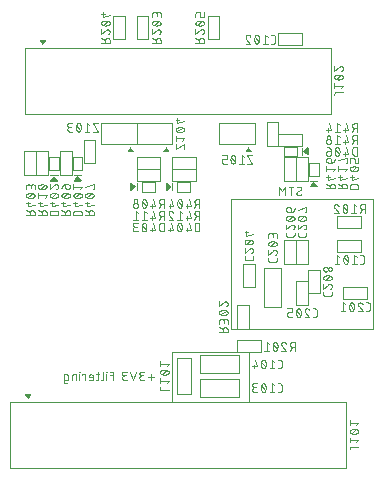
<source format=gbr>
G04 EAGLE Gerber RS-274X export*
G75*
%MOMM*%
%FSLAX34Y34*%
%LPD*%
%INSilkscreen Bottom*%
%IPPOS*%
%AMOC8*
5,1,8,0,0,1.08239X$1,22.5*%
G01*
%ADD10C,0.100000*%
%ADD11C,0.076200*%

G36*
X-81933Y214514D02*
X-81933Y214514D01*
X-81864Y214520D01*
X-81836Y214534D01*
X-81805Y214540D01*
X-81748Y214579D01*
X-81687Y214611D01*
X-81667Y214635D01*
X-81641Y214653D01*
X-81604Y214711D01*
X-81560Y214764D01*
X-81551Y214794D01*
X-81534Y214820D01*
X-81523Y214888D01*
X-81503Y214954D01*
X-81506Y214985D01*
X-81501Y215017D01*
X-81517Y215083D01*
X-81524Y215152D01*
X-81541Y215184D01*
X-81547Y215210D01*
X-81572Y215243D01*
X-81601Y215300D01*
X-84601Y219300D01*
X-84636Y219331D01*
X-84660Y219364D01*
X-84685Y219379D01*
X-84714Y219409D01*
X-84733Y219418D01*
X-84749Y219432D01*
X-84808Y219452D01*
X-84831Y219466D01*
X-84851Y219469D01*
X-84896Y219488D01*
X-84917Y219489D01*
X-84938Y219495D01*
X-84986Y219492D01*
X-84996Y219493D01*
X-85005Y219493D01*
X-85023Y219489D01*
X-85095Y219490D01*
X-85115Y219482D01*
X-85136Y219480D01*
X-85180Y219458D01*
X-85199Y219454D01*
X-85224Y219437D01*
X-85279Y219414D01*
X-85296Y219398D01*
X-85313Y219389D01*
X-85338Y219358D01*
X-85363Y219341D01*
X-85375Y219323D01*
X-85399Y219300D01*
X-88399Y215300D01*
X-88429Y215237D01*
X-88466Y215180D01*
X-88471Y215148D01*
X-88485Y215120D01*
X-88488Y215051D01*
X-88499Y214983D01*
X-88492Y214953D01*
X-88493Y214921D01*
X-88469Y214857D01*
X-88453Y214790D01*
X-88434Y214765D01*
X-88423Y214735D01*
X-88376Y214685D01*
X-88335Y214630D01*
X-88308Y214614D01*
X-88286Y214591D01*
X-88223Y214563D01*
X-88164Y214528D01*
X-88129Y214523D01*
X-88104Y214512D01*
X-88062Y214511D01*
X-88000Y214501D01*
X-82000Y214501D01*
X-81933Y214514D01*
G37*
G36*
X-101933Y214514D02*
X-101933Y214514D01*
X-101864Y214520D01*
X-101836Y214534D01*
X-101805Y214540D01*
X-101748Y214579D01*
X-101687Y214611D01*
X-101667Y214635D01*
X-101641Y214653D01*
X-101604Y214711D01*
X-101560Y214764D01*
X-101551Y214794D01*
X-101534Y214820D01*
X-101523Y214888D01*
X-101503Y214954D01*
X-101506Y214985D01*
X-101501Y215017D01*
X-101517Y215083D01*
X-101524Y215152D01*
X-101541Y215184D01*
X-101547Y215210D01*
X-101572Y215243D01*
X-101601Y215300D01*
X-104601Y219300D01*
X-104636Y219331D01*
X-104660Y219364D01*
X-104685Y219379D01*
X-104714Y219409D01*
X-104733Y219418D01*
X-104749Y219432D01*
X-104808Y219452D01*
X-104831Y219466D01*
X-104851Y219469D01*
X-104896Y219488D01*
X-104917Y219489D01*
X-104938Y219495D01*
X-104986Y219492D01*
X-104996Y219493D01*
X-105005Y219493D01*
X-105023Y219489D01*
X-105095Y219490D01*
X-105115Y219482D01*
X-105136Y219480D01*
X-105180Y219458D01*
X-105199Y219454D01*
X-105224Y219437D01*
X-105279Y219414D01*
X-105296Y219398D01*
X-105313Y219389D01*
X-105338Y219358D01*
X-105363Y219341D01*
X-105375Y219323D01*
X-105399Y219300D01*
X-108399Y215300D01*
X-108429Y215237D01*
X-108466Y215180D01*
X-108471Y215148D01*
X-108485Y215120D01*
X-108488Y215051D01*
X-108499Y214983D01*
X-108492Y214953D01*
X-108493Y214921D01*
X-108469Y214857D01*
X-108453Y214790D01*
X-108434Y214765D01*
X-108423Y214735D01*
X-108376Y214685D01*
X-108335Y214630D01*
X-108308Y214614D01*
X-108286Y214591D01*
X-108223Y214563D01*
X-108164Y214528D01*
X-108129Y214523D01*
X-108104Y214512D01*
X-108062Y214511D01*
X-108000Y214501D01*
X-102000Y214501D01*
X-101933Y214514D01*
G37*
G36*
X118067Y209514D02*
X118067Y209514D01*
X118136Y209520D01*
X118164Y209534D01*
X118195Y209540D01*
X118252Y209579D01*
X118313Y209611D01*
X118333Y209635D01*
X118359Y209653D01*
X118396Y209711D01*
X118440Y209764D01*
X118449Y209794D01*
X118466Y209820D01*
X118477Y209888D01*
X118497Y209954D01*
X118494Y209985D01*
X118499Y210017D01*
X118483Y210083D01*
X118476Y210152D01*
X118459Y210184D01*
X118453Y210210D01*
X118428Y210243D01*
X118399Y210300D01*
X115399Y214300D01*
X115364Y214331D01*
X115340Y214364D01*
X115315Y214379D01*
X115286Y214409D01*
X115267Y214418D01*
X115251Y214432D01*
X115192Y214452D01*
X115169Y214466D01*
X115149Y214469D01*
X115104Y214488D01*
X115083Y214489D01*
X115062Y214495D01*
X115014Y214492D01*
X115005Y214493D01*
X114996Y214493D01*
X114977Y214489D01*
X114905Y214490D01*
X114885Y214482D01*
X114864Y214480D01*
X114820Y214458D01*
X114801Y214454D01*
X114776Y214437D01*
X114721Y214414D01*
X114704Y214398D01*
X114687Y214389D01*
X114662Y214358D01*
X114637Y214341D01*
X114625Y214323D01*
X114601Y214300D01*
X111601Y210300D01*
X111571Y210237D01*
X111534Y210180D01*
X111529Y210148D01*
X111515Y210120D01*
X111512Y210051D01*
X111501Y209983D01*
X111508Y209953D01*
X111507Y209921D01*
X111531Y209857D01*
X111547Y209790D01*
X111566Y209765D01*
X111577Y209735D01*
X111624Y209685D01*
X111665Y209630D01*
X111692Y209614D01*
X111714Y209591D01*
X111777Y209563D01*
X111836Y209528D01*
X111871Y209523D01*
X111896Y209512D01*
X111938Y209511D01*
X112000Y209501D01*
X118000Y209501D01*
X118067Y209514D01*
G37*
G36*
X-39917Y206517D02*
X-39917Y206517D01*
X-39848Y206524D01*
X-39816Y206541D01*
X-39790Y206547D01*
X-39757Y206572D01*
X-39700Y206601D01*
X-35700Y209601D01*
X-35675Y209629D01*
X-35647Y209648D01*
X-35628Y209679D01*
X-35591Y209714D01*
X-35582Y209733D01*
X-35568Y209749D01*
X-35552Y209797D01*
X-35540Y209816D01*
X-35536Y209840D01*
X-35512Y209896D01*
X-35511Y209917D01*
X-35505Y209938D01*
X-35509Y209999D01*
X-35507Y210012D01*
X-35511Y210027D01*
X-35510Y210095D01*
X-35518Y210115D01*
X-35520Y210136D01*
X-35551Y210197D01*
X-35553Y210205D01*
X-35559Y210213D01*
X-35586Y210279D01*
X-35602Y210296D01*
X-35611Y210313D01*
X-35645Y210341D01*
X-35700Y210399D01*
X-39700Y213399D01*
X-39763Y213429D01*
X-39820Y213466D01*
X-39852Y213471D01*
X-39880Y213485D01*
X-39949Y213488D01*
X-40017Y213499D01*
X-40047Y213492D01*
X-40079Y213493D01*
X-40143Y213469D01*
X-40210Y213453D01*
X-40235Y213434D01*
X-40265Y213423D01*
X-40315Y213376D01*
X-40370Y213335D01*
X-40386Y213308D01*
X-40409Y213286D01*
X-40437Y213223D01*
X-40472Y213164D01*
X-40477Y213129D01*
X-40488Y213104D01*
X-40489Y213062D01*
X-40499Y213000D01*
X-40499Y207000D01*
X-40486Y206933D01*
X-40480Y206864D01*
X-40466Y206836D01*
X-40460Y206805D01*
X-40421Y206748D01*
X-40389Y206687D01*
X-40365Y206667D01*
X-40347Y206641D01*
X-40289Y206604D01*
X-40236Y206560D01*
X-40206Y206551D01*
X-40180Y206534D01*
X-40112Y206523D01*
X-40046Y206503D01*
X-40015Y206506D01*
X-39983Y206501D01*
X-39917Y206517D01*
G37*
G36*
X-9917Y206517D02*
X-9917Y206517D01*
X-9848Y206524D01*
X-9816Y206541D01*
X-9790Y206547D01*
X-9757Y206572D01*
X-9700Y206601D01*
X-5700Y209601D01*
X-5675Y209629D01*
X-5647Y209648D01*
X-5628Y209679D01*
X-5591Y209714D01*
X-5582Y209733D01*
X-5568Y209749D01*
X-5552Y209797D01*
X-5540Y209816D01*
X-5536Y209840D01*
X-5512Y209896D01*
X-5511Y209917D01*
X-5505Y209938D01*
X-5509Y209999D01*
X-5507Y210012D01*
X-5511Y210027D01*
X-5510Y210095D01*
X-5518Y210115D01*
X-5520Y210136D01*
X-5551Y210197D01*
X-5553Y210205D01*
X-5559Y210213D01*
X-5586Y210279D01*
X-5602Y210296D01*
X-5611Y210313D01*
X-5645Y210341D01*
X-5700Y210399D01*
X-9700Y213399D01*
X-9763Y213429D01*
X-9820Y213466D01*
X-9852Y213471D01*
X-9880Y213485D01*
X-9949Y213488D01*
X-10017Y213499D01*
X-10047Y213492D01*
X-10079Y213493D01*
X-10143Y213469D01*
X-10210Y213453D01*
X-10235Y213434D01*
X-10265Y213423D01*
X-10315Y213376D01*
X-10370Y213335D01*
X-10386Y213308D01*
X-10409Y213286D01*
X-10437Y213223D01*
X-10472Y213164D01*
X-10477Y213129D01*
X-10488Y213104D01*
X-10489Y213062D01*
X-10499Y213000D01*
X-10499Y207000D01*
X-10486Y206933D01*
X-10480Y206864D01*
X-10466Y206836D01*
X-10460Y206805D01*
X-10421Y206748D01*
X-10389Y206687D01*
X-10365Y206667D01*
X-10347Y206641D01*
X-10289Y206604D01*
X-10236Y206560D01*
X-10206Y206551D01*
X-10180Y206534D01*
X-10112Y206523D01*
X-10046Y206503D01*
X-10015Y206506D01*
X-9983Y206501D01*
X-9917Y206517D01*
G37*
G36*
X110047Y236508D02*
X110047Y236508D01*
X110079Y236507D01*
X110143Y236531D01*
X110210Y236547D01*
X110235Y236566D01*
X110265Y236577D01*
X110315Y236624D01*
X110370Y236665D01*
X110386Y236692D01*
X110409Y236714D01*
X110437Y236777D01*
X110472Y236836D01*
X110477Y236871D01*
X110488Y236896D01*
X110489Y236938D01*
X110499Y237000D01*
X110499Y243000D01*
X110498Y243004D01*
X110499Y243008D01*
X110490Y243043D01*
X110486Y243067D01*
X110480Y243136D01*
X110466Y243164D01*
X110460Y243195D01*
X110421Y243252D01*
X110389Y243313D01*
X110365Y243333D01*
X110347Y243359D01*
X110289Y243396D01*
X110236Y243440D01*
X110206Y243449D01*
X110180Y243466D01*
X110112Y243477D01*
X110046Y243497D01*
X110015Y243494D01*
X109983Y243499D01*
X109917Y243483D01*
X109848Y243476D01*
X109816Y243459D01*
X109790Y243453D01*
X109757Y243428D01*
X109700Y243399D01*
X105700Y240399D01*
X105654Y240348D01*
X105647Y240343D01*
X105642Y240335D01*
X105591Y240286D01*
X105582Y240267D01*
X105568Y240251D01*
X105546Y240184D01*
X105540Y240175D01*
X105539Y240166D01*
X105512Y240104D01*
X105511Y240083D01*
X105505Y240062D01*
X105510Y239995D01*
X105507Y239979D01*
X105510Y239965D01*
X105510Y239905D01*
X105518Y239885D01*
X105520Y239864D01*
X105547Y239811D01*
X105553Y239786D01*
X105567Y239766D01*
X105586Y239721D01*
X105602Y239704D01*
X105611Y239687D01*
X105645Y239659D01*
X105651Y239653D01*
X105671Y239625D01*
X105685Y239617D01*
X105700Y239601D01*
X109700Y236601D01*
X109763Y236571D01*
X109820Y236534D01*
X109852Y236529D01*
X109880Y236515D01*
X109949Y236512D01*
X110017Y236501D01*
X110047Y236508D01*
G37*
G36*
X-7946Y239512D02*
X-7946Y239512D01*
X-7891Y239513D01*
X-7850Y239531D01*
X-7805Y239540D01*
X-7760Y239572D01*
X-7709Y239594D01*
X-7679Y239627D01*
X-7641Y239653D01*
X-7612Y239699D01*
X-7574Y239740D01*
X-7559Y239782D01*
X-7534Y239820D01*
X-7525Y239875D01*
X-7506Y239927D01*
X-7509Y239972D01*
X-7501Y240017D01*
X-7514Y240070D01*
X-7517Y240125D01*
X-7538Y240174D01*
X-7547Y240210D01*
X-7566Y240236D01*
X-7585Y240277D01*
X-9585Y243277D01*
X-9589Y243282D01*
X-9592Y243288D01*
X-9633Y243327D01*
X-9662Y243366D01*
X-9691Y243383D01*
X-9726Y243417D01*
X-9732Y243420D01*
X-9737Y243424D01*
X-9801Y243448D01*
X-9833Y243467D01*
X-9863Y243472D01*
X-9910Y243491D01*
X-9917Y243491D01*
X-9923Y243493D01*
X-9975Y243491D01*
X-9997Y243495D01*
X-10003Y243495D01*
X-10033Y243489D01*
X-10109Y243487D01*
X-10115Y243484D01*
X-10122Y243484D01*
X-10171Y243461D01*
X-10198Y243455D01*
X-10230Y243433D01*
X-10291Y243406D01*
X-10295Y243401D01*
X-10301Y243398D01*
X-10338Y243359D01*
X-10362Y243343D01*
X-10379Y243315D01*
X-10415Y243277D01*
X-12415Y240277D01*
X-12436Y240226D01*
X-12466Y240180D01*
X-12473Y240135D01*
X-12491Y240093D01*
X-12490Y240038D01*
X-12499Y239983D01*
X-12488Y239939D01*
X-12488Y239894D01*
X-12466Y239844D01*
X-12453Y239790D01*
X-12426Y239754D01*
X-12408Y239712D01*
X-12368Y239674D01*
X-12335Y239630D01*
X-12296Y239607D01*
X-12263Y239576D01*
X-12211Y239557D01*
X-12164Y239528D01*
X-12112Y239520D01*
X-12077Y239507D01*
X-12044Y239508D01*
X-12000Y239501D01*
X-8000Y239501D01*
X-7946Y239512D01*
G37*
G36*
X-37946Y239512D02*
X-37946Y239512D01*
X-37891Y239513D01*
X-37850Y239531D01*
X-37805Y239540D01*
X-37760Y239572D01*
X-37709Y239594D01*
X-37679Y239627D01*
X-37641Y239653D01*
X-37612Y239699D01*
X-37574Y239740D01*
X-37559Y239782D01*
X-37534Y239820D01*
X-37525Y239875D01*
X-37506Y239927D01*
X-37509Y239972D01*
X-37501Y240017D01*
X-37514Y240070D01*
X-37517Y240125D01*
X-37538Y240174D01*
X-37547Y240210D01*
X-37566Y240236D01*
X-37585Y240277D01*
X-39585Y243277D01*
X-39589Y243282D01*
X-39592Y243288D01*
X-39633Y243327D01*
X-39662Y243366D01*
X-39691Y243383D01*
X-39726Y243417D01*
X-39732Y243420D01*
X-39737Y243424D01*
X-39801Y243448D01*
X-39833Y243467D01*
X-39863Y243472D01*
X-39910Y243491D01*
X-39917Y243491D01*
X-39923Y243493D01*
X-39975Y243491D01*
X-39997Y243495D01*
X-40003Y243495D01*
X-40033Y243489D01*
X-40109Y243487D01*
X-40115Y243484D01*
X-40122Y243484D01*
X-40171Y243461D01*
X-40198Y243455D01*
X-40230Y243433D01*
X-40291Y243406D01*
X-40295Y243401D01*
X-40301Y243398D01*
X-40338Y243359D01*
X-40362Y243343D01*
X-40379Y243315D01*
X-40415Y243277D01*
X-42415Y240277D01*
X-42436Y240226D01*
X-42466Y240180D01*
X-42473Y240135D01*
X-42491Y240093D01*
X-42490Y240038D01*
X-42499Y239983D01*
X-42488Y239939D01*
X-42488Y239894D01*
X-42466Y239844D01*
X-42453Y239790D01*
X-42426Y239754D01*
X-42408Y239712D01*
X-42368Y239674D01*
X-42335Y239630D01*
X-42296Y239607D01*
X-42263Y239576D01*
X-42211Y239557D01*
X-42164Y239528D01*
X-42112Y239520D01*
X-42077Y239507D01*
X-42044Y239508D01*
X-42000Y239501D01*
X-38000Y239501D01*
X-37946Y239512D01*
G37*
G36*
X62054Y239512D02*
X62054Y239512D01*
X62109Y239513D01*
X62150Y239531D01*
X62195Y239540D01*
X62240Y239572D01*
X62291Y239594D01*
X62321Y239627D01*
X62359Y239653D01*
X62388Y239699D01*
X62426Y239740D01*
X62441Y239782D01*
X62466Y239820D01*
X62475Y239875D01*
X62494Y239927D01*
X62491Y239972D01*
X62499Y240017D01*
X62486Y240070D01*
X62483Y240125D01*
X62462Y240174D01*
X62453Y240210D01*
X62434Y240236D01*
X62415Y240277D01*
X60415Y243277D01*
X60411Y243282D01*
X60408Y243288D01*
X60367Y243327D01*
X60338Y243366D01*
X60309Y243383D01*
X60274Y243417D01*
X60268Y243420D01*
X60263Y243424D01*
X60199Y243448D01*
X60167Y243467D01*
X60137Y243472D01*
X60090Y243491D01*
X60083Y243491D01*
X60077Y243493D01*
X60025Y243491D01*
X60003Y243495D01*
X59997Y243495D01*
X59967Y243489D01*
X59891Y243487D01*
X59885Y243484D01*
X59878Y243484D01*
X59829Y243461D01*
X59802Y243455D01*
X59770Y243433D01*
X59709Y243406D01*
X59705Y243401D01*
X59699Y243398D01*
X59662Y243359D01*
X59638Y243343D01*
X59621Y243315D01*
X59585Y243277D01*
X57585Y240277D01*
X57564Y240226D01*
X57534Y240180D01*
X57527Y240135D01*
X57509Y240093D01*
X57510Y240038D01*
X57501Y239983D01*
X57512Y239939D01*
X57512Y239894D01*
X57534Y239844D01*
X57547Y239790D01*
X57574Y239754D01*
X57592Y239712D01*
X57632Y239674D01*
X57665Y239630D01*
X57704Y239607D01*
X57737Y239576D01*
X57789Y239557D01*
X57836Y239528D01*
X57888Y239520D01*
X57923Y239507D01*
X57956Y239508D01*
X58000Y239501D01*
X62000Y239501D01*
X62054Y239512D01*
G37*
G36*
X-114484Y330511D02*
X-114484Y330511D01*
X-114391Y330513D01*
X-114385Y330516D01*
X-114378Y330516D01*
X-114294Y330556D01*
X-114209Y330594D01*
X-114205Y330599D01*
X-114199Y330602D01*
X-114085Y330723D01*
X-112085Y333723D01*
X-112064Y333774D01*
X-112034Y333820D01*
X-112027Y333865D01*
X-112009Y333907D01*
X-112010Y333962D01*
X-112001Y334017D01*
X-112012Y334061D01*
X-112012Y334106D01*
X-112034Y334157D01*
X-112047Y334210D01*
X-112074Y334246D01*
X-112092Y334288D01*
X-112132Y334326D01*
X-112165Y334370D01*
X-112204Y334393D01*
X-112237Y334424D01*
X-112289Y334443D01*
X-112336Y334472D01*
X-112388Y334480D01*
X-112423Y334493D01*
X-112456Y334492D01*
X-112500Y334499D01*
X-116500Y334499D01*
X-116554Y334488D01*
X-116609Y334487D01*
X-116650Y334469D01*
X-116695Y334460D01*
X-116740Y334428D01*
X-116791Y334406D01*
X-116821Y334373D01*
X-116859Y334347D01*
X-116888Y334301D01*
X-116926Y334260D01*
X-116941Y334218D01*
X-116966Y334180D01*
X-116975Y334125D01*
X-116994Y334074D01*
X-116991Y334028D01*
X-116999Y333983D01*
X-116986Y333930D01*
X-116983Y333875D01*
X-116962Y333826D01*
X-116953Y333790D01*
X-116950Y333786D01*
X-116933Y333763D01*
X-116915Y333723D01*
X-114915Y330723D01*
X-114911Y330718D01*
X-114908Y330712D01*
X-114840Y330648D01*
X-114774Y330583D01*
X-114768Y330580D01*
X-114763Y330576D01*
X-114676Y330543D01*
X-114590Y330509D01*
X-114583Y330509D01*
X-114577Y330507D01*
X-114484Y330511D01*
G37*
G36*
X-126984Y30511D02*
X-126984Y30511D01*
X-126891Y30513D01*
X-126885Y30516D01*
X-126878Y30516D01*
X-126794Y30556D01*
X-126709Y30594D01*
X-126705Y30599D01*
X-126699Y30602D01*
X-126585Y30723D01*
X-124585Y33723D01*
X-124564Y33774D01*
X-124534Y33820D01*
X-124527Y33865D01*
X-124509Y33907D01*
X-124510Y33962D01*
X-124501Y34017D01*
X-124512Y34061D01*
X-124512Y34106D01*
X-124534Y34157D01*
X-124547Y34210D01*
X-124574Y34246D01*
X-124592Y34288D01*
X-124632Y34326D01*
X-124665Y34370D01*
X-124704Y34393D01*
X-124737Y34424D01*
X-124789Y34443D01*
X-124836Y34472D01*
X-124888Y34480D01*
X-124923Y34493D01*
X-124956Y34492D01*
X-125000Y34499D01*
X-129000Y34499D01*
X-129054Y34488D01*
X-129109Y34487D01*
X-129150Y34469D01*
X-129195Y34460D01*
X-129240Y34428D01*
X-129291Y34406D01*
X-129321Y34373D01*
X-129359Y34347D01*
X-129388Y34301D01*
X-129426Y34260D01*
X-129441Y34218D01*
X-129466Y34180D01*
X-129475Y34125D01*
X-129494Y34074D01*
X-129491Y34028D01*
X-129499Y33983D01*
X-129486Y33930D01*
X-129483Y33875D01*
X-129462Y33826D01*
X-129453Y33790D01*
X-129450Y33786D01*
X-129433Y33763D01*
X-129415Y33723D01*
X-127415Y30723D01*
X-127411Y30718D01*
X-127408Y30712D01*
X-127340Y30648D01*
X-127274Y30583D01*
X-127268Y30580D01*
X-127263Y30576D01*
X-127176Y30543D01*
X-127090Y30509D01*
X-127083Y30509D01*
X-127077Y30507D01*
X-126984Y30511D01*
G37*
D10*
X45000Y90000D02*
X45000Y200000D01*
X-5000Y70000D02*
X-5000Y28000D01*
X60000Y28000D02*
X60000Y70000D01*
X-5000Y70000D01*
D11*
X-20381Y49182D02*
X-25292Y49182D01*
X-22836Y51637D02*
X-22836Y46726D01*
X-28593Y46317D02*
X-30639Y46317D01*
X-30728Y46319D01*
X-30817Y46325D01*
X-30906Y46335D01*
X-30994Y46348D01*
X-31082Y46365D01*
X-31169Y46387D01*
X-31254Y46412D01*
X-31339Y46440D01*
X-31422Y46473D01*
X-31504Y46509D01*
X-31584Y46548D01*
X-31662Y46591D01*
X-31738Y46637D01*
X-31813Y46687D01*
X-31885Y46740D01*
X-31954Y46796D01*
X-32021Y46855D01*
X-32086Y46916D01*
X-32147Y46981D01*
X-32206Y47048D01*
X-32262Y47117D01*
X-32315Y47189D01*
X-32365Y47264D01*
X-32411Y47340D01*
X-32454Y47418D01*
X-32493Y47498D01*
X-32529Y47580D01*
X-32562Y47663D01*
X-32590Y47748D01*
X-32615Y47833D01*
X-32637Y47920D01*
X-32654Y48008D01*
X-32667Y48096D01*
X-32677Y48185D01*
X-32683Y48274D01*
X-32685Y48363D01*
X-32683Y48452D01*
X-32677Y48541D01*
X-32667Y48630D01*
X-32654Y48718D01*
X-32637Y48806D01*
X-32615Y48893D01*
X-32590Y48978D01*
X-32562Y49063D01*
X-32529Y49146D01*
X-32493Y49228D01*
X-32454Y49308D01*
X-32411Y49386D01*
X-32365Y49462D01*
X-32315Y49537D01*
X-32262Y49609D01*
X-32206Y49678D01*
X-32147Y49745D01*
X-32086Y49810D01*
X-32021Y49871D01*
X-31954Y49930D01*
X-31885Y49986D01*
X-31813Y50039D01*
X-31738Y50089D01*
X-31662Y50135D01*
X-31584Y50178D01*
X-31504Y50217D01*
X-31422Y50253D01*
X-31339Y50286D01*
X-31254Y50314D01*
X-31169Y50339D01*
X-31082Y50361D01*
X-30994Y50378D01*
X-30906Y50391D01*
X-30817Y50401D01*
X-30728Y50407D01*
X-30639Y50409D01*
X-31048Y53683D02*
X-28593Y53683D01*
X-31048Y53683D02*
X-31127Y53681D01*
X-31206Y53675D01*
X-31285Y53666D01*
X-31363Y53653D01*
X-31440Y53635D01*
X-31516Y53615D01*
X-31591Y53590D01*
X-31665Y53562D01*
X-31738Y53531D01*
X-31809Y53495D01*
X-31878Y53457D01*
X-31945Y53415D01*
X-32010Y53370D01*
X-32073Y53322D01*
X-32134Y53271D01*
X-32191Y53217D01*
X-32247Y53161D01*
X-32299Y53102D01*
X-32349Y53040D01*
X-32395Y52976D01*
X-32439Y52910D01*
X-32479Y52842D01*
X-32515Y52772D01*
X-32549Y52700D01*
X-32579Y52626D01*
X-32605Y52552D01*
X-32628Y52476D01*
X-32646Y52399D01*
X-32662Y52322D01*
X-32673Y52243D01*
X-32681Y52165D01*
X-32685Y52086D01*
X-32685Y52006D01*
X-32681Y51927D01*
X-32673Y51849D01*
X-32662Y51770D01*
X-32646Y51693D01*
X-32628Y51616D01*
X-32605Y51540D01*
X-32579Y51466D01*
X-32549Y51392D01*
X-32515Y51320D01*
X-32479Y51250D01*
X-32439Y51182D01*
X-32395Y51116D01*
X-32349Y51052D01*
X-32299Y50990D01*
X-32247Y50931D01*
X-32191Y50875D01*
X-32134Y50821D01*
X-32073Y50770D01*
X-32010Y50722D01*
X-31945Y50677D01*
X-31878Y50635D01*
X-31809Y50597D01*
X-31738Y50561D01*
X-31665Y50530D01*
X-31591Y50502D01*
X-31516Y50477D01*
X-31440Y50457D01*
X-31363Y50439D01*
X-31285Y50426D01*
X-31206Y50417D01*
X-31127Y50411D01*
X-31048Y50409D01*
X-29412Y50409D01*
X-35499Y53683D02*
X-37954Y46317D01*
X-40410Y53683D01*
X-43223Y46317D02*
X-45270Y46317D01*
X-45359Y46319D01*
X-45448Y46325D01*
X-45537Y46335D01*
X-45625Y46348D01*
X-45713Y46365D01*
X-45800Y46387D01*
X-45885Y46412D01*
X-45970Y46440D01*
X-46053Y46473D01*
X-46135Y46509D01*
X-46215Y46548D01*
X-46293Y46591D01*
X-46369Y46637D01*
X-46444Y46687D01*
X-46516Y46740D01*
X-46585Y46796D01*
X-46652Y46855D01*
X-46717Y46916D01*
X-46778Y46981D01*
X-46837Y47048D01*
X-46893Y47117D01*
X-46946Y47189D01*
X-46996Y47264D01*
X-47042Y47340D01*
X-47085Y47418D01*
X-47124Y47498D01*
X-47160Y47580D01*
X-47193Y47663D01*
X-47221Y47748D01*
X-47246Y47833D01*
X-47268Y47920D01*
X-47285Y48008D01*
X-47298Y48096D01*
X-47308Y48185D01*
X-47314Y48274D01*
X-47316Y48363D01*
X-47314Y48452D01*
X-47308Y48541D01*
X-47298Y48630D01*
X-47285Y48718D01*
X-47268Y48806D01*
X-47246Y48893D01*
X-47221Y48978D01*
X-47193Y49063D01*
X-47160Y49146D01*
X-47124Y49228D01*
X-47085Y49308D01*
X-47042Y49386D01*
X-46996Y49462D01*
X-46946Y49537D01*
X-46893Y49609D01*
X-46837Y49678D01*
X-46778Y49745D01*
X-46717Y49810D01*
X-46652Y49871D01*
X-46585Y49930D01*
X-46516Y49986D01*
X-46444Y50039D01*
X-46369Y50089D01*
X-46293Y50135D01*
X-46215Y50178D01*
X-46135Y50217D01*
X-46053Y50253D01*
X-45970Y50286D01*
X-45885Y50314D01*
X-45800Y50339D01*
X-45713Y50361D01*
X-45625Y50378D01*
X-45537Y50391D01*
X-45448Y50401D01*
X-45359Y50407D01*
X-45270Y50409D01*
X-45679Y53683D02*
X-43223Y53683D01*
X-45679Y53683D02*
X-45758Y53681D01*
X-45837Y53675D01*
X-45916Y53666D01*
X-45994Y53653D01*
X-46071Y53635D01*
X-46147Y53615D01*
X-46222Y53590D01*
X-46296Y53562D01*
X-46369Y53531D01*
X-46440Y53495D01*
X-46509Y53457D01*
X-46576Y53415D01*
X-46641Y53370D01*
X-46704Y53322D01*
X-46765Y53271D01*
X-46822Y53217D01*
X-46878Y53161D01*
X-46930Y53102D01*
X-46980Y53040D01*
X-47026Y52976D01*
X-47070Y52910D01*
X-47110Y52842D01*
X-47146Y52772D01*
X-47180Y52700D01*
X-47210Y52626D01*
X-47236Y52552D01*
X-47259Y52476D01*
X-47277Y52399D01*
X-47293Y52322D01*
X-47304Y52243D01*
X-47312Y52165D01*
X-47316Y52086D01*
X-47316Y52006D01*
X-47312Y51927D01*
X-47304Y51849D01*
X-47293Y51770D01*
X-47277Y51693D01*
X-47259Y51616D01*
X-47236Y51540D01*
X-47210Y51466D01*
X-47180Y51392D01*
X-47146Y51320D01*
X-47110Y51250D01*
X-47070Y51182D01*
X-47026Y51116D01*
X-46980Y51052D01*
X-46930Y50990D01*
X-46878Y50931D01*
X-46822Y50875D01*
X-46765Y50821D01*
X-46704Y50770D01*
X-46641Y50722D01*
X-46576Y50677D01*
X-46509Y50635D01*
X-46440Y50597D01*
X-46369Y50561D01*
X-46296Y50530D01*
X-46222Y50502D01*
X-46147Y50477D01*
X-46071Y50457D01*
X-45994Y50439D01*
X-45916Y50426D01*
X-45837Y50417D01*
X-45758Y50411D01*
X-45679Y50409D01*
X-44042Y50409D01*
X-54700Y53683D02*
X-54700Y46317D01*
X-54700Y53683D02*
X-57973Y53683D01*
X-57973Y50409D02*
X-54700Y50409D01*
X-60631Y51228D02*
X-60631Y46317D01*
X-60427Y53274D02*
X-60427Y53683D01*
X-60836Y53683D01*
X-60836Y53274D01*
X-60427Y53274D01*
X-63711Y53683D02*
X-63711Y47545D01*
X-63710Y47545D02*
X-63712Y47476D01*
X-63718Y47408D01*
X-63727Y47339D01*
X-63741Y47272D01*
X-63758Y47205D01*
X-63779Y47139D01*
X-63803Y47075D01*
X-63832Y47012D01*
X-63863Y46951D01*
X-63898Y46892D01*
X-63936Y46834D01*
X-63978Y46779D01*
X-64022Y46727D01*
X-64070Y46677D01*
X-64120Y46629D01*
X-64172Y46585D01*
X-64227Y46543D01*
X-64285Y46505D01*
X-64344Y46470D01*
X-64405Y46439D01*
X-64468Y46410D01*
X-64532Y46386D01*
X-64598Y46365D01*
X-64665Y46348D01*
X-64732Y46334D01*
X-64801Y46325D01*
X-64869Y46319D01*
X-64938Y46317D01*
X-66899Y51228D02*
X-69354Y51228D01*
X-67717Y53683D02*
X-67717Y47545D01*
X-67719Y47476D01*
X-67725Y47408D01*
X-67734Y47339D01*
X-67748Y47272D01*
X-67765Y47205D01*
X-67786Y47139D01*
X-67810Y47075D01*
X-67839Y47012D01*
X-67870Y46951D01*
X-67905Y46892D01*
X-67943Y46834D01*
X-67985Y46779D01*
X-68029Y46727D01*
X-68077Y46677D01*
X-68127Y46629D01*
X-68179Y46585D01*
X-68234Y46543D01*
X-68292Y46505D01*
X-68351Y46470D01*
X-68412Y46439D01*
X-68475Y46410D01*
X-68539Y46386D01*
X-68605Y46365D01*
X-68672Y46348D01*
X-68739Y46334D01*
X-68808Y46325D01*
X-68876Y46319D01*
X-68945Y46317D01*
X-69354Y46317D01*
X-73389Y46317D02*
X-75436Y46317D01*
X-73389Y46317D02*
X-73320Y46319D01*
X-73252Y46325D01*
X-73183Y46334D01*
X-73116Y46348D01*
X-73049Y46365D01*
X-72983Y46386D01*
X-72919Y46410D01*
X-72856Y46439D01*
X-72795Y46470D01*
X-72736Y46505D01*
X-72678Y46543D01*
X-72623Y46585D01*
X-72571Y46629D01*
X-72521Y46677D01*
X-72473Y46727D01*
X-72429Y46779D01*
X-72387Y46834D01*
X-72349Y46892D01*
X-72314Y46951D01*
X-72283Y47012D01*
X-72254Y47075D01*
X-72230Y47139D01*
X-72209Y47205D01*
X-72192Y47272D01*
X-72178Y47339D01*
X-72169Y47408D01*
X-72163Y47476D01*
X-72161Y47545D01*
X-72162Y47545D02*
X-72162Y49591D01*
X-72164Y49670D01*
X-72170Y49749D01*
X-72179Y49828D01*
X-72192Y49906D01*
X-72210Y49983D01*
X-72230Y50059D01*
X-72255Y50134D01*
X-72283Y50208D01*
X-72314Y50281D01*
X-72350Y50352D01*
X-72388Y50421D01*
X-72430Y50488D01*
X-72475Y50553D01*
X-72523Y50616D01*
X-72574Y50677D01*
X-72628Y50734D01*
X-72684Y50790D01*
X-72743Y50842D01*
X-72805Y50892D01*
X-72869Y50938D01*
X-72935Y50982D01*
X-73003Y51022D01*
X-73073Y51058D01*
X-73145Y51092D01*
X-73219Y51122D01*
X-73293Y51148D01*
X-73369Y51171D01*
X-73446Y51189D01*
X-73523Y51205D01*
X-73602Y51216D01*
X-73680Y51224D01*
X-73759Y51228D01*
X-73839Y51228D01*
X-73918Y51224D01*
X-73996Y51216D01*
X-74075Y51205D01*
X-74152Y51189D01*
X-74229Y51171D01*
X-74305Y51148D01*
X-74379Y51122D01*
X-74453Y51092D01*
X-74525Y51058D01*
X-74595Y51022D01*
X-74663Y50982D01*
X-74729Y50938D01*
X-74793Y50892D01*
X-74855Y50842D01*
X-74914Y50790D01*
X-74970Y50734D01*
X-75024Y50677D01*
X-75075Y50616D01*
X-75123Y50553D01*
X-75168Y50488D01*
X-75210Y50421D01*
X-75248Y50352D01*
X-75284Y50281D01*
X-75315Y50208D01*
X-75343Y50134D01*
X-75368Y50059D01*
X-75388Y49983D01*
X-75406Y49906D01*
X-75419Y49828D01*
X-75428Y49749D01*
X-75434Y49670D01*
X-75436Y49591D01*
X-75436Y48772D01*
X-72162Y48772D01*
X-78792Y46317D02*
X-78792Y51228D01*
X-81247Y51228D01*
X-81247Y50409D01*
X-83552Y51228D02*
X-83552Y46317D01*
X-83348Y53274D02*
X-83348Y53683D01*
X-83757Y53683D01*
X-83757Y53274D01*
X-83348Y53274D01*
X-86792Y51228D02*
X-86792Y46317D01*
X-86792Y51228D02*
X-88838Y51228D01*
X-88907Y51226D01*
X-88975Y51220D01*
X-89044Y51211D01*
X-89111Y51197D01*
X-89178Y51180D01*
X-89244Y51159D01*
X-89308Y51135D01*
X-89371Y51106D01*
X-89432Y51075D01*
X-89491Y51040D01*
X-89549Y51002D01*
X-89604Y50960D01*
X-89656Y50916D01*
X-89706Y50868D01*
X-89754Y50818D01*
X-89798Y50766D01*
X-89840Y50711D01*
X-89878Y50653D01*
X-89913Y50594D01*
X-89944Y50533D01*
X-89973Y50470D01*
X-89997Y50406D01*
X-90018Y50340D01*
X-90035Y50273D01*
X-90049Y50206D01*
X-90058Y50137D01*
X-90064Y50069D01*
X-90066Y50000D01*
X-90066Y46317D01*
X-94562Y46317D02*
X-96609Y46317D01*
X-94562Y46317D02*
X-94493Y46319D01*
X-94425Y46325D01*
X-94356Y46334D01*
X-94289Y46348D01*
X-94222Y46365D01*
X-94156Y46386D01*
X-94092Y46410D01*
X-94029Y46439D01*
X-93968Y46470D01*
X-93909Y46505D01*
X-93851Y46543D01*
X-93796Y46585D01*
X-93744Y46629D01*
X-93694Y46677D01*
X-93646Y46727D01*
X-93602Y46779D01*
X-93560Y46834D01*
X-93522Y46892D01*
X-93487Y46951D01*
X-93456Y47012D01*
X-93427Y47075D01*
X-93403Y47139D01*
X-93382Y47205D01*
X-93365Y47272D01*
X-93351Y47339D01*
X-93342Y47408D01*
X-93336Y47476D01*
X-93334Y47545D01*
X-93335Y47545D02*
X-93335Y50000D01*
X-93334Y50000D02*
X-93336Y50069D01*
X-93342Y50137D01*
X-93351Y50206D01*
X-93365Y50273D01*
X-93382Y50340D01*
X-93403Y50406D01*
X-93427Y50470D01*
X-93456Y50533D01*
X-93487Y50594D01*
X-93522Y50653D01*
X-93560Y50711D01*
X-93602Y50766D01*
X-93646Y50818D01*
X-93694Y50868D01*
X-93744Y50916D01*
X-93796Y50960D01*
X-93851Y51002D01*
X-93909Y51040D01*
X-93968Y51075D01*
X-94029Y51106D01*
X-94092Y51135D01*
X-94156Y51159D01*
X-94222Y51180D01*
X-94289Y51197D01*
X-94356Y51211D01*
X-94425Y51220D01*
X-94493Y51226D01*
X-94562Y51228D01*
X-96609Y51228D01*
X-96609Y45089D01*
X-96607Y45020D01*
X-96601Y44952D01*
X-96592Y44883D01*
X-96578Y44816D01*
X-96561Y44749D01*
X-96540Y44683D01*
X-96516Y44619D01*
X-96487Y44556D01*
X-96456Y44495D01*
X-96421Y44436D01*
X-96383Y44378D01*
X-96341Y44323D01*
X-96297Y44271D01*
X-96249Y44221D01*
X-96199Y44173D01*
X-96147Y44129D01*
X-96092Y44088D01*
X-96034Y44049D01*
X-95975Y44014D01*
X-95914Y43983D01*
X-95851Y43954D01*
X-95787Y43930D01*
X-95721Y43909D01*
X-95654Y43892D01*
X-95587Y43878D01*
X-95519Y43869D01*
X-95450Y43863D01*
X-95381Y43861D01*
X-95381Y43862D02*
X-93744Y43862D01*
D10*
X45000Y90000D02*
X165000Y90000D01*
X165000Y200000D01*
X45000Y200000D01*
D11*
X100230Y204518D02*
X100232Y204440D01*
X100237Y204362D01*
X100247Y204285D01*
X100260Y204208D01*
X100276Y204132D01*
X100296Y204057D01*
X100320Y203983D01*
X100347Y203910D01*
X100378Y203838D01*
X100412Y203768D01*
X100449Y203699D01*
X100490Y203633D01*
X100534Y203568D01*
X100580Y203506D01*
X100630Y203446D01*
X100682Y203388D01*
X100737Y203333D01*
X100795Y203281D01*
X100855Y203231D01*
X100917Y203185D01*
X100982Y203141D01*
X101049Y203100D01*
X101117Y203063D01*
X101187Y203029D01*
X101259Y202998D01*
X101332Y202971D01*
X101406Y202947D01*
X101481Y202927D01*
X101557Y202911D01*
X101634Y202898D01*
X101711Y202888D01*
X101789Y202883D01*
X101867Y202881D01*
X101981Y202883D01*
X102094Y202888D01*
X102208Y202898D01*
X102321Y202911D01*
X102433Y202928D01*
X102545Y202948D01*
X102656Y202972D01*
X102767Y203000D01*
X102876Y203031D01*
X102984Y203066D01*
X103091Y203105D01*
X103197Y203147D01*
X103301Y203192D01*
X103404Y203241D01*
X103505Y203294D01*
X103604Y203349D01*
X103702Y203408D01*
X103797Y203470D01*
X103890Y203535D01*
X103982Y203603D01*
X104070Y203674D01*
X104157Y203748D01*
X104241Y203825D01*
X104322Y203904D01*
X104118Y208610D02*
X104116Y208688D01*
X104111Y208766D01*
X104101Y208843D01*
X104088Y208920D01*
X104072Y208996D01*
X104052Y209071D01*
X104028Y209145D01*
X104001Y209218D01*
X103970Y209290D01*
X103936Y209360D01*
X103899Y209429D01*
X103858Y209495D01*
X103814Y209560D01*
X103768Y209622D01*
X103718Y209682D01*
X103666Y209740D01*
X103611Y209795D01*
X103553Y209847D01*
X103493Y209897D01*
X103431Y209943D01*
X103366Y209987D01*
X103300Y210028D01*
X103231Y210065D01*
X103161Y210099D01*
X103089Y210130D01*
X103016Y210157D01*
X102942Y210181D01*
X102867Y210201D01*
X102791Y210217D01*
X102714Y210230D01*
X102637Y210240D01*
X102559Y210245D01*
X102481Y210247D01*
X102371Y210245D01*
X102262Y210239D01*
X102152Y210229D01*
X102044Y210216D01*
X101935Y210198D01*
X101828Y210177D01*
X101721Y210151D01*
X101615Y210122D01*
X101510Y210090D01*
X101407Y210053D01*
X101305Y210013D01*
X101204Y209969D01*
X101105Y209921D01*
X101008Y209871D01*
X100913Y209816D01*
X100820Y209758D01*
X100729Y209697D01*
X100640Y209633D01*
X103299Y207177D02*
X103366Y207219D01*
X103431Y207263D01*
X103493Y207311D01*
X103553Y207361D01*
X103611Y207414D01*
X103666Y207470D01*
X103718Y207529D01*
X103768Y207589D01*
X103815Y207653D01*
X103858Y207718D01*
X103899Y207785D01*
X103936Y207854D01*
X103970Y207925D01*
X104001Y207997D01*
X104028Y208071D01*
X104052Y208145D01*
X104072Y208221D01*
X104088Y208298D01*
X104101Y208375D01*
X104111Y208453D01*
X104116Y208532D01*
X104118Y208610D01*
X101048Y205950D02*
X100982Y205909D01*
X100917Y205864D01*
X100855Y205817D01*
X100795Y205766D01*
X100737Y205713D01*
X100682Y205657D01*
X100629Y205599D01*
X100580Y205538D01*
X100533Y205475D01*
X100490Y205410D01*
X100449Y205343D01*
X100412Y205274D01*
X100378Y205203D01*
X100347Y205131D01*
X100320Y205057D01*
X100296Y204982D01*
X100276Y204907D01*
X100260Y204830D01*
X100247Y204753D01*
X100237Y204675D01*
X100232Y204596D01*
X100230Y204518D01*
X101048Y205950D02*
X103299Y207178D01*
X95692Y210247D02*
X95692Y202881D01*
X97738Y210247D02*
X93646Y210247D01*
X90589Y210247D02*
X90589Y202881D01*
X88133Y206155D02*
X90589Y210247D01*
X88133Y206155D02*
X85678Y210247D01*
X85678Y202881D01*
D10*
X85000Y330000D02*
X105000Y330000D01*
X105000Y340000D01*
X85000Y340000D01*
X85000Y330000D01*
D11*
X80482Y331317D02*
X78845Y331317D01*
X80482Y331317D02*
X80560Y331319D01*
X80638Y331324D01*
X80715Y331334D01*
X80792Y331347D01*
X80868Y331363D01*
X80943Y331383D01*
X81017Y331407D01*
X81090Y331434D01*
X81162Y331465D01*
X81232Y331499D01*
X81301Y331536D01*
X81367Y331577D01*
X81432Y331621D01*
X81494Y331667D01*
X81554Y331717D01*
X81612Y331769D01*
X81667Y331824D01*
X81719Y331882D01*
X81769Y331942D01*
X81815Y332004D01*
X81859Y332069D01*
X81900Y332136D01*
X81937Y332204D01*
X81971Y332274D01*
X82002Y332346D01*
X82029Y332419D01*
X82053Y332493D01*
X82073Y332568D01*
X82089Y332644D01*
X82102Y332721D01*
X82112Y332798D01*
X82117Y332876D01*
X82119Y332954D01*
X82119Y337046D01*
X82117Y337124D01*
X82112Y337202D01*
X82102Y337279D01*
X82089Y337356D01*
X82073Y337432D01*
X82053Y337507D01*
X82029Y337581D01*
X82002Y337654D01*
X81971Y337726D01*
X81937Y337796D01*
X81900Y337865D01*
X81859Y337931D01*
X81815Y337996D01*
X81769Y338058D01*
X81719Y338118D01*
X81667Y338176D01*
X81612Y338231D01*
X81554Y338283D01*
X81494Y338333D01*
X81432Y338379D01*
X81367Y338423D01*
X81301Y338464D01*
X81232Y338501D01*
X81162Y338535D01*
X81090Y338566D01*
X81017Y338593D01*
X80943Y338617D01*
X80868Y338637D01*
X80792Y338653D01*
X80715Y338666D01*
X80638Y338676D01*
X80560Y338681D01*
X80482Y338683D01*
X78845Y338683D01*
X76000Y337046D02*
X73954Y338683D01*
X73954Y331317D01*
X76000Y331317D02*
X71908Y331317D01*
X68684Y335000D02*
X68682Y335153D01*
X68676Y335306D01*
X68667Y335458D01*
X68653Y335611D01*
X68636Y335763D01*
X68615Y335914D01*
X68590Y336065D01*
X68561Y336215D01*
X68529Y336365D01*
X68492Y336513D01*
X68452Y336661D01*
X68409Y336808D01*
X68361Y336953D01*
X68310Y337097D01*
X68256Y337240D01*
X68197Y337382D01*
X68136Y337521D01*
X68070Y337660D01*
X68071Y337660D02*
X68045Y337730D01*
X68015Y337799D01*
X67983Y337867D01*
X67946Y337933D01*
X67907Y337997D01*
X67864Y338059D01*
X67819Y338118D01*
X67770Y338176D01*
X67719Y338230D01*
X67665Y338283D01*
X67608Y338332D01*
X67549Y338379D01*
X67488Y338422D01*
X67425Y338463D01*
X67360Y338500D01*
X67293Y338535D01*
X67224Y338565D01*
X67154Y338593D01*
X67083Y338616D01*
X67011Y338637D01*
X66938Y338653D01*
X66864Y338666D01*
X66789Y338676D01*
X66714Y338681D01*
X66639Y338683D01*
X66564Y338681D01*
X66489Y338676D01*
X66414Y338666D01*
X66340Y338653D01*
X66267Y338637D01*
X66195Y338616D01*
X66124Y338593D01*
X66054Y338565D01*
X65985Y338535D01*
X65918Y338500D01*
X65853Y338463D01*
X65790Y338422D01*
X65729Y338379D01*
X65670Y338332D01*
X65613Y338283D01*
X65559Y338230D01*
X65508Y338176D01*
X65460Y338118D01*
X65414Y338059D01*
X65371Y337997D01*
X65332Y337933D01*
X65296Y337867D01*
X65263Y337800D01*
X65233Y337730D01*
X65207Y337660D01*
X65142Y337522D01*
X65080Y337382D01*
X65022Y337240D01*
X64967Y337097D01*
X64916Y336953D01*
X64868Y336808D01*
X64825Y336661D01*
X64785Y336514D01*
X64748Y336365D01*
X64716Y336215D01*
X64687Y336065D01*
X64662Y335914D01*
X64641Y335763D01*
X64624Y335611D01*
X64610Y335458D01*
X64601Y335306D01*
X64595Y335153D01*
X64593Y335000D01*
X68685Y335000D02*
X68683Y334847D01*
X68677Y334694D01*
X68668Y334541D01*
X68654Y334389D01*
X68637Y334237D01*
X68616Y334086D01*
X68591Y333935D01*
X68562Y333784D01*
X68530Y333635D01*
X68493Y333486D01*
X68453Y333339D01*
X68410Y333192D01*
X68362Y333047D01*
X68311Y332902D01*
X68256Y332760D01*
X68198Y332618D01*
X68136Y332478D01*
X68071Y332340D01*
X68045Y332270D01*
X68015Y332200D01*
X67983Y332133D01*
X67946Y332067D01*
X67907Y332003D01*
X67864Y331941D01*
X67818Y331882D01*
X67770Y331824D01*
X67719Y331770D01*
X67665Y331717D01*
X67608Y331668D01*
X67549Y331621D01*
X67488Y331578D01*
X67425Y331537D01*
X67360Y331500D01*
X67293Y331465D01*
X67224Y331435D01*
X67154Y331407D01*
X67083Y331384D01*
X67011Y331363D01*
X66938Y331347D01*
X66864Y331334D01*
X66789Y331324D01*
X66714Y331319D01*
X66639Y331317D01*
X65207Y332340D02*
X65142Y332478D01*
X65080Y332618D01*
X65022Y332760D01*
X64967Y332903D01*
X64916Y333047D01*
X64868Y333192D01*
X64825Y333339D01*
X64785Y333487D01*
X64748Y333635D01*
X64716Y333785D01*
X64687Y333935D01*
X64662Y334086D01*
X64641Y334237D01*
X64624Y334389D01*
X64610Y334542D01*
X64601Y334694D01*
X64595Y334847D01*
X64593Y335000D01*
X65207Y332340D02*
X65233Y332269D01*
X65263Y332200D01*
X65296Y332133D01*
X65332Y332067D01*
X65371Y332003D01*
X65414Y331941D01*
X65460Y331882D01*
X65508Y331824D01*
X65559Y331770D01*
X65613Y331717D01*
X65670Y331668D01*
X65729Y331621D01*
X65790Y331578D01*
X65853Y331537D01*
X65918Y331500D01*
X65985Y331465D01*
X66054Y331435D01*
X66124Y331407D01*
X66195Y331384D01*
X66267Y331363D01*
X66340Y331347D01*
X66414Y331334D01*
X66489Y331324D01*
X66564Y331319D01*
X66639Y331317D01*
X68276Y332954D02*
X65002Y337046D01*
X59119Y338684D02*
X59034Y338682D01*
X58949Y338676D01*
X58865Y338666D01*
X58781Y338653D01*
X58697Y338635D01*
X58615Y338614D01*
X58534Y338589D01*
X58454Y338560D01*
X58375Y338527D01*
X58298Y338491D01*
X58223Y338451D01*
X58149Y338408D01*
X58078Y338362D01*
X58009Y338312D01*
X57942Y338259D01*
X57878Y338203D01*
X57817Y338144D01*
X57758Y338083D01*
X57702Y338019D01*
X57649Y337952D01*
X57599Y337883D01*
X57553Y337812D01*
X57510Y337738D01*
X57470Y337663D01*
X57434Y337586D01*
X57401Y337507D01*
X57372Y337427D01*
X57347Y337346D01*
X57326Y337264D01*
X57308Y337180D01*
X57295Y337096D01*
X57285Y337012D01*
X57279Y336927D01*
X57277Y336842D01*
X59119Y338683D02*
X59215Y338681D01*
X59311Y338675D01*
X59406Y338665D01*
X59501Y338652D01*
X59596Y338634D01*
X59689Y338613D01*
X59782Y338588D01*
X59873Y338559D01*
X59964Y338527D01*
X60053Y338491D01*
X60140Y338451D01*
X60226Y338408D01*
X60310Y338362D01*
X60392Y338312D01*
X60472Y338258D01*
X60549Y338202D01*
X60624Y338142D01*
X60697Y338080D01*
X60767Y338014D01*
X60835Y337946D01*
X60900Y337875D01*
X60961Y337802D01*
X61020Y337726D01*
X61076Y337647D01*
X61128Y337567D01*
X61177Y337484D01*
X61223Y337400D01*
X61265Y337314D01*
X61303Y337226D01*
X61338Y337137D01*
X61370Y337046D01*
X57891Y335410D02*
X57831Y335469D01*
X57774Y335531D01*
X57719Y335595D01*
X57668Y335662D01*
X57619Y335731D01*
X57573Y335801D01*
X57530Y335874D01*
X57490Y335948D01*
X57454Y336024D01*
X57421Y336102D01*
X57391Y336181D01*
X57364Y336261D01*
X57341Y336342D01*
X57322Y336424D01*
X57306Y336506D01*
X57293Y336590D01*
X57284Y336674D01*
X57279Y336758D01*
X57277Y336842D01*
X57891Y335409D02*
X61370Y331317D01*
X57277Y331317D01*
D10*
X18500Y67500D02*
X18500Y52500D01*
X51500Y52500D01*
X51500Y67500D01*
X18500Y67500D01*
D11*
X84449Y56317D02*
X86086Y56317D01*
X86164Y56319D01*
X86242Y56324D01*
X86319Y56334D01*
X86396Y56347D01*
X86472Y56363D01*
X86547Y56383D01*
X86621Y56407D01*
X86694Y56434D01*
X86766Y56465D01*
X86836Y56499D01*
X86905Y56536D01*
X86971Y56577D01*
X87036Y56621D01*
X87098Y56667D01*
X87158Y56717D01*
X87216Y56769D01*
X87271Y56824D01*
X87323Y56882D01*
X87373Y56942D01*
X87419Y57004D01*
X87463Y57069D01*
X87504Y57136D01*
X87541Y57204D01*
X87575Y57274D01*
X87606Y57346D01*
X87633Y57419D01*
X87657Y57493D01*
X87677Y57568D01*
X87693Y57644D01*
X87706Y57721D01*
X87716Y57798D01*
X87721Y57876D01*
X87723Y57954D01*
X87723Y62046D01*
X87721Y62124D01*
X87716Y62202D01*
X87706Y62279D01*
X87693Y62356D01*
X87677Y62432D01*
X87657Y62507D01*
X87633Y62581D01*
X87606Y62654D01*
X87575Y62726D01*
X87541Y62796D01*
X87504Y62865D01*
X87463Y62931D01*
X87419Y62996D01*
X87373Y63058D01*
X87323Y63118D01*
X87271Y63176D01*
X87216Y63231D01*
X87158Y63283D01*
X87098Y63333D01*
X87036Y63379D01*
X86971Y63423D01*
X86905Y63464D01*
X86836Y63501D01*
X86766Y63535D01*
X86694Y63566D01*
X86621Y63593D01*
X86547Y63617D01*
X86472Y63637D01*
X86396Y63653D01*
X86319Y63666D01*
X86242Y63676D01*
X86164Y63681D01*
X86086Y63683D01*
X84449Y63683D01*
X81604Y62046D02*
X79558Y63683D01*
X79558Y56317D01*
X81604Y56317D02*
X77511Y56317D01*
X74288Y60000D02*
X74286Y60153D01*
X74280Y60306D01*
X74271Y60458D01*
X74257Y60611D01*
X74240Y60763D01*
X74219Y60914D01*
X74194Y61065D01*
X74165Y61215D01*
X74133Y61365D01*
X74096Y61513D01*
X74056Y61661D01*
X74013Y61808D01*
X73965Y61953D01*
X73914Y62097D01*
X73860Y62240D01*
X73801Y62382D01*
X73740Y62521D01*
X73674Y62660D01*
X73648Y62730D01*
X73618Y62799D01*
X73586Y62867D01*
X73549Y62933D01*
X73510Y62997D01*
X73467Y63059D01*
X73422Y63118D01*
X73373Y63176D01*
X73322Y63230D01*
X73268Y63283D01*
X73211Y63332D01*
X73152Y63379D01*
X73091Y63422D01*
X73028Y63463D01*
X72963Y63500D01*
X72896Y63535D01*
X72827Y63565D01*
X72757Y63593D01*
X72686Y63616D01*
X72614Y63637D01*
X72541Y63653D01*
X72467Y63666D01*
X72392Y63676D01*
X72317Y63681D01*
X72242Y63683D01*
X72167Y63681D01*
X72092Y63676D01*
X72017Y63666D01*
X71943Y63653D01*
X71870Y63637D01*
X71798Y63616D01*
X71727Y63593D01*
X71657Y63565D01*
X71588Y63535D01*
X71521Y63500D01*
X71456Y63463D01*
X71393Y63422D01*
X71332Y63379D01*
X71273Y63332D01*
X71216Y63283D01*
X71162Y63230D01*
X71111Y63176D01*
X71063Y63118D01*
X71017Y63059D01*
X70974Y62997D01*
X70935Y62933D01*
X70899Y62867D01*
X70866Y62800D01*
X70836Y62730D01*
X70810Y62660D01*
X70745Y62522D01*
X70683Y62382D01*
X70625Y62240D01*
X70570Y62097D01*
X70519Y61953D01*
X70471Y61808D01*
X70428Y61661D01*
X70388Y61514D01*
X70351Y61365D01*
X70319Y61215D01*
X70290Y61065D01*
X70265Y60914D01*
X70244Y60763D01*
X70227Y60611D01*
X70213Y60458D01*
X70204Y60306D01*
X70198Y60153D01*
X70196Y60000D01*
X74289Y60000D02*
X74287Y59847D01*
X74281Y59694D01*
X74272Y59541D01*
X74258Y59389D01*
X74241Y59237D01*
X74220Y59086D01*
X74195Y58935D01*
X74166Y58784D01*
X74134Y58635D01*
X74097Y58486D01*
X74057Y58339D01*
X74014Y58192D01*
X73966Y58047D01*
X73915Y57902D01*
X73860Y57760D01*
X73802Y57618D01*
X73740Y57478D01*
X73675Y57340D01*
X73674Y57340D02*
X73648Y57270D01*
X73618Y57200D01*
X73586Y57133D01*
X73549Y57067D01*
X73510Y57003D01*
X73467Y56941D01*
X73421Y56882D01*
X73373Y56824D01*
X73322Y56770D01*
X73268Y56717D01*
X73211Y56668D01*
X73152Y56621D01*
X73091Y56578D01*
X73028Y56537D01*
X72963Y56500D01*
X72896Y56465D01*
X72827Y56435D01*
X72757Y56407D01*
X72686Y56384D01*
X72614Y56363D01*
X72541Y56347D01*
X72467Y56334D01*
X72392Y56324D01*
X72317Y56319D01*
X72242Y56317D01*
X70810Y57340D02*
X70745Y57478D01*
X70683Y57618D01*
X70625Y57760D01*
X70570Y57903D01*
X70519Y58047D01*
X70471Y58192D01*
X70428Y58339D01*
X70388Y58487D01*
X70351Y58635D01*
X70319Y58785D01*
X70290Y58935D01*
X70265Y59086D01*
X70244Y59237D01*
X70227Y59389D01*
X70213Y59542D01*
X70204Y59694D01*
X70198Y59847D01*
X70196Y60000D01*
X70810Y57340D02*
X70836Y57269D01*
X70866Y57200D01*
X70899Y57133D01*
X70935Y57067D01*
X70974Y57003D01*
X71017Y56941D01*
X71063Y56882D01*
X71111Y56824D01*
X71162Y56770D01*
X71216Y56717D01*
X71273Y56668D01*
X71332Y56621D01*
X71393Y56578D01*
X71456Y56537D01*
X71521Y56500D01*
X71588Y56465D01*
X71657Y56435D01*
X71727Y56407D01*
X71798Y56384D01*
X71870Y56363D01*
X71943Y56347D01*
X72017Y56334D01*
X72092Y56324D01*
X72167Y56319D01*
X72242Y56317D01*
X73879Y57954D02*
X70605Y62046D01*
X66973Y57954D02*
X65336Y63683D01*
X66973Y57954D02*
X62881Y57954D01*
X64109Y59591D02*
X64109Y56317D01*
D10*
X18500Y47500D02*
X18500Y32500D01*
X51500Y32500D01*
X51500Y47500D01*
X18500Y47500D01*
D11*
X84449Y36317D02*
X86086Y36317D01*
X86164Y36319D01*
X86242Y36324D01*
X86319Y36334D01*
X86396Y36347D01*
X86472Y36363D01*
X86547Y36383D01*
X86621Y36407D01*
X86694Y36434D01*
X86766Y36465D01*
X86836Y36499D01*
X86905Y36536D01*
X86971Y36577D01*
X87036Y36621D01*
X87098Y36667D01*
X87158Y36717D01*
X87216Y36769D01*
X87271Y36824D01*
X87323Y36882D01*
X87373Y36942D01*
X87419Y37004D01*
X87463Y37069D01*
X87504Y37136D01*
X87541Y37204D01*
X87575Y37274D01*
X87606Y37346D01*
X87633Y37419D01*
X87657Y37493D01*
X87677Y37568D01*
X87693Y37644D01*
X87706Y37721D01*
X87716Y37798D01*
X87721Y37876D01*
X87723Y37954D01*
X87723Y42046D01*
X87721Y42124D01*
X87716Y42202D01*
X87706Y42279D01*
X87693Y42356D01*
X87677Y42432D01*
X87657Y42507D01*
X87633Y42581D01*
X87606Y42654D01*
X87575Y42726D01*
X87541Y42796D01*
X87504Y42865D01*
X87463Y42931D01*
X87419Y42996D01*
X87373Y43058D01*
X87323Y43118D01*
X87271Y43176D01*
X87216Y43231D01*
X87158Y43283D01*
X87098Y43333D01*
X87036Y43379D01*
X86971Y43423D01*
X86905Y43464D01*
X86836Y43501D01*
X86766Y43535D01*
X86694Y43566D01*
X86621Y43593D01*
X86547Y43617D01*
X86472Y43637D01*
X86396Y43653D01*
X86319Y43666D01*
X86242Y43676D01*
X86164Y43681D01*
X86086Y43683D01*
X84449Y43683D01*
X81604Y42046D02*
X79558Y43683D01*
X79558Y36317D01*
X81604Y36317D02*
X77511Y36317D01*
X74288Y40000D02*
X74286Y40153D01*
X74280Y40306D01*
X74271Y40458D01*
X74257Y40611D01*
X74240Y40763D01*
X74219Y40914D01*
X74194Y41065D01*
X74165Y41215D01*
X74133Y41365D01*
X74096Y41513D01*
X74056Y41661D01*
X74013Y41808D01*
X73965Y41953D01*
X73914Y42097D01*
X73860Y42240D01*
X73801Y42382D01*
X73740Y42521D01*
X73674Y42660D01*
X73648Y42730D01*
X73618Y42799D01*
X73586Y42867D01*
X73549Y42933D01*
X73510Y42997D01*
X73467Y43059D01*
X73422Y43118D01*
X73373Y43176D01*
X73322Y43230D01*
X73268Y43283D01*
X73211Y43332D01*
X73152Y43379D01*
X73091Y43422D01*
X73028Y43463D01*
X72963Y43500D01*
X72896Y43535D01*
X72827Y43565D01*
X72757Y43593D01*
X72686Y43616D01*
X72614Y43637D01*
X72541Y43653D01*
X72467Y43666D01*
X72392Y43676D01*
X72317Y43681D01*
X72242Y43683D01*
X72167Y43681D01*
X72092Y43676D01*
X72017Y43666D01*
X71943Y43653D01*
X71870Y43637D01*
X71798Y43616D01*
X71727Y43593D01*
X71657Y43565D01*
X71588Y43535D01*
X71521Y43500D01*
X71456Y43463D01*
X71393Y43422D01*
X71332Y43379D01*
X71273Y43332D01*
X71216Y43283D01*
X71162Y43230D01*
X71111Y43176D01*
X71063Y43118D01*
X71017Y43059D01*
X70974Y42997D01*
X70935Y42933D01*
X70899Y42867D01*
X70866Y42800D01*
X70836Y42730D01*
X70810Y42660D01*
X70745Y42522D01*
X70683Y42382D01*
X70625Y42240D01*
X70570Y42097D01*
X70519Y41953D01*
X70471Y41808D01*
X70428Y41661D01*
X70388Y41514D01*
X70351Y41365D01*
X70319Y41215D01*
X70290Y41065D01*
X70265Y40914D01*
X70244Y40763D01*
X70227Y40611D01*
X70213Y40458D01*
X70204Y40306D01*
X70198Y40153D01*
X70196Y40000D01*
X74289Y40000D02*
X74287Y39847D01*
X74281Y39694D01*
X74272Y39541D01*
X74258Y39389D01*
X74241Y39237D01*
X74220Y39086D01*
X74195Y38935D01*
X74166Y38784D01*
X74134Y38635D01*
X74097Y38486D01*
X74057Y38339D01*
X74014Y38192D01*
X73966Y38047D01*
X73915Y37902D01*
X73860Y37760D01*
X73802Y37618D01*
X73740Y37478D01*
X73675Y37340D01*
X73674Y37340D02*
X73648Y37270D01*
X73618Y37200D01*
X73586Y37133D01*
X73549Y37067D01*
X73510Y37003D01*
X73467Y36941D01*
X73421Y36882D01*
X73373Y36824D01*
X73322Y36770D01*
X73268Y36717D01*
X73211Y36668D01*
X73152Y36621D01*
X73091Y36578D01*
X73028Y36537D01*
X72963Y36500D01*
X72896Y36465D01*
X72827Y36435D01*
X72757Y36407D01*
X72686Y36384D01*
X72614Y36363D01*
X72541Y36347D01*
X72467Y36334D01*
X72392Y36324D01*
X72317Y36319D01*
X72242Y36317D01*
X70810Y37340D02*
X70745Y37478D01*
X70683Y37618D01*
X70625Y37760D01*
X70570Y37903D01*
X70519Y38047D01*
X70471Y38192D01*
X70428Y38339D01*
X70388Y38487D01*
X70351Y38635D01*
X70319Y38785D01*
X70290Y38935D01*
X70265Y39086D01*
X70244Y39237D01*
X70227Y39389D01*
X70213Y39542D01*
X70204Y39694D01*
X70198Y39847D01*
X70196Y40000D01*
X70810Y37340D02*
X70836Y37269D01*
X70866Y37200D01*
X70899Y37133D01*
X70935Y37067D01*
X70974Y37003D01*
X71017Y36941D01*
X71063Y36882D01*
X71111Y36824D01*
X71162Y36770D01*
X71216Y36717D01*
X71273Y36668D01*
X71332Y36621D01*
X71393Y36578D01*
X71456Y36537D01*
X71521Y36500D01*
X71588Y36465D01*
X71657Y36435D01*
X71727Y36407D01*
X71798Y36384D01*
X71870Y36363D01*
X71943Y36347D01*
X72017Y36334D01*
X72092Y36324D01*
X72167Y36319D01*
X72242Y36317D01*
X73879Y37954D02*
X70605Y42046D01*
X66973Y36317D02*
X64927Y36317D01*
X64838Y36319D01*
X64749Y36325D01*
X64660Y36335D01*
X64572Y36348D01*
X64484Y36365D01*
X64397Y36387D01*
X64312Y36412D01*
X64227Y36440D01*
X64144Y36473D01*
X64062Y36509D01*
X63982Y36548D01*
X63904Y36591D01*
X63828Y36637D01*
X63753Y36687D01*
X63681Y36740D01*
X63612Y36796D01*
X63545Y36855D01*
X63480Y36916D01*
X63419Y36981D01*
X63360Y37048D01*
X63304Y37117D01*
X63251Y37189D01*
X63201Y37264D01*
X63155Y37340D01*
X63112Y37418D01*
X63073Y37498D01*
X63037Y37580D01*
X63004Y37663D01*
X62976Y37748D01*
X62951Y37833D01*
X62929Y37920D01*
X62912Y38008D01*
X62899Y38096D01*
X62889Y38185D01*
X62883Y38274D01*
X62881Y38363D01*
X62883Y38452D01*
X62889Y38541D01*
X62899Y38630D01*
X62912Y38718D01*
X62929Y38806D01*
X62951Y38893D01*
X62976Y38978D01*
X63004Y39063D01*
X63037Y39146D01*
X63073Y39228D01*
X63112Y39308D01*
X63155Y39386D01*
X63201Y39462D01*
X63251Y39537D01*
X63304Y39609D01*
X63360Y39678D01*
X63419Y39745D01*
X63480Y39810D01*
X63545Y39871D01*
X63612Y39930D01*
X63681Y39986D01*
X63753Y40039D01*
X63828Y40089D01*
X63904Y40135D01*
X63982Y40178D01*
X64062Y40217D01*
X64144Y40253D01*
X64227Y40286D01*
X64312Y40314D01*
X64397Y40339D01*
X64484Y40361D01*
X64572Y40378D01*
X64660Y40391D01*
X64749Y40401D01*
X64838Y40407D01*
X64927Y40409D01*
X64518Y43683D02*
X66973Y43683D01*
X64518Y43683D02*
X64439Y43681D01*
X64360Y43675D01*
X64281Y43666D01*
X64203Y43653D01*
X64126Y43635D01*
X64050Y43615D01*
X63975Y43590D01*
X63901Y43562D01*
X63828Y43531D01*
X63757Y43495D01*
X63688Y43457D01*
X63621Y43415D01*
X63556Y43370D01*
X63493Y43322D01*
X63432Y43271D01*
X63375Y43217D01*
X63319Y43161D01*
X63267Y43102D01*
X63217Y43040D01*
X63171Y42976D01*
X63127Y42910D01*
X63087Y42842D01*
X63051Y42772D01*
X63017Y42700D01*
X62987Y42626D01*
X62961Y42552D01*
X62938Y42476D01*
X62920Y42399D01*
X62904Y42322D01*
X62893Y42243D01*
X62885Y42165D01*
X62881Y42086D01*
X62881Y42006D01*
X62885Y41927D01*
X62893Y41849D01*
X62904Y41770D01*
X62920Y41693D01*
X62938Y41616D01*
X62961Y41540D01*
X62987Y41466D01*
X63017Y41392D01*
X63051Y41320D01*
X63087Y41250D01*
X63127Y41182D01*
X63171Y41116D01*
X63217Y41052D01*
X63267Y40990D01*
X63319Y40931D01*
X63375Y40875D01*
X63432Y40821D01*
X63493Y40770D01*
X63556Y40722D01*
X63621Y40677D01*
X63688Y40635D01*
X63757Y40597D01*
X63828Y40561D01*
X63901Y40530D01*
X63975Y40502D01*
X64050Y40477D01*
X64126Y40457D01*
X64203Y40439D01*
X64281Y40426D01*
X64360Y40417D01*
X64439Y40411D01*
X64518Y40409D01*
X66155Y40409D01*
D10*
X135000Y165000D02*
X155000Y165000D01*
X135000Y165000D02*
X135000Y155000D01*
X155000Y155000D01*
X155000Y165000D01*
D11*
X155784Y144753D02*
X154147Y144753D01*
X155784Y144753D02*
X155862Y144755D01*
X155940Y144760D01*
X156017Y144770D01*
X156094Y144783D01*
X156170Y144799D01*
X156245Y144819D01*
X156319Y144843D01*
X156392Y144870D01*
X156464Y144901D01*
X156534Y144935D01*
X156603Y144972D01*
X156669Y145013D01*
X156734Y145057D01*
X156796Y145103D01*
X156856Y145153D01*
X156914Y145205D01*
X156969Y145260D01*
X157021Y145318D01*
X157071Y145378D01*
X157117Y145440D01*
X157161Y145505D01*
X157202Y145572D01*
X157239Y145640D01*
X157273Y145710D01*
X157304Y145782D01*
X157331Y145855D01*
X157355Y145929D01*
X157375Y146004D01*
X157391Y146080D01*
X157404Y146157D01*
X157414Y146234D01*
X157419Y146312D01*
X157421Y146390D01*
X157421Y150482D01*
X157419Y150560D01*
X157414Y150638D01*
X157404Y150715D01*
X157391Y150792D01*
X157375Y150868D01*
X157355Y150943D01*
X157331Y151017D01*
X157304Y151090D01*
X157273Y151162D01*
X157239Y151232D01*
X157202Y151301D01*
X157161Y151367D01*
X157117Y151432D01*
X157071Y151494D01*
X157021Y151554D01*
X156969Y151612D01*
X156914Y151667D01*
X156856Y151719D01*
X156796Y151769D01*
X156734Y151815D01*
X156669Y151859D01*
X156603Y151900D01*
X156534Y151937D01*
X156464Y151971D01*
X156392Y152002D01*
X156319Y152029D01*
X156245Y152053D01*
X156170Y152073D01*
X156094Y152089D01*
X156017Y152102D01*
X155940Y152112D01*
X155862Y152117D01*
X155784Y152119D01*
X154147Y152119D01*
X151302Y150482D02*
X149256Y152119D01*
X149256Y144753D01*
X151302Y144753D02*
X147210Y144753D01*
X143986Y148436D02*
X143984Y148589D01*
X143978Y148742D01*
X143969Y148894D01*
X143955Y149047D01*
X143938Y149199D01*
X143917Y149350D01*
X143892Y149501D01*
X143863Y149651D01*
X143831Y149801D01*
X143794Y149949D01*
X143754Y150097D01*
X143711Y150244D01*
X143663Y150389D01*
X143612Y150533D01*
X143558Y150676D01*
X143499Y150818D01*
X143438Y150957D01*
X143372Y151096D01*
X143373Y151096D02*
X143347Y151166D01*
X143317Y151235D01*
X143285Y151303D01*
X143248Y151369D01*
X143209Y151433D01*
X143166Y151495D01*
X143121Y151554D01*
X143072Y151612D01*
X143021Y151666D01*
X142967Y151719D01*
X142910Y151768D01*
X142851Y151815D01*
X142790Y151858D01*
X142727Y151899D01*
X142662Y151936D01*
X142595Y151971D01*
X142526Y152001D01*
X142456Y152029D01*
X142385Y152052D01*
X142313Y152073D01*
X142240Y152089D01*
X142166Y152102D01*
X142091Y152112D01*
X142016Y152117D01*
X141941Y152119D01*
X141866Y152117D01*
X141791Y152112D01*
X141716Y152102D01*
X141642Y152089D01*
X141569Y152073D01*
X141497Y152052D01*
X141426Y152029D01*
X141356Y152001D01*
X141287Y151971D01*
X141220Y151936D01*
X141155Y151899D01*
X141092Y151858D01*
X141031Y151815D01*
X140972Y151768D01*
X140915Y151719D01*
X140861Y151666D01*
X140810Y151612D01*
X140762Y151554D01*
X140716Y151495D01*
X140673Y151433D01*
X140634Y151369D01*
X140598Y151303D01*
X140565Y151236D01*
X140535Y151166D01*
X140509Y151096D01*
X140508Y151096D02*
X140443Y150958D01*
X140381Y150818D01*
X140323Y150676D01*
X140268Y150533D01*
X140217Y150389D01*
X140169Y150244D01*
X140126Y150097D01*
X140086Y149950D01*
X140049Y149801D01*
X140017Y149651D01*
X139988Y149501D01*
X139963Y149350D01*
X139942Y149199D01*
X139925Y149047D01*
X139911Y148894D01*
X139902Y148742D01*
X139896Y148589D01*
X139894Y148436D01*
X143987Y148436D02*
X143985Y148283D01*
X143979Y148130D01*
X143970Y147977D01*
X143956Y147825D01*
X143939Y147673D01*
X143918Y147522D01*
X143893Y147371D01*
X143864Y147220D01*
X143832Y147071D01*
X143795Y146922D01*
X143755Y146775D01*
X143712Y146628D01*
X143664Y146483D01*
X143613Y146338D01*
X143558Y146196D01*
X143500Y146054D01*
X143438Y145914D01*
X143373Y145776D01*
X143347Y145706D01*
X143317Y145636D01*
X143285Y145569D01*
X143248Y145503D01*
X143209Y145439D01*
X143166Y145377D01*
X143120Y145318D01*
X143072Y145260D01*
X143021Y145206D01*
X142967Y145153D01*
X142910Y145104D01*
X142851Y145057D01*
X142790Y145014D01*
X142727Y144973D01*
X142662Y144936D01*
X142595Y144901D01*
X142526Y144871D01*
X142456Y144843D01*
X142385Y144820D01*
X142313Y144799D01*
X142240Y144783D01*
X142166Y144770D01*
X142091Y144760D01*
X142016Y144755D01*
X141941Y144753D01*
X140509Y145776D02*
X140444Y145914D01*
X140382Y146054D01*
X140324Y146196D01*
X140269Y146339D01*
X140218Y146483D01*
X140170Y146628D01*
X140127Y146775D01*
X140087Y146923D01*
X140050Y147071D01*
X140018Y147221D01*
X139989Y147371D01*
X139964Y147522D01*
X139943Y147673D01*
X139926Y147825D01*
X139912Y147978D01*
X139903Y148130D01*
X139897Y148283D01*
X139895Y148436D01*
X140509Y145776D02*
X140535Y145705D01*
X140565Y145636D01*
X140598Y145569D01*
X140634Y145503D01*
X140673Y145439D01*
X140716Y145377D01*
X140762Y145318D01*
X140810Y145260D01*
X140861Y145206D01*
X140915Y145153D01*
X140972Y145104D01*
X141031Y145057D01*
X141092Y145014D01*
X141155Y144973D01*
X141220Y144936D01*
X141287Y144901D01*
X141356Y144871D01*
X141426Y144843D01*
X141497Y144820D01*
X141569Y144799D01*
X141642Y144783D01*
X141716Y144770D01*
X141791Y144760D01*
X141866Y144755D01*
X141941Y144753D01*
X143577Y146390D02*
X140304Y150482D01*
X136671Y150482D02*
X134625Y152119D01*
X134625Y144753D01*
X136671Y144753D02*
X132579Y144753D01*
D10*
X140000Y115000D02*
X160000Y115000D01*
X160000Y125000D01*
X140000Y125000D01*
X140000Y115000D01*
D11*
X159147Y104753D02*
X160784Y104753D01*
X160862Y104755D01*
X160940Y104760D01*
X161017Y104770D01*
X161094Y104783D01*
X161170Y104799D01*
X161245Y104819D01*
X161319Y104843D01*
X161392Y104870D01*
X161464Y104901D01*
X161534Y104935D01*
X161603Y104972D01*
X161669Y105013D01*
X161734Y105057D01*
X161796Y105103D01*
X161856Y105153D01*
X161914Y105205D01*
X161969Y105260D01*
X162021Y105318D01*
X162071Y105378D01*
X162117Y105440D01*
X162161Y105505D01*
X162202Y105572D01*
X162239Y105640D01*
X162273Y105710D01*
X162304Y105782D01*
X162331Y105855D01*
X162355Y105929D01*
X162375Y106004D01*
X162391Y106080D01*
X162404Y106157D01*
X162414Y106234D01*
X162419Y106312D01*
X162421Y106390D01*
X162421Y110482D01*
X162419Y110560D01*
X162414Y110638D01*
X162404Y110715D01*
X162391Y110792D01*
X162375Y110868D01*
X162355Y110943D01*
X162331Y111017D01*
X162304Y111090D01*
X162273Y111162D01*
X162239Y111232D01*
X162202Y111301D01*
X162161Y111367D01*
X162117Y111432D01*
X162071Y111494D01*
X162021Y111554D01*
X161969Y111612D01*
X161914Y111667D01*
X161856Y111719D01*
X161796Y111769D01*
X161734Y111815D01*
X161669Y111859D01*
X161603Y111900D01*
X161534Y111937D01*
X161464Y111971D01*
X161392Y112002D01*
X161319Y112029D01*
X161245Y112053D01*
X161170Y112073D01*
X161094Y112089D01*
X161017Y112102D01*
X160940Y112112D01*
X160862Y112117D01*
X160784Y112119D01*
X159147Y112119D01*
X154051Y112120D02*
X153966Y112118D01*
X153881Y112112D01*
X153797Y112102D01*
X153713Y112089D01*
X153629Y112071D01*
X153547Y112050D01*
X153466Y112025D01*
X153386Y111996D01*
X153307Y111963D01*
X153230Y111927D01*
X153155Y111887D01*
X153081Y111844D01*
X153010Y111798D01*
X152941Y111748D01*
X152874Y111695D01*
X152810Y111639D01*
X152749Y111580D01*
X152690Y111519D01*
X152634Y111455D01*
X152581Y111388D01*
X152531Y111319D01*
X152485Y111248D01*
X152442Y111174D01*
X152402Y111099D01*
X152366Y111022D01*
X152333Y110943D01*
X152304Y110863D01*
X152279Y110782D01*
X152258Y110700D01*
X152240Y110616D01*
X152227Y110532D01*
X152217Y110448D01*
X152211Y110363D01*
X152209Y110278D01*
X154051Y112119D02*
X154147Y112117D01*
X154243Y112111D01*
X154338Y112101D01*
X154433Y112088D01*
X154528Y112070D01*
X154621Y112049D01*
X154714Y112024D01*
X154805Y111995D01*
X154896Y111963D01*
X154985Y111927D01*
X155072Y111887D01*
X155158Y111844D01*
X155242Y111798D01*
X155324Y111748D01*
X155404Y111694D01*
X155481Y111638D01*
X155556Y111578D01*
X155629Y111516D01*
X155699Y111450D01*
X155767Y111382D01*
X155832Y111311D01*
X155893Y111238D01*
X155952Y111162D01*
X156008Y111083D01*
X156060Y111003D01*
X156109Y110920D01*
X156155Y110836D01*
X156197Y110750D01*
X156235Y110662D01*
X156270Y110573D01*
X156302Y110482D01*
X152823Y108846D02*
X152763Y108905D01*
X152706Y108967D01*
X152651Y109031D01*
X152600Y109098D01*
X152551Y109167D01*
X152505Y109237D01*
X152462Y109310D01*
X152422Y109384D01*
X152386Y109460D01*
X152353Y109538D01*
X152323Y109617D01*
X152296Y109697D01*
X152273Y109778D01*
X152254Y109860D01*
X152238Y109942D01*
X152225Y110026D01*
X152216Y110110D01*
X152211Y110194D01*
X152209Y110278D01*
X152823Y108845D02*
X156302Y104753D01*
X152210Y104753D01*
X148986Y108436D02*
X148984Y108589D01*
X148978Y108742D01*
X148969Y108894D01*
X148955Y109047D01*
X148938Y109199D01*
X148917Y109350D01*
X148892Y109501D01*
X148863Y109651D01*
X148831Y109801D01*
X148794Y109949D01*
X148754Y110097D01*
X148711Y110244D01*
X148663Y110389D01*
X148612Y110533D01*
X148558Y110676D01*
X148499Y110818D01*
X148438Y110957D01*
X148372Y111096D01*
X148346Y111166D01*
X148316Y111235D01*
X148284Y111303D01*
X148247Y111369D01*
X148208Y111433D01*
X148165Y111495D01*
X148120Y111554D01*
X148071Y111612D01*
X148020Y111666D01*
X147966Y111719D01*
X147909Y111768D01*
X147850Y111815D01*
X147789Y111858D01*
X147726Y111899D01*
X147661Y111936D01*
X147594Y111971D01*
X147525Y112001D01*
X147455Y112029D01*
X147384Y112052D01*
X147312Y112073D01*
X147239Y112089D01*
X147165Y112102D01*
X147090Y112112D01*
X147015Y112117D01*
X146940Y112119D01*
X146865Y112117D01*
X146790Y112112D01*
X146715Y112102D01*
X146641Y112089D01*
X146568Y112073D01*
X146496Y112052D01*
X146425Y112029D01*
X146355Y112001D01*
X146286Y111971D01*
X146219Y111936D01*
X146154Y111899D01*
X146091Y111858D01*
X146030Y111815D01*
X145971Y111768D01*
X145914Y111719D01*
X145860Y111666D01*
X145809Y111612D01*
X145761Y111554D01*
X145715Y111495D01*
X145672Y111433D01*
X145633Y111369D01*
X145597Y111303D01*
X145564Y111236D01*
X145534Y111166D01*
X145508Y111096D01*
X145443Y110958D01*
X145381Y110818D01*
X145323Y110676D01*
X145268Y110533D01*
X145217Y110389D01*
X145169Y110244D01*
X145126Y110097D01*
X145086Y109950D01*
X145049Y109801D01*
X145017Y109651D01*
X144988Y109501D01*
X144963Y109350D01*
X144942Y109199D01*
X144925Y109047D01*
X144911Y108894D01*
X144902Y108742D01*
X144896Y108589D01*
X144894Y108436D01*
X148987Y108436D02*
X148985Y108283D01*
X148979Y108130D01*
X148970Y107977D01*
X148956Y107825D01*
X148939Y107673D01*
X148918Y107522D01*
X148893Y107371D01*
X148864Y107220D01*
X148832Y107071D01*
X148795Y106922D01*
X148755Y106775D01*
X148712Y106628D01*
X148664Y106483D01*
X148613Y106338D01*
X148558Y106196D01*
X148500Y106054D01*
X148438Y105914D01*
X148373Y105776D01*
X148372Y105776D02*
X148346Y105706D01*
X148316Y105636D01*
X148284Y105569D01*
X148247Y105503D01*
X148208Y105439D01*
X148165Y105377D01*
X148119Y105318D01*
X148071Y105260D01*
X148020Y105206D01*
X147966Y105153D01*
X147909Y105104D01*
X147850Y105057D01*
X147789Y105014D01*
X147726Y104973D01*
X147661Y104936D01*
X147594Y104901D01*
X147525Y104871D01*
X147455Y104843D01*
X147384Y104820D01*
X147312Y104799D01*
X147239Y104783D01*
X147165Y104770D01*
X147090Y104760D01*
X147015Y104755D01*
X146940Y104753D01*
X145509Y105776D02*
X145444Y105914D01*
X145382Y106054D01*
X145324Y106196D01*
X145269Y106339D01*
X145218Y106483D01*
X145170Y106628D01*
X145127Y106775D01*
X145087Y106923D01*
X145050Y107071D01*
X145018Y107221D01*
X144989Y107371D01*
X144964Y107522D01*
X144943Y107673D01*
X144926Y107825D01*
X144912Y107978D01*
X144903Y108130D01*
X144897Y108283D01*
X144895Y108436D01*
X145508Y105776D02*
X145534Y105705D01*
X145564Y105636D01*
X145597Y105569D01*
X145633Y105503D01*
X145672Y105439D01*
X145715Y105377D01*
X145761Y105318D01*
X145809Y105260D01*
X145860Y105206D01*
X145914Y105153D01*
X145971Y105104D01*
X146030Y105057D01*
X146091Y105014D01*
X146154Y104973D01*
X146219Y104936D01*
X146286Y104901D01*
X146355Y104871D01*
X146425Y104843D01*
X146496Y104820D01*
X146568Y104799D01*
X146641Y104783D01*
X146715Y104770D01*
X146790Y104760D01*
X146865Y104755D01*
X146940Y104753D01*
X148577Y106390D02*
X145304Y110482D01*
X141671Y110482D02*
X139625Y112119D01*
X139625Y104753D01*
X141671Y104753D02*
X137579Y104753D01*
D10*
X87500Y141500D02*
X72500Y141500D01*
X72500Y108500D01*
X87500Y108500D01*
X87500Y141500D01*
D11*
X76317Y148018D02*
X76317Y149655D01*
X76317Y148018D02*
X76319Y147940D01*
X76324Y147862D01*
X76334Y147785D01*
X76347Y147708D01*
X76363Y147632D01*
X76383Y147557D01*
X76407Y147483D01*
X76434Y147410D01*
X76465Y147338D01*
X76499Y147268D01*
X76536Y147200D01*
X76577Y147133D01*
X76621Y147068D01*
X76667Y147006D01*
X76717Y146946D01*
X76769Y146888D01*
X76824Y146833D01*
X76882Y146781D01*
X76942Y146731D01*
X77004Y146685D01*
X77069Y146641D01*
X77136Y146600D01*
X77204Y146563D01*
X77274Y146529D01*
X77346Y146498D01*
X77419Y146471D01*
X77493Y146447D01*
X77568Y146427D01*
X77644Y146411D01*
X77721Y146398D01*
X77798Y146388D01*
X77876Y146383D01*
X77954Y146381D01*
X82046Y146381D01*
X82124Y146383D01*
X82202Y146388D01*
X82279Y146398D01*
X82356Y146411D01*
X82432Y146427D01*
X82507Y146447D01*
X82581Y146471D01*
X82654Y146498D01*
X82726Y146529D01*
X82796Y146563D01*
X82865Y146600D01*
X82931Y146641D01*
X82996Y146685D01*
X83058Y146731D01*
X83118Y146781D01*
X83176Y146833D01*
X83231Y146888D01*
X83283Y146946D01*
X83333Y147006D01*
X83379Y147068D01*
X83423Y147133D01*
X83464Y147200D01*
X83501Y147268D01*
X83535Y147338D01*
X83566Y147410D01*
X83593Y147483D01*
X83617Y147557D01*
X83637Y147632D01*
X83653Y147708D01*
X83666Y147785D01*
X83676Y147862D01*
X83681Y147940D01*
X83683Y148018D01*
X83683Y149655D01*
X83684Y154751D02*
X83682Y154836D01*
X83676Y154921D01*
X83666Y155005D01*
X83653Y155089D01*
X83635Y155173D01*
X83614Y155255D01*
X83589Y155336D01*
X83560Y155416D01*
X83527Y155495D01*
X83491Y155572D01*
X83451Y155647D01*
X83408Y155721D01*
X83362Y155792D01*
X83312Y155861D01*
X83259Y155928D01*
X83203Y155992D01*
X83144Y156053D01*
X83083Y156112D01*
X83019Y156168D01*
X82952Y156221D01*
X82883Y156271D01*
X82812Y156317D01*
X82738Y156360D01*
X82663Y156400D01*
X82586Y156436D01*
X82507Y156469D01*
X82427Y156498D01*
X82346Y156523D01*
X82264Y156544D01*
X82180Y156562D01*
X82096Y156575D01*
X82012Y156585D01*
X81927Y156591D01*
X81842Y156593D01*
X83683Y154751D02*
X83681Y154655D01*
X83675Y154559D01*
X83665Y154464D01*
X83652Y154369D01*
X83634Y154274D01*
X83613Y154181D01*
X83588Y154088D01*
X83559Y153997D01*
X83527Y153906D01*
X83491Y153817D01*
X83451Y153730D01*
X83408Y153644D01*
X83362Y153560D01*
X83312Y153478D01*
X83258Y153398D01*
X83202Y153321D01*
X83142Y153246D01*
X83080Y153173D01*
X83014Y153103D01*
X82946Y153035D01*
X82875Y152970D01*
X82802Y152909D01*
X82726Y152850D01*
X82647Y152794D01*
X82567Y152742D01*
X82484Y152693D01*
X82400Y152647D01*
X82314Y152605D01*
X82226Y152567D01*
X82137Y152532D01*
X82046Y152500D01*
X80410Y155978D02*
X80469Y156038D01*
X80531Y156095D01*
X80595Y156150D01*
X80662Y156201D01*
X80731Y156250D01*
X80801Y156296D01*
X80874Y156339D01*
X80948Y156379D01*
X81024Y156415D01*
X81102Y156448D01*
X81181Y156478D01*
X81261Y156505D01*
X81342Y156528D01*
X81424Y156547D01*
X81506Y156563D01*
X81590Y156576D01*
X81674Y156585D01*
X81758Y156590D01*
X81842Y156592D01*
X80409Y155978D02*
X76317Y152500D01*
X76317Y156592D01*
X80000Y159816D02*
X80153Y159818D01*
X80306Y159824D01*
X80458Y159833D01*
X80611Y159847D01*
X80763Y159864D01*
X80914Y159885D01*
X81065Y159910D01*
X81215Y159939D01*
X81365Y159971D01*
X81513Y160008D01*
X81661Y160048D01*
X81808Y160091D01*
X81953Y160139D01*
X82097Y160190D01*
X82240Y160244D01*
X82382Y160303D01*
X82521Y160364D01*
X82660Y160430D01*
X82660Y160429D02*
X82730Y160455D01*
X82800Y160485D01*
X82867Y160518D01*
X82933Y160554D01*
X82997Y160593D01*
X83059Y160636D01*
X83118Y160682D01*
X83176Y160730D01*
X83230Y160781D01*
X83283Y160835D01*
X83332Y160892D01*
X83379Y160951D01*
X83422Y161012D01*
X83463Y161075D01*
X83500Y161140D01*
X83535Y161207D01*
X83565Y161276D01*
X83593Y161346D01*
X83616Y161417D01*
X83637Y161489D01*
X83653Y161562D01*
X83666Y161636D01*
X83676Y161711D01*
X83681Y161786D01*
X83683Y161861D01*
X83681Y161936D01*
X83676Y162011D01*
X83666Y162086D01*
X83653Y162160D01*
X83637Y162233D01*
X83616Y162305D01*
X83593Y162376D01*
X83565Y162446D01*
X83535Y162515D01*
X83500Y162582D01*
X83463Y162647D01*
X83422Y162710D01*
X83379Y162771D01*
X83332Y162830D01*
X83283Y162887D01*
X83230Y162941D01*
X83176Y162992D01*
X83118Y163041D01*
X83059Y163086D01*
X82997Y163129D01*
X82933Y163168D01*
X82867Y163205D01*
X82799Y163237D01*
X82730Y163267D01*
X82660Y163293D01*
X82522Y163358D01*
X82382Y163420D01*
X82240Y163478D01*
X82097Y163533D01*
X81953Y163584D01*
X81808Y163632D01*
X81661Y163675D01*
X81514Y163715D01*
X81365Y163752D01*
X81215Y163784D01*
X81065Y163813D01*
X80914Y163838D01*
X80763Y163859D01*
X80611Y163876D01*
X80458Y163890D01*
X80306Y163899D01*
X80153Y163905D01*
X80000Y163907D01*
X80000Y159815D02*
X79847Y159817D01*
X79694Y159823D01*
X79541Y159832D01*
X79389Y159846D01*
X79237Y159863D01*
X79086Y159884D01*
X78935Y159909D01*
X78784Y159938D01*
X78635Y159970D01*
X78486Y160007D01*
X78339Y160047D01*
X78192Y160090D01*
X78047Y160138D01*
X77902Y160189D01*
X77760Y160244D01*
X77618Y160302D01*
X77478Y160364D01*
X77340Y160429D01*
X77269Y160455D01*
X77200Y160485D01*
X77133Y160518D01*
X77067Y160554D01*
X77003Y160593D01*
X76941Y160636D01*
X76882Y160682D01*
X76824Y160730D01*
X76770Y160781D01*
X76717Y160835D01*
X76668Y160892D01*
X76621Y160951D01*
X76578Y161012D01*
X76537Y161075D01*
X76500Y161140D01*
X76465Y161207D01*
X76435Y161276D01*
X76407Y161346D01*
X76384Y161417D01*
X76363Y161489D01*
X76347Y161562D01*
X76334Y161636D01*
X76324Y161711D01*
X76319Y161786D01*
X76317Y161861D01*
X77340Y163293D02*
X77478Y163358D01*
X77618Y163420D01*
X77760Y163478D01*
X77903Y163533D01*
X78047Y163584D01*
X78192Y163632D01*
X78339Y163675D01*
X78487Y163715D01*
X78635Y163752D01*
X78785Y163784D01*
X78935Y163813D01*
X79086Y163838D01*
X79237Y163859D01*
X79389Y163876D01*
X79542Y163890D01*
X79694Y163899D01*
X79847Y163905D01*
X80000Y163907D01*
X77340Y163293D02*
X77270Y163267D01*
X77200Y163237D01*
X77133Y163205D01*
X77067Y163168D01*
X77003Y163129D01*
X76941Y163086D01*
X76882Y163040D01*
X76824Y162992D01*
X76770Y162941D01*
X76717Y162887D01*
X76668Y162830D01*
X76621Y162771D01*
X76578Y162710D01*
X76537Y162647D01*
X76500Y162582D01*
X76465Y162515D01*
X76435Y162446D01*
X76407Y162376D01*
X76384Y162305D01*
X76363Y162233D01*
X76347Y162160D01*
X76334Y162086D01*
X76324Y162011D01*
X76319Y161936D01*
X76317Y161861D01*
X77954Y160225D02*
X82046Y163498D01*
X76317Y167131D02*
X76317Y169177D01*
X76319Y169266D01*
X76325Y169355D01*
X76335Y169444D01*
X76348Y169532D01*
X76365Y169620D01*
X76387Y169707D01*
X76412Y169792D01*
X76440Y169877D01*
X76473Y169960D01*
X76509Y170042D01*
X76548Y170122D01*
X76591Y170200D01*
X76637Y170276D01*
X76687Y170351D01*
X76740Y170423D01*
X76796Y170492D01*
X76855Y170559D01*
X76916Y170624D01*
X76981Y170685D01*
X77048Y170744D01*
X77117Y170800D01*
X77189Y170853D01*
X77264Y170903D01*
X77340Y170949D01*
X77418Y170992D01*
X77498Y171031D01*
X77580Y171067D01*
X77663Y171100D01*
X77748Y171128D01*
X77833Y171153D01*
X77920Y171175D01*
X78008Y171192D01*
X78096Y171205D01*
X78185Y171215D01*
X78274Y171221D01*
X78363Y171223D01*
X78452Y171221D01*
X78541Y171215D01*
X78630Y171205D01*
X78718Y171192D01*
X78806Y171175D01*
X78893Y171153D01*
X78978Y171128D01*
X79063Y171100D01*
X79146Y171067D01*
X79228Y171031D01*
X79308Y170992D01*
X79386Y170949D01*
X79462Y170903D01*
X79537Y170853D01*
X79609Y170800D01*
X79678Y170744D01*
X79745Y170685D01*
X79810Y170624D01*
X79871Y170559D01*
X79930Y170492D01*
X79986Y170423D01*
X80039Y170351D01*
X80089Y170276D01*
X80135Y170200D01*
X80178Y170122D01*
X80217Y170042D01*
X80253Y169960D01*
X80286Y169877D01*
X80314Y169792D01*
X80339Y169707D01*
X80361Y169620D01*
X80378Y169532D01*
X80391Y169444D01*
X80401Y169355D01*
X80407Y169266D01*
X80409Y169177D01*
X83683Y169586D02*
X83683Y167131D01*
X83683Y169586D02*
X83681Y169665D01*
X83675Y169744D01*
X83666Y169823D01*
X83653Y169901D01*
X83635Y169978D01*
X83615Y170054D01*
X83590Y170129D01*
X83562Y170203D01*
X83531Y170276D01*
X83495Y170347D01*
X83457Y170416D01*
X83415Y170483D01*
X83370Y170548D01*
X83322Y170611D01*
X83271Y170672D01*
X83217Y170729D01*
X83161Y170785D01*
X83102Y170837D01*
X83040Y170887D01*
X82976Y170933D01*
X82910Y170977D01*
X82842Y171017D01*
X82772Y171053D01*
X82700Y171087D01*
X82626Y171117D01*
X82552Y171143D01*
X82476Y171166D01*
X82399Y171184D01*
X82322Y171200D01*
X82243Y171211D01*
X82165Y171219D01*
X82086Y171223D01*
X82006Y171223D01*
X81927Y171219D01*
X81849Y171211D01*
X81770Y171200D01*
X81693Y171184D01*
X81616Y171166D01*
X81540Y171143D01*
X81466Y171117D01*
X81392Y171087D01*
X81320Y171053D01*
X81250Y171017D01*
X81182Y170977D01*
X81116Y170933D01*
X81052Y170887D01*
X80990Y170837D01*
X80931Y170785D01*
X80875Y170729D01*
X80821Y170672D01*
X80770Y170611D01*
X80722Y170548D01*
X80677Y170483D01*
X80635Y170416D01*
X80597Y170347D01*
X80561Y170276D01*
X80530Y170203D01*
X80502Y170129D01*
X80477Y170054D01*
X80457Y169978D01*
X80439Y169901D01*
X80426Y169823D01*
X80417Y169744D01*
X80411Y169665D01*
X80409Y169586D01*
X80409Y167949D01*
D10*
X55000Y145000D02*
X55000Y125000D01*
X65000Y125000D01*
X65000Y145000D01*
X55000Y145000D01*
D11*
X56317Y149518D02*
X56317Y151155D01*
X56317Y149518D02*
X56319Y149440D01*
X56324Y149362D01*
X56334Y149285D01*
X56347Y149208D01*
X56363Y149132D01*
X56383Y149057D01*
X56407Y148983D01*
X56434Y148910D01*
X56465Y148838D01*
X56499Y148768D01*
X56536Y148700D01*
X56577Y148633D01*
X56621Y148568D01*
X56667Y148506D01*
X56717Y148446D01*
X56769Y148388D01*
X56824Y148333D01*
X56882Y148281D01*
X56942Y148231D01*
X57004Y148185D01*
X57069Y148141D01*
X57136Y148100D01*
X57204Y148063D01*
X57274Y148029D01*
X57346Y147998D01*
X57419Y147971D01*
X57493Y147947D01*
X57568Y147927D01*
X57644Y147911D01*
X57721Y147898D01*
X57798Y147888D01*
X57876Y147883D01*
X57954Y147881D01*
X62046Y147881D01*
X62124Y147883D01*
X62202Y147888D01*
X62279Y147898D01*
X62356Y147911D01*
X62432Y147927D01*
X62507Y147947D01*
X62581Y147971D01*
X62654Y147998D01*
X62726Y148029D01*
X62796Y148063D01*
X62865Y148100D01*
X62931Y148141D01*
X62996Y148185D01*
X63058Y148231D01*
X63118Y148281D01*
X63176Y148333D01*
X63231Y148388D01*
X63283Y148446D01*
X63333Y148506D01*
X63379Y148568D01*
X63423Y148633D01*
X63464Y148700D01*
X63501Y148768D01*
X63535Y148838D01*
X63566Y148910D01*
X63593Y148983D01*
X63617Y149057D01*
X63637Y149132D01*
X63653Y149208D01*
X63666Y149285D01*
X63676Y149362D01*
X63681Y149440D01*
X63683Y149518D01*
X63683Y151155D01*
X63684Y156251D02*
X63682Y156336D01*
X63676Y156421D01*
X63666Y156505D01*
X63653Y156589D01*
X63635Y156673D01*
X63614Y156755D01*
X63589Y156836D01*
X63560Y156916D01*
X63527Y156995D01*
X63491Y157072D01*
X63451Y157147D01*
X63408Y157221D01*
X63362Y157292D01*
X63312Y157361D01*
X63259Y157428D01*
X63203Y157492D01*
X63144Y157553D01*
X63083Y157612D01*
X63019Y157668D01*
X62952Y157721D01*
X62883Y157771D01*
X62812Y157817D01*
X62738Y157860D01*
X62663Y157900D01*
X62586Y157936D01*
X62507Y157969D01*
X62427Y157998D01*
X62346Y158023D01*
X62264Y158044D01*
X62180Y158062D01*
X62096Y158075D01*
X62012Y158085D01*
X61927Y158091D01*
X61842Y158093D01*
X63683Y156251D02*
X63681Y156155D01*
X63675Y156059D01*
X63665Y155964D01*
X63652Y155869D01*
X63634Y155774D01*
X63613Y155681D01*
X63588Y155588D01*
X63559Y155497D01*
X63527Y155406D01*
X63491Y155317D01*
X63451Y155230D01*
X63408Y155144D01*
X63362Y155060D01*
X63312Y154978D01*
X63258Y154898D01*
X63202Y154821D01*
X63142Y154746D01*
X63080Y154673D01*
X63014Y154603D01*
X62946Y154535D01*
X62875Y154470D01*
X62802Y154409D01*
X62726Y154350D01*
X62647Y154294D01*
X62567Y154242D01*
X62484Y154193D01*
X62400Y154147D01*
X62314Y154105D01*
X62226Y154067D01*
X62137Y154032D01*
X62046Y154000D01*
X60410Y157478D02*
X60469Y157538D01*
X60531Y157595D01*
X60595Y157650D01*
X60662Y157701D01*
X60731Y157750D01*
X60801Y157796D01*
X60874Y157839D01*
X60948Y157879D01*
X61024Y157915D01*
X61102Y157948D01*
X61181Y157978D01*
X61261Y158005D01*
X61342Y158028D01*
X61424Y158047D01*
X61506Y158063D01*
X61590Y158076D01*
X61674Y158085D01*
X61758Y158090D01*
X61842Y158092D01*
X60409Y157478D02*
X56317Y154000D01*
X56317Y158092D01*
X60000Y161316D02*
X60153Y161318D01*
X60306Y161324D01*
X60458Y161333D01*
X60611Y161347D01*
X60763Y161364D01*
X60914Y161385D01*
X61065Y161410D01*
X61215Y161439D01*
X61365Y161471D01*
X61513Y161508D01*
X61661Y161548D01*
X61808Y161591D01*
X61953Y161639D01*
X62097Y161690D01*
X62240Y161744D01*
X62382Y161803D01*
X62521Y161864D01*
X62660Y161930D01*
X62660Y161929D02*
X62730Y161955D01*
X62800Y161985D01*
X62867Y162018D01*
X62933Y162054D01*
X62997Y162093D01*
X63059Y162136D01*
X63118Y162182D01*
X63176Y162230D01*
X63230Y162281D01*
X63283Y162335D01*
X63332Y162392D01*
X63379Y162451D01*
X63422Y162512D01*
X63463Y162575D01*
X63500Y162640D01*
X63535Y162707D01*
X63565Y162776D01*
X63593Y162846D01*
X63616Y162917D01*
X63637Y162989D01*
X63653Y163062D01*
X63666Y163136D01*
X63676Y163211D01*
X63681Y163286D01*
X63683Y163361D01*
X63681Y163436D01*
X63676Y163511D01*
X63666Y163586D01*
X63653Y163660D01*
X63637Y163733D01*
X63616Y163805D01*
X63593Y163876D01*
X63565Y163946D01*
X63535Y164015D01*
X63500Y164082D01*
X63463Y164147D01*
X63422Y164210D01*
X63379Y164271D01*
X63332Y164330D01*
X63283Y164387D01*
X63230Y164441D01*
X63176Y164492D01*
X63118Y164541D01*
X63059Y164586D01*
X62997Y164629D01*
X62933Y164668D01*
X62867Y164705D01*
X62799Y164737D01*
X62730Y164767D01*
X62660Y164793D01*
X62522Y164858D01*
X62382Y164920D01*
X62240Y164978D01*
X62097Y165033D01*
X61953Y165084D01*
X61808Y165132D01*
X61661Y165175D01*
X61514Y165215D01*
X61365Y165252D01*
X61215Y165284D01*
X61065Y165313D01*
X60914Y165338D01*
X60763Y165359D01*
X60611Y165376D01*
X60458Y165390D01*
X60306Y165399D01*
X60153Y165405D01*
X60000Y165407D01*
X60000Y161315D02*
X59847Y161317D01*
X59694Y161323D01*
X59541Y161332D01*
X59389Y161346D01*
X59237Y161363D01*
X59086Y161384D01*
X58935Y161409D01*
X58784Y161438D01*
X58635Y161470D01*
X58486Y161507D01*
X58339Y161547D01*
X58192Y161590D01*
X58047Y161638D01*
X57902Y161689D01*
X57760Y161744D01*
X57618Y161802D01*
X57478Y161864D01*
X57340Y161929D01*
X57269Y161955D01*
X57200Y161985D01*
X57133Y162018D01*
X57067Y162054D01*
X57003Y162093D01*
X56941Y162136D01*
X56882Y162182D01*
X56824Y162230D01*
X56770Y162281D01*
X56717Y162335D01*
X56668Y162392D01*
X56621Y162451D01*
X56578Y162512D01*
X56537Y162575D01*
X56500Y162640D01*
X56465Y162707D01*
X56435Y162776D01*
X56407Y162846D01*
X56384Y162917D01*
X56363Y162989D01*
X56347Y163062D01*
X56334Y163136D01*
X56324Y163211D01*
X56319Y163286D01*
X56317Y163361D01*
X57340Y164793D02*
X57478Y164858D01*
X57618Y164920D01*
X57760Y164978D01*
X57903Y165033D01*
X58047Y165084D01*
X58192Y165132D01*
X58339Y165175D01*
X58487Y165215D01*
X58635Y165252D01*
X58785Y165284D01*
X58935Y165313D01*
X59086Y165338D01*
X59237Y165359D01*
X59389Y165376D01*
X59542Y165390D01*
X59694Y165399D01*
X59847Y165405D01*
X60000Y165407D01*
X57340Y164793D02*
X57270Y164767D01*
X57200Y164737D01*
X57133Y164705D01*
X57067Y164668D01*
X57003Y164629D01*
X56941Y164586D01*
X56882Y164540D01*
X56824Y164492D01*
X56770Y164441D01*
X56717Y164387D01*
X56668Y164330D01*
X56621Y164271D01*
X56578Y164210D01*
X56537Y164147D01*
X56500Y164082D01*
X56465Y164015D01*
X56435Y163946D01*
X56407Y163876D01*
X56384Y163805D01*
X56363Y163733D01*
X56347Y163660D01*
X56334Y163586D01*
X56324Y163511D01*
X56319Y163436D01*
X56317Y163361D01*
X57954Y161725D02*
X62046Y164998D01*
X57954Y168631D02*
X63683Y170267D01*
X57954Y168631D02*
X57954Y172723D01*
X59591Y171495D02*
X56317Y171495D01*
D10*
X110000Y130000D02*
X110000Y110000D01*
X110000Y130000D02*
X100000Y130000D01*
X100000Y110000D01*
X110000Y110000D01*
D11*
X114147Y99753D02*
X115784Y99753D01*
X115862Y99755D01*
X115940Y99760D01*
X116017Y99770D01*
X116094Y99783D01*
X116170Y99799D01*
X116245Y99819D01*
X116319Y99843D01*
X116392Y99870D01*
X116464Y99901D01*
X116534Y99935D01*
X116603Y99972D01*
X116669Y100013D01*
X116734Y100057D01*
X116796Y100103D01*
X116856Y100153D01*
X116914Y100205D01*
X116969Y100260D01*
X117021Y100318D01*
X117071Y100378D01*
X117117Y100440D01*
X117161Y100505D01*
X117202Y100572D01*
X117239Y100640D01*
X117273Y100710D01*
X117304Y100782D01*
X117331Y100855D01*
X117355Y100929D01*
X117375Y101004D01*
X117391Y101080D01*
X117404Y101157D01*
X117414Y101234D01*
X117419Y101312D01*
X117421Y101390D01*
X117421Y105482D01*
X117419Y105560D01*
X117414Y105638D01*
X117404Y105715D01*
X117391Y105792D01*
X117375Y105868D01*
X117355Y105943D01*
X117331Y106017D01*
X117304Y106090D01*
X117273Y106162D01*
X117239Y106232D01*
X117202Y106301D01*
X117161Y106367D01*
X117117Y106432D01*
X117071Y106494D01*
X117021Y106554D01*
X116969Y106612D01*
X116914Y106667D01*
X116856Y106719D01*
X116796Y106769D01*
X116734Y106815D01*
X116669Y106859D01*
X116603Y106900D01*
X116534Y106937D01*
X116464Y106971D01*
X116392Y107002D01*
X116319Y107029D01*
X116245Y107053D01*
X116170Y107073D01*
X116094Y107089D01*
X116017Y107102D01*
X115940Y107112D01*
X115862Y107117D01*
X115784Y107119D01*
X114147Y107119D01*
X109051Y107120D02*
X108966Y107118D01*
X108881Y107112D01*
X108797Y107102D01*
X108713Y107089D01*
X108629Y107071D01*
X108547Y107050D01*
X108466Y107025D01*
X108386Y106996D01*
X108307Y106963D01*
X108230Y106927D01*
X108155Y106887D01*
X108081Y106844D01*
X108010Y106798D01*
X107941Y106748D01*
X107874Y106695D01*
X107810Y106639D01*
X107749Y106580D01*
X107690Y106519D01*
X107634Y106455D01*
X107581Y106388D01*
X107531Y106319D01*
X107485Y106248D01*
X107442Y106174D01*
X107402Y106099D01*
X107366Y106022D01*
X107333Y105943D01*
X107304Y105863D01*
X107279Y105782D01*
X107258Y105700D01*
X107240Y105616D01*
X107227Y105532D01*
X107217Y105448D01*
X107211Y105363D01*
X107209Y105278D01*
X109051Y107119D02*
X109147Y107117D01*
X109243Y107111D01*
X109338Y107101D01*
X109433Y107088D01*
X109528Y107070D01*
X109621Y107049D01*
X109714Y107024D01*
X109805Y106995D01*
X109896Y106963D01*
X109985Y106927D01*
X110072Y106887D01*
X110158Y106844D01*
X110242Y106798D01*
X110324Y106748D01*
X110404Y106694D01*
X110481Y106638D01*
X110556Y106578D01*
X110629Y106516D01*
X110699Y106450D01*
X110767Y106382D01*
X110832Y106311D01*
X110893Y106238D01*
X110952Y106162D01*
X111008Y106083D01*
X111060Y106003D01*
X111109Y105920D01*
X111155Y105836D01*
X111197Y105750D01*
X111235Y105662D01*
X111270Y105573D01*
X111302Y105482D01*
X107823Y103846D02*
X107763Y103905D01*
X107706Y103967D01*
X107651Y104031D01*
X107600Y104098D01*
X107551Y104167D01*
X107505Y104237D01*
X107462Y104310D01*
X107422Y104384D01*
X107386Y104460D01*
X107353Y104538D01*
X107323Y104617D01*
X107296Y104697D01*
X107273Y104778D01*
X107254Y104860D01*
X107238Y104942D01*
X107225Y105026D01*
X107216Y105110D01*
X107211Y105194D01*
X107209Y105278D01*
X107823Y103845D02*
X111302Y99753D01*
X107210Y99753D01*
X103986Y103436D02*
X103984Y103589D01*
X103978Y103742D01*
X103969Y103894D01*
X103955Y104047D01*
X103938Y104199D01*
X103917Y104350D01*
X103892Y104501D01*
X103863Y104651D01*
X103831Y104801D01*
X103794Y104949D01*
X103754Y105097D01*
X103711Y105244D01*
X103663Y105389D01*
X103612Y105533D01*
X103558Y105676D01*
X103499Y105818D01*
X103438Y105957D01*
X103372Y106096D01*
X103346Y106166D01*
X103316Y106235D01*
X103284Y106303D01*
X103247Y106369D01*
X103208Y106433D01*
X103165Y106495D01*
X103120Y106554D01*
X103071Y106612D01*
X103020Y106666D01*
X102966Y106719D01*
X102909Y106768D01*
X102850Y106815D01*
X102789Y106858D01*
X102726Y106899D01*
X102661Y106936D01*
X102594Y106971D01*
X102525Y107001D01*
X102455Y107029D01*
X102384Y107052D01*
X102312Y107073D01*
X102239Y107089D01*
X102165Y107102D01*
X102090Y107112D01*
X102015Y107117D01*
X101940Y107119D01*
X101865Y107117D01*
X101790Y107112D01*
X101715Y107102D01*
X101641Y107089D01*
X101568Y107073D01*
X101496Y107052D01*
X101425Y107029D01*
X101355Y107001D01*
X101286Y106971D01*
X101219Y106936D01*
X101154Y106899D01*
X101091Y106858D01*
X101030Y106815D01*
X100971Y106768D01*
X100914Y106719D01*
X100860Y106666D01*
X100809Y106612D01*
X100761Y106554D01*
X100715Y106495D01*
X100672Y106433D01*
X100633Y106369D01*
X100597Y106303D01*
X100564Y106236D01*
X100534Y106166D01*
X100508Y106096D01*
X100443Y105958D01*
X100381Y105818D01*
X100323Y105676D01*
X100268Y105533D01*
X100217Y105389D01*
X100169Y105244D01*
X100126Y105097D01*
X100086Y104950D01*
X100049Y104801D01*
X100017Y104651D01*
X99988Y104501D01*
X99963Y104350D01*
X99942Y104199D01*
X99925Y104047D01*
X99911Y103894D01*
X99902Y103742D01*
X99896Y103589D01*
X99894Y103436D01*
X103987Y103436D02*
X103985Y103283D01*
X103979Y103130D01*
X103970Y102977D01*
X103956Y102825D01*
X103939Y102673D01*
X103918Y102522D01*
X103893Y102371D01*
X103864Y102220D01*
X103832Y102071D01*
X103795Y101922D01*
X103755Y101775D01*
X103712Y101628D01*
X103664Y101483D01*
X103613Y101338D01*
X103558Y101196D01*
X103500Y101054D01*
X103438Y100914D01*
X103373Y100776D01*
X103372Y100776D02*
X103346Y100706D01*
X103316Y100636D01*
X103284Y100569D01*
X103247Y100503D01*
X103208Y100439D01*
X103165Y100377D01*
X103119Y100318D01*
X103071Y100260D01*
X103020Y100206D01*
X102966Y100153D01*
X102909Y100104D01*
X102850Y100057D01*
X102789Y100014D01*
X102726Y99973D01*
X102661Y99936D01*
X102594Y99901D01*
X102525Y99871D01*
X102455Y99843D01*
X102384Y99820D01*
X102312Y99799D01*
X102239Y99783D01*
X102165Y99770D01*
X102090Y99760D01*
X102015Y99755D01*
X101940Y99753D01*
X100509Y100776D02*
X100444Y100914D01*
X100382Y101054D01*
X100324Y101196D01*
X100269Y101339D01*
X100218Y101483D01*
X100170Y101628D01*
X100127Y101775D01*
X100087Y101923D01*
X100050Y102071D01*
X100018Y102221D01*
X99989Y102371D01*
X99964Y102522D01*
X99943Y102673D01*
X99926Y102825D01*
X99912Y102978D01*
X99903Y103130D01*
X99897Y103283D01*
X99895Y103436D01*
X100508Y100776D02*
X100534Y100705D01*
X100564Y100636D01*
X100597Y100569D01*
X100633Y100503D01*
X100672Y100439D01*
X100715Y100377D01*
X100761Y100318D01*
X100809Y100260D01*
X100860Y100206D01*
X100914Y100153D01*
X100971Y100104D01*
X101030Y100057D01*
X101091Y100014D01*
X101154Y99973D01*
X101219Y99936D01*
X101286Y99901D01*
X101355Y99871D01*
X101425Y99843D01*
X101496Y99820D01*
X101568Y99799D01*
X101641Y99783D01*
X101715Y99770D01*
X101790Y99760D01*
X101865Y99755D01*
X101940Y99753D01*
X103577Y101390D02*
X100304Y105482D01*
X96671Y99753D02*
X94216Y99753D01*
X94136Y99755D01*
X94056Y99761D01*
X93976Y99771D01*
X93897Y99784D01*
X93818Y99802D01*
X93741Y99823D01*
X93665Y99849D01*
X93590Y99878D01*
X93516Y99910D01*
X93444Y99946D01*
X93374Y99986D01*
X93307Y100029D01*
X93241Y100075D01*
X93178Y100125D01*
X93117Y100177D01*
X93058Y100232D01*
X93003Y100291D01*
X92951Y100351D01*
X92901Y100415D01*
X92855Y100480D01*
X92812Y100548D01*
X92772Y100618D01*
X92736Y100690D01*
X92704Y100764D01*
X92675Y100838D01*
X92650Y100915D01*
X92628Y100992D01*
X92610Y101071D01*
X92597Y101150D01*
X92587Y101229D01*
X92581Y101310D01*
X92579Y101390D01*
X92579Y102208D01*
X92581Y102286D01*
X92586Y102364D01*
X92596Y102441D01*
X92609Y102518D01*
X92625Y102594D01*
X92645Y102669D01*
X92669Y102743D01*
X92696Y102816D01*
X92727Y102888D01*
X92761Y102958D01*
X92798Y103027D01*
X92839Y103093D01*
X92883Y103158D01*
X92929Y103220D01*
X92979Y103280D01*
X93031Y103338D01*
X93086Y103393D01*
X93144Y103445D01*
X93204Y103495D01*
X93266Y103541D01*
X93331Y103585D01*
X93398Y103626D01*
X93466Y103663D01*
X93536Y103697D01*
X93608Y103728D01*
X93681Y103755D01*
X93755Y103779D01*
X93830Y103799D01*
X93906Y103815D01*
X93983Y103828D01*
X94060Y103838D01*
X94138Y103843D01*
X94216Y103845D01*
X96671Y103845D01*
X96671Y107119D01*
X92579Y107119D01*
D10*
X90000Y145000D02*
X90000Y165000D01*
X90000Y145000D02*
X100000Y145000D01*
X100000Y165000D01*
X90000Y165000D01*
D11*
X91317Y169518D02*
X91317Y171155D01*
X91317Y169518D02*
X91319Y169440D01*
X91324Y169362D01*
X91334Y169285D01*
X91347Y169208D01*
X91363Y169132D01*
X91383Y169057D01*
X91407Y168983D01*
X91434Y168910D01*
X91465Y168838D01*
X91499Y168768D01*
X91536Y168700D01*
X91577Y168633D01*
X91621Y168568D01*
X91667Y168506D01*
X91717Y168446D01*
X91769Y168388D01*
X91824Y168333D01*
X91882Y168281D01*
X91942Y168231D01*
X92004Y168185D01*
X92069Y168141D01*
X92136Y168100D01*
X92204Y168063D01*
X92274Y168029D01*
X92346Y167998D01*
X92419Y167971D01*
X92493Y167947D01*
X92568Y167927D01*
X92644Y167911D01*
X92721Y167898D01*
X92798Y167888D01*
X92876Y167883D01*
X92954Y167881D01*
X97046Y167881D01*
X97124Y167883D01*
X97202Y167888D01*
X97279Y167898D01*
X97356Y167911D01*
X97432Y167927D01*
X97507Y167947D01*
X97581Y167971D01*
X97654Y167998D01*
X97726Y168029D01*
X97796Y168063D01*
X97865Y168100D01*
X97931Y168141D01*
X97996Y168185D01*
X98058Y168231D01*
X98118Y168281D01*
X98176Y168333D01*
X98231Y168388D01*
X98283Y168446D01*
X98333Y168506D01*
X98379Y168568D01*
X98423Y168633D01*
X98464Y168700D01*
X98501Y168768D01*
X98535Y168838D01*
X98566Y168910D01*
X98593Y168983D01*
X98617Y169057D01*
X98637Y169132D01*
X98653Y169208D01*
X98666Y169285D01*
X98676Y169362D01*
X98681Y169440D01*
X98683Y169518D01*
X98683Y171155D01*
X98684Y176251D02*
X98682Y176336D01*
X98676Y176421D01*
X98666Y176505D01*
X98653Y176589D01*
X98635Y176673D01*
X98614Y176755D01*
X98589Y176836D01*
X98560Y176916D01*
X98527Y176995D01*
X98491Y177072D01*
X98451Y177147D01*
X98408Y177221D01*
X98362Y177292D01*
X98312Y177361D01*
X98259Y177428D01*
X98203Y177492D01*
X98144Y177553D01*
X98083Y177612D01*
X98019Y177668D01*
X97952Y177721D01*
X97883Y177771D01*
X97812Y177817D01*
X97738Y177860D01*
X97663Y177900D01*
X97586Y177936D01*
X97507Y177969D01*
X97427Y177998D01*
X97346Y178023D01*
X97264Y178044D01*
X97180Y178062D01*
X97096Y178075D01*
X97012Y178085D01*
X96927Y178091D01*
X96842Y178093D01*
X98683Y176251D02*
X98681Y176155D01*
X98675Y176059D01*
X98665Y175964D01*
X98652Y175869D01*
X98634Y175774D01*
X98613Y175681D01*
X98588Y175588D01*
X98559Y175497D01*
X98527Y175406D01*
X98491Y175317D01*
X98451Y175230D01*
X98408Y175144D01*
X98362Y175060D01*
X98312Y174978D01*
X98258Y174898D01*
X98202Y174821D01*
X98142Y174746D01*
X98080Y174673D01*
X98014Y174603D01*
X97946Y174535D01*
X97875Y174470D01*
X97802Y174409D01*
X97726Y174350D01*
X97647Y174294D01*
X97567Y174242D01*
X97484Y174193D01*
X97400Y174147D01*
X97314Y174105D01*
X97226Y174067D01*
X97137Y174032D01*
X97046Y174000D01*
X95410Y177478D02*
X95469Y177538D01*
X95531Y177595D01*
X95595Y177650D01*
X95662Y177701D01*
X95731Y177750D01*
X95801Y177796D01*
X95874Y177839D01*
X95948Y177879D01*
X96024Y177915D01*
X96102Y177948D01*
X96181Y177978D01*
X96261Y178005D01*
X96342Y178028D01*
X96424Y178047D01*
X96506Y178063D01*
X96590Y178076D01*
X96674Y178085D01*
X96758Y178090D01*
X96842Y178092D01*
X95409Y177478D02*
X91317Y174000D01*
X91317Y178092D01*
X95000Y181316D02*
X95153Y181318D01*
X95306Y181324D01*
X95458Y181333D01*
X95611Y181347D01*
X95763Y181364D01*
X95914Y181385D01*
X96065Y181410D01*
X96215Y181439D01*
X96365Y181471D01*
X96513Y181508D01*
X96661Y181548D01*
X96808Y181591D01*
X96953Y181639D01*
X97097Y181690D01*
X97240Y181744D01*
X97382Y181803D01*
X97521Y181864D01*
X97660Y181930D01*
X97660Y181929D02*
X97730Y181955D01*
X97800Y181985D01*
X97867Y182018D01*
X97933Y182054D01*
X97997Y182093D01*
X98059Y182136D01*
X98118Y182182D01*
X98176Y182230D01*
X98230Y182281D01*
X98283Y182335D01*
X98332Y182392D01*
X98379Y182451D01*
X98422Y182512D01*
X98463Y182575D01*
X98500Y182640D01*
X98535Y182707D01*
X98565Y182776D01*
X98593Y182846D01*
X98616Y182917D01*
X98637Y182989D01*
X98653Y183062D01*
X98666Y183136D01*
X98676Y183211D01*
X98681Y183286D01*
X98683Y183361D01*
X98681Y183436D01*
X98676Y183511D01*
X98666Y183586D01*
X98653Y183660D01*
X98637Y183733D01*
X98616Y183805D01*
X98593Y183876D01*
X98565Y183946D01*
X98535Y184015D01*
X98500Y184082D01*
X98463Y184147D01*
X98422Y184210D01*
X98379Y184271D01*
X98332Y184330D01*
X98283Y184387D01*
X98230Y184441D01*
X98176Y184492D01*
X98118Y184541D01*
X98059Y184586D01*
X97997Y184629D01*
X97933Y184668D01*
X97867Y184705D01*
X97799Y184737D01*
X97730Y184767D01*
X97660Y184793D01*
X97522Y184858D01*
X97382Y184920D01*
X97240Y184978D01*
X97097Y185033D01*
X96953Y185084D01*
X96808Y185132D01*
X96661Y185175D01*
X96514Y185215D01*
X96365Y185252D01*
X96215Y185284D01*
X96065Y185313D01*
X95914Y185338D01*
X95763Y185359D01*
X95611Y185376D01*
X95458Y185390D01*
X95306Y185399D01*
X95153Y185405D01*
X95000Y185407D01*
X95000Y181315D02*
X94847Y181317D01*
X94694Y181323D01*
X94541Y181332D01*
X94389Y181346D01*
X94237Y181363D01*
X94086Y181384D01*
X93935Y181409D01*
X93784Y181438D01*
X93635Y181470D01*
X93486Y181507D01*
X93339Y181547D01*
X93192Y181590D01*
X93047Y181638D01*
X92902Y181689D01*
X92760Y181744D01*
X92618Y181802D01*
X92478Y181864D01*
X92340Y181929D01*
X92269Y181955D01*
X92200Y181985D01*
X92133Y182018D01*
X92067Y182054D01*
X92003Y182093D01*
X91941Y182136D01*
X91882Y182182D01*
X91824Y182230D01*
X91770Y182281D01*
X91717Y182335D01*
X91668Y182392D01*
X91621Y182451D01*
X91578Y182512D01*
X91537Y182575D01*
X91500Y182640D01*
X91465Y182707D01*
X91435Y182776D01*
X91407Y182846D01*
X91384Y182917D01*
X91363Y182989D01*
X91347Y183062D01*
X91334Y183136D01*
X91324Y183211D01*
X91319Y183286D01*
X91317Y183361D01*
X92340Y184793D02*
X92478Y184858D01*
X92618Y184920D01*
X92760Y184978D01*
X92903Y185033D01*
X93047Y185084D01*
X93192Y185132D01*
X93339Y185175D01*
X93487Y185215D01*
X93635Y185252D01*
X93785Y185284D01*
X93935Y185313D01*
X94086Y185338D01*
X94237Y185359D01*
X94389Y185376D01*
X94542Y185390D01*
X94694Y185399D01*
X94847Y185405D01*
X95000Y185407D01*
X92340Y184793D02*
X92270Y184767D01*
X92200Y184737D01*
X92133Y184705D01*
X92067Y184668D01*
X92003Y184629D01*
X91941Y184586D01*
X91882Y184540D01*
X91824Y184492D01*
X91770Y184441D01*
X91717Y184387D01*
X91668Y184330D01*
X91621Y184271D01*
X91578Y184210D01*
X91537Y184147D01*
X91500Y184082D01*
X91465Y184015D01*
X91435Y183946D01*
X91407Y183876D01*
X91384Y183805D01*
X91363Y183733D01*
X91347Y183660D01*
X91334Y183586D01*
X91324Y183511D01*
X91319Y183436D01*
X91317Y183361D01*
X92954Y181725D02*
X97046Y184998D01*
X95409Y188631D02*
X95409Y191086D01*
X95407Y191164D01*
X95402Y191242D01*
X95392Y191319D01*
X95379Y191396D01*
X95363Y191472D01*
X95343Y191547D01*
X95319Y191621D01*
X95292Y191694D01*
X95261Y191766D01*
X95227Y191836D01*
X95190Y191905D01*
X95149Y191971D01*
X95105Y192036D01*
X95059Y192098D01*
X95009Y192158D01*
X94957Y192216D01*
X94902Y192271D01*
X94844Y192323D01*
X94784Y192373D01*
X94722Y192419D01*
X94657Y192463D01*
X94591Y192504D01*
X94522Y192541D01*
X94452Y192575D01*
X94380Y192606D01*
X94307Y192633D01*
X94233Y192657D01*
X94158Y192677D01*
X94082Y192693D01*
X94005Y192706D01*
X93928Y192716D01*
X93850Y192721D01*
X93772Y192723D01*
X93363Y192723D01*
X93274Y192721D01*
X93185Y192715D01*
X93096Y192705D01*
X93008Y192692D01*
X92920Y192675D01*
X92833Y192653D01*
X92748Y192628D01*
X92663Y192600D01*
X92580Y192567D01*
X92498Y192531D01*
X92418Y192492D01*
X92340Y192449D01*
X92264Y192403D01*
X92189Y192353D01*
X92117Y192300D01*
X92048Y192244D01*
X91981Y192185D01*
X91916Y192124D01*
X91855Y192059D01*
X91796Y191992D01*
X91740Y191923D01*
X91687Y191851D01*
X91637Y191776D01*
X91591Y191700D01*
X91548Y191622D01*
X91509Y191542D01*
X91473Y191460D01*
X91440Y191377D01*
X91412Y191292D01*
X91387Y191207D01*
X91365Y191120D01*
X91348Y191032D01*
X91335Y190944D01*
X91325Y190855D01*
X91319Y190766D01*
X91317Y190677D01*
X91319Y190588D01*
X91325Y190499D01*
X91335Y190410D01*
X91348Y190322D01*
X91365Y190234D01*
X91387Y190147D01*
X91412Y190062D01*
X91440Y189977D01*
X91473Y189894D01*
X91509Y189812D01*
X91548Y189732D01*
X91591Y189654D01*
X91637Y189578D01*
X91687Y189503D01*
X91740Y189431D01*
X91796Y189362D01*
X91855Y189295D01*
X91916Y189230D01*
X91981Y189169D01*
X92048Y189110D01*
X92117Y189054D01*
X92189Y189001D01*
X92264Y188951D01*
X92340Y188905D01*
X92418Y188862D01*
X92498Y188823D01*
X92580Y188787D01*
X92663Y188754D01*
X92748Y188726D01*
X92833Y188701D01*
X92920Y188679D01*
X93008Y188662D01*
X93096Y188649D01*
X93185Y188639D01*
X93274Y188633D01*
X93363Y188631D01*
X95409Y188631D01*
X95409Y188630D02*
X95523Y188632D01*
X95637Y188638D01*
X95751Y188648D01*
X95865Y188662D01*
X95978Y188680D01*
X96090Y188702D01*
X96201Y188727D01*
X96311Y188757D01*
X96421Y188790D01*
X96529Y188827D01*
X96635Y188868D01*
X96741Y188913D01*
X96844Y188961D01*
X96946Y189013D01*
X97046Y189069D01*
X97144Y189127D01*
X97240Y189190D01*
X97333Y189255D01*
X97425Y189324D01*
X97513Y189396D01*
X97600Y189471D01*
X97683Y189549D01*
X97764Y189630D01*
X97842Y189713D01*
X97917Y189800D01*
X97989Y189888D01*
X98058Y189980D01*
X98123Y190073D01*
X98185Y190169D01*
X98244Y190267D01*
X98300Y190367D01*
X98352Y190469D01*
X98400Y190572D01*
X98445Y190678D01*
X98486Y190784D01*
X98523Y190892D01*
X98556Y191002D01*
X98586Y191112D01*
X98611Y191223D01*
X98633Y191335D01*
X98651Y191448D01*
X98665Y191562D01*
X98675Y191676D01*
X98681Y191790D01*
X98683Y191904D01*
D10*
X100000Y165000D02*
X100000Y145000D01*
X110000Y145000D01*
X110000Y165000D01*
X100000Y165000D01*
D11*
X101317Y169518D02*
X101317Y171155D01*
X101317Y169518D02*
X101319Y169440D01*
X101324Y169362D01*
X101334Y169285D01*
X101347Y169208D01*
X101363Y169132D01*
X101383Y169057D01*
X101407Y168983D01*
X101434Y168910D01*
X101465Y168838D01*
X101499Y168768D01*
X101536Y168700D01*
X101577Y168633D01*
X101621Y168568D01*
X101667Y168506D01*
X101717Y168446D01*
X101769Y168388D01*
X101824Y168333D01*
X101882Y168281D01*
X101942Y168231D01*
X102004Y168185D01*
X102069Y168141D01*
X102136Y168100D01*
X102204Y168063D01*
X102274Y168029D01*
X102346Y167998D01*
X102419Y167971D01*
X102493Y167947D01*
X102568Y167927D01*
X102644Y167911D01*
X102721Y167898D01*
X102798Y167888D01*
X102876Y167883D01*
X102954Y167881D01*
X107046Y167881D01*
X107124Y167883D01*
X107202Y167888D01*
X107279Y167898D01*
X107356Y167911D01*
X107432Y167927D01*
X107507Y167947D01*
X107581Y167971D01*
X107654Y167998D01*
X107726Y168029D01*
X107796Y168063D01*
X107865Y168100D01*
X107931Y168141D01*
X107996Y168185D01*
X108058Y168231D01*
X108118Y168281D01*
X108176Y168333D01*
X108231Y168388D01*
X108283Y168446D01*
X108333Y168506D01*
X108379Y168568D01*
X108423Y168633D01*
X108464Y168700D01*
X108501Y168768D01*
X108535Y168838D01*
X108566Y168910D01*
X108593Y168983D01*
X108617Y169057D01*
X108637Y169132D01*
X108653Y169208D01*
X108666Y169285D01*
X108676Y169362D01*
X108681Y169440D01*
X108683Y169518D01*
X108683Y171155D01*
X108684Y176251D02*
X108682Y176336D01*
X108676Y176421D01*
X108666Y176505D01*
X108653Y176589D01*
X108635Y176673D01*
X108614Y176755D01*
X108589Y176836D01*
X108560Y176916D01*
X108527Y176995D01*
X108491Y177072D01*
X108451Y177147D01*
X108408Y177221D01*
X108362Y177292D01*
X108312Y177361D01*
X108259Y177428D01*
X108203Y177492D01*
X108144Y177553D01*
X108083Y177612D01*
X108019Y177668D01*
X107952Y177721D01*
X107883Y177771D01*
X107812Y177817D01*
X107738Y177860D01*
X107663Y177900D01*
X107586Y177936D01*
X107507Y177969D01*
X107427Y177998D01*
X107346Y178023D01*
X107264Y178044D01*
X107180Y178062D01*
X107096Y178075D01*
X107012Y178085D01*
X106927Y178091D01*
X106842Y178093D01*
X108683Y176251D02*
X108681Y176155D01*
X108675Y176059D01*
X108665Y175964D01*
X108652Y175869D01*
X108634Y175774D01*
X108613Y175681D01*
X108588Y175588D01*
X108559Y175497D01*
X108527Y175406D01*
X108491Y175317D01*
X108451Y175230D01*
X108408Y175144D01*
X108362Y175060D01*
X108312Y174978D01*
X108258Y174898D01*
X108202Y174821D01*
X108142Y174746D01*
X108080Y174673D01*
X108014Y174603D01*
X107946Y174535D01*
X107875Y174470D01*
X107802Y174409D01*
X107726Y174350D01*
X107647Y174294D01*
X107567Y174242D01*
X107484Y174193D01*
X107400Y174147D01*
X107314Y174105D01*
X107226Y174067D01*
X107137Y174032D01*
X107046Y174000D01*
X105410Y177478D02*
X105469Y177538D01*
X105531Y177595D01*
X105595Y177650D01*
X105662Y177701D01*
X105731Y177750D01*
X105801Y177796D01*
X105874Y177839D01*
X105948Y177879D01*
X106024Y177915D01*
X106102Y177948D01*
X106181Y177978D01*
X106261Y178005D01*
X106342Y178028D01*
X106424Y178047D01*
X106506Y178063D01*
X106590Y178076D01*
X106674Y178085D01*
X106758Y178090D01*
X106842Y178092D01*
X105409Y177478D02*
X101317Y174000D01*
X101317Y178092D01*
X105000Y181316D02*
X105153Y181318D01*
X105306Y181324D01*
X105458Y181333D01*
X105611Y181347D01*
X105763Y181364D01*
X105914Y181385D01*
X106065Y181410D01*
X106215Y181439D01*
X106365Y181471D01*
X106513Y181508D01*
X106661Y181548D01*
X106808Y181591D01*
X106953Y181639D01*
X107097Y181690D01*
X107240Y181744D01*
X107382Y181803D01*
X107521Y181864D01*
X107660Y181930D01*
X107660Y181929D02*
X107730Y181955D01*
X107800Y181985D01*
X107867Y182018D01*
X107933Y182054D01*
X107997Y182093D01*
X108059Y182136D01*
X108118Y182182D01*
X108176Y182230D01*
X108230Y182281D01*
X108283Y182335D01*
X108332Y182392D01*
X108379Y182451D01*
X108422Y182512D01*
X108463Y182575D01*
X108500Y182640D01*
X108535Y182707D01*
X108565Y182776D01*
X108593Y182846D01*
X108616Y182917D01*
X108637Y182989D01*
X108653Y183062D01*
X108666Y183136D01*
X108676Y183211D01*
X108681Y183286D01*
X108683Y183361D01*
X108681Y183436D01*
X108676Y183511D01*
X108666Y183586D01*
X108653Y183660D01*
X108637Y183733D01*
X108616Y183805D01*
X108593Y183876D01*
X108565Y183946D01*
X108535Y184015D01*
X108500Y184082D01*
X108463Y184147D01*
X108422Y184210D01*
X108379Y184271D01*
X108332Y184330D01*
X108283Y184387D01*
X108230Y184441D01*
X108176Y184492D01*
X108118Y184541D01*
X108059Y184586D01*
X107997Y184629D01*
X107933Y184668D01*
X107867Y184705D01*
X107799Y184737D01*
X107730Y184767D01*
X107660Y184793D01*
X107522Y184858D01*
X107382Y184920D01*
X107240Y184978D01*
X107097Y185033D01*
X106953Y185084D01*
X106808Y185132D01*
X106661Y185175D01*
X106514Y185215D01*
X106365Y185252D01*
X106215Y185284D01*
X106065Y185313D01*
X105914Y185338D01*
X105763Y185359D01*
X105611Y185376D01*
X105458Y185390D01*
X105306Y185399D01*
X105153Y185405D01*
X105000Y185407D01*
X105000Y181315D02*
X104847Y181317D01*
X104694Y181323D01*
X104541Y181332D01*
X104389Y181346D01*
X104237Y181363D01*
X104086Y181384D01*
X103935Y181409D01*
X103784Y181438D01*
X103635Y181470D01*
X103486Y181507D01*
X103339Y181547D01*
X103192Y181590D01*
X103047Y181638D01*
X102902Y181689D01*
X102760Y181744D01*
X102618Y181802D01*
X102478Y181864D01*
X102340Y181929D01*
X102269Y181955D01*
X102200Y181985D01*
X102133Y182018D01*
X102067Y182054D01*
X102003Y182093D01*
X101941Y182136D01*
X101882Y182182D01*
X101824Y182230D01*
X101770Y182281D01*
X101717Y182335D01*
X101668Y182392D01*
X101621Y182451D01*
X101578Y182512D01*
X101537Y182575D01*
X101500Y182640D01*
X101465Y182707D01*
X101435Y182776D01*
X101407Y182846D01*
X101384Y182917D01*
X101363Y182989D01*
X101347Y183062D01*
X101334Y183136D01*
X101324Y183211D01*
X101319Y183286D01*
X101317Y183361D01*
X102340Y184793D02*
X102478Y184858D01*
X102618Y184920D01*
X102760Y184978D01*
X102903Y185033D01*
X103047Y185084D01*
X103192Y185132D01*
X103339Y185175D01*
X103487Y185215D01*
X103635Y185252D01*
X103785Y185284D01*
X103935Y185313D01*
X104086Y185338D01*
X104237Y185359D01*
X104389Y185376D01*
X104542Y185390D01*
X104694Y185399D01*
X104847Y185405D01*
X105000Y185407D01*
X102340Y184793D02*
X102270Y184767D01*
X102200Y184737D01*
X102133Y184705D01*
X102067Y184668D01*
X102003Y184629D01*
X101941Y184586D01*
X101882Y184540D01*
X101824Y184492D01*
X101770Y184441D01*
X101717Y184387D01*
X101668Y184330D01*
X101621Y184271D01*
X101578Y184210D01*
X101537Y184147D01*
X101500Y184082D01*
X101465Y184015D01*
X101435Y183946D01*
X101407Y183876D01*
X101384Y183805D01*
X101363Y183733D01*
X101347Y183660D01*
X101334Y183586D01*
X101324Y183511D01*
X101319Y183436D01*
X101317Y183361D01*
X102954Y181725D02*
X107046Y184998D01*
X107865Y188631D02*
X108683Y188631D01*
X108683Y192723D01*
X101317Y190677D01*
D10*
X110000Y140000D02*
X110000Y120000D01*
X120000Y120000D01*
X120000Y140000D01*
X110000Y140000D01*
D11*
X122881Y120853D02*
X122881Y119216D01*
X122883Y119138D01*
X122888Y119060D01*
X122898Y118983D01*
X122911Y118906D01*
X122927Y118830D01*
X122947Y118755D01*
X122971Y118681D01*
X122998Y118608D01*
X123029Y118536D01*
X123063Y118466D01*
X123100Y118398D01*
X123141Y118331D01*
X123185Y118266D01*
X123231Y118204D01*
X123281Y118144D01*
X123333Y118086D01*
X123388Y118031D01*
X123446Y117979D01*
X123506Y117929D01*
X123568Y117883D01*
X123633Y117839D01*
X123700Y117798D01*
X123768Y117761D01*
X123838Y117727D01*
X123910Y117696D01*
X123983Y117669D01*
X124057Y117645D01*
X124132Y117625D01*
X124208Y117609D01*
X124285Y117596D01*
X124362Y117586D01*
X124440Y117581D01*
X124518Y117579D01*
X128610Y117579D01*
X128688Y117581D01*
X128766Y117586D01*
X128843Y117596D01*
X128920Y117609D01*
X128996Y117625D01*
X129071Y117645D01*
X129145Y117669D01*
X129218Y117696D01*
X129290Y117727D01*
X129360Y117761D01*
X129429Y117798D01*
X129495Y117839D01*
X129560Y117883D01*
X129622Y117929D01*
X129682Y117979D01*
X129740Y118031D01*
X129795Y118086D01*
X129847Y118144D01*
X129897Y118204D01*
X129943Y118266D01*
X129987Y118331D01*
X130028Y118398D01*
X130065Y118466D01*
X130099Y118536D01*
X130130Y118608D01*
X130157Y118681D01*
X130181Y118755D01*
X130201Y118830D01*
X130217Y118906D01*
X130230Y118983D01*
X130240Y119060D01*
X130245Y119138D01*
X130247Y119216D01*
X130247Y120853D01*
X130248Y125949D02*
X130246Y126034D01*
X130240Y126119D01*
X130230Y126203D01*
X130217Y126287D01*
X130199Y126371D01*
X130178Y126453D01*
X130153Y126534D01*
X130124Y126614D01*
X130091Y126693D01*
X130055Y126770D01*
X130015Y126845D01*
X129972Y126919D01*
X129926Y126990D01*
X129876Y127059D01*
X129823Y127126D01*
X129767Y127190D01*
X129708Y127251D01*
X129647Y127310D01*
X129583Y127366D01*
X129516Y127419D01*
X129447Y127469D01*
X129376Y127515D01*
X129302Y127558D01*
X129227Y127598D01*
X129150Y127634D01*
X129071Y127667D01*
X128991Y127696D01*
X128910Y127721D01*
X128828Y127742D01*
X128744Y127760D01*
X128660Y127773D01*
X128576Y127783D01*
X128491Y127789D01*
X128406Y127791D01*
X130247Y125949D02*
X130245Y125853D01*
X130239Y125757D01*
X130229Y125662D01*
X130216Y125567D01*
X130198Y125472D01*
X130177Y125379D01*
X130152Y125286D01*
X130123Y125195D01*
X130091Y125104D01*
X130055Y125015D01*
X130015Y124928D01*
X129972Y124842D01*
X129926Y124758D01*
X129876Y124676D01*
X129822Y124596D01*
X129766Y124519D01*
X129706Y124444D01*
X129644Y124371D01*
X129578Y124301D01*
X129510Y124233D01*
X129439Y124168D01*
X129366Y124107D01*
X129290Y124048D01*
X129211Y123992D01*
X129131Y123940D01*
X129048Y123891D01*
X128964Y123845D01*
X128878Y123803D01*
X128790Y123765D01*
X128701Y123730D01*
X128610Y123698D01*
X126974Y127177D02*
X127033Y127237D01*
X127095Y127294D01*
X127159Y127349D01*
X127226Y127400D01*
X127295Y127449D01*
X127365Y127495D01*
X127438Y127538D01*
X127512Y127578D01*
X127588Y127614D01*
X127666Y127647D01*
X127745Y127677D01*
X127825Y127704D01*
X127906Y127727D01*
X127988Y127746D01*
X128070Y127762D01*
X128154Y127775D01*
X128238Y127784D01*
X128322Y127789D01*
X128406Y127791D01*
X126973Y127177D02*
X122881Y123698D01*
X122881Y127790D01*
X126564Y131014D02*
X126717Y131016D01*
X126870Y131022D01*
X127022Y131031D01*
X127175Y131045D01*
X127327Y131062D01*
X127478Y131083D01*
X127629Y131108D01*
X127779Y131137D01*
X127929Y131169D01*
X128077Y131206D01*
X128225Y131246D01*
X128372Y131289D01*
X128517Y131337D01*
X128661Y131388D01*
X128804Y131442D01*
X128946Y131501D01*
X129085Y131562D01*
X129224Y131628D01*
X129294Y131654D01*
X129364Y131684D01*
X129431Y131717D01*
X129497Y131753D01*
X129561Y131792D01*
X129623Y131835D01*
X129682Y131881D01*
X129740Y131929D01*
X129794Y131980D01*
X129847Y132034D01*
X129896Y132091D01*
X129943Y132150D01*
X129986Y132211D01*
X130027Y132274D01*
X130064Y132339D01*
X130099Y132406D01*
X130129Y132475D01*
X130157Y132545D01*
X130180Y132616D01*
X130201Y132688D01*
X130217Y132761D01*
X130230Y132835D01*
X130240Y132910D01*
X130245Y132985D01*
X130247Y133060D01*
X130245Y133135D01*
X130240Y133210D01*
X130230Y133285D01*
X130217Y133359D01*
X130201Y133432D01*
X130180Y133504D01*
X130157Y133575D01*
X130129Y133645D01*
X130099Y133714D01*
X130064Y133781D01*
X130027Y133846D01*
X129986Y133909D01*
X129943Y133970D01*
X129896Y134029D01*
X129847Y134086D01*
X129794Y134140D01*
X129740Y134191D01*
X129682Y134240D01*
X129623Y134285D01*
X129561Y134328D01*
X129497Y134367D01*
X129431Y134404D01*
X129363Y134436D01*
X129294Y134466D01*
X129224Y134492D01*
X129086Y134557D01*
X128946Y134619D01*
X128804Y134677D01*
X128661Y134732D01*
X128517Y134783D01*
X128372Y134831D01*
X128225Y134874D01*
X128078Y134914D01*
X127929Y134951D01*
X127779Y134983D01*
X127629Y135012D01*
X127478Y135037D01*
X127327Y135058D01*
X127175Y135075D01*
X127022Y135089D01*
X126870Y135098D01*
X126717Y135104D01*
X126564Y135106D01*
X126564Y131013D02*
X126411Y131015D01*
X126258Y131021D01*
X126105Y131030D01*
X125953Y131044D01*
X125801Y131061D01*
X125650Y131082D01*
X125499Y131107D01*
X125348Y131136D01*
X125199Y131168D01*
X125050Y131205D01*
X124903Y131245D01*
X124756Y131288D01*
X124611Y131336D01*
X124466Y131387D01*
X124324Y131442D01*
X124182Y131500D01*
X124042Y131562D01*
X123904Y131627D01*
X123904Y131628D02*
X123833Y131654D01*
X123764Y131684D01*
X123697Y131717D01*
X123631Y131753D01*
X123567Y131792D01*
X123505Y131835D01*
X123446Y131881D01*
X123388Y131929D01*
X123334Y131980D01*
X123281Y132034D01*
X123232Y132091D01*
X123185Y132150D01*
X123142Y132211D01*
X123101Y132274D01*
X123064Y132339D01*
X123029Y132406D01*
X122999Y132475D01*
X122971Y132545D01*
X122948Y132616D01*
X122927Y132688D01*
X122911Y132761D01*
X122898Y132835D01*
X122888Y132910D01*
X122883Y132985D01*
X122881Y133060D01*
X123904Y134491D02*
X124042Y134556D01*
X124182Y134618D01*
X124324Y134676D01*
X124467Y134731D01*
X124611Y134782D01*
X124756Y134830D01*
X124903Y134873D01*
X125051Y134913D01*
X125199Y134950D01*
X125349Y134982D01*
X125499Y135011D01*
X125650Y135036D01*
X125801Y135057D01*
X125953Y135074D01*
X126106Y135088D01*
X126258Y135097D01*
X126411Y135103D01*
X126564Y135105D01*
X123904Y134492D02*
X123834Y134466D01*
X123764Y134436D01*
X123697Y134404D01*
X123631Y134367D01*
X123567Y134328D01*
X123505Y134285D01*
X123446Y134239D01*
X123388Y134191D01*
X123334Y134140D01*
X123281Y134086D01*
X123232Y134029D01*
X123185Y133970D01*
X123142Y133909D01*
X123101Y133846D01*
X123064Y133781D01*
X123029Y133714D01*
X122999Y133645D01*
X122971Y133575D01*
X122948Y133504D01*
X122927Y133432D01*
X122911Y133359D01*
X122898Y133285D01*
X122888Y133210D01*
X122883Y133135D01*
X122881Y133060D01*
X124518Y131423D02*
X128610Y134696D01*
X124927Y138329D02*
X125016Y138331D01*
X125105Y138337D01*
X125194Y138347D01*
X125282Y138360D01*
X125370Y138377D01*
X125457Y138399D01*
X125542Y138424D01*
X125627Y138452D01*
X125710Y138485D01*
X125792Y138521D01*
X125872Y138560D01*
X125950Y138603D01*
X126026Y138649D01*
X126101Y138699D01*
X126173Y138752D01*
X126242Y138808D01*
X126309Y138867D01*
X126374Y138928D01*
X126435Y138993D01*
X126494Y139060D01*
X126550Y139129D01*
X126603Y139201D01*
X126653Y139276D01*
X126699Y139352D01*
X126742Y139430D01*
X126781Y139510D01*
X126817Y139592D01*
X126850Y139675D01*
X126878Y139760D01*
X126903Y139845D01*
X126925Y139932D01*
X126942Y140020D01*
X126955Y140108D01*
X126965Y140197D01*
X126971Y140286D01*
X126973Y140375D01*
X126971Y140464D01*
X126965Y140553D01*
X126955Y140642D01*
X126942Y140730D01*
X126925Y140818D01*
X126903Y140905D01*
X126878Y140990D01*
X126850Y141075D01*
X126817Y141158D01*
X126781Y141240D01*
X126742Y141320D01*
X126699Y141398D01*
X126653Y141474D01*
X126603Y141549D01*
X126550Y141621D01*
X126494Y141690D01*
X126435Y141757D01*
X126374Y141822D01*
X126309Y141883D01*
X126242Y141942D01*
X126173Y141998D01*
X126101Y142051D01*
X126026Y142101D01*
X125950Y142147D01*
X125872Y142190D01*
X125792Y142229D01*
X125710Y142265D01*
X125627Y142298D01*
X125542Y142326D01*
X125457Y142351D01*
X125370Y142373D01*
X125282Y142390D01*
X125194Y142403D01*
X125105Y142413D01*
X125016Y142419D01*
X124927Y142421D01*
X124838Y142419D01*
X124749Y142413D01*
X124660Y142403D01*
X124572Y142390D01*
X124484Y142373D01*
X124397Y142351D01*
X124312Y142326D01*
X124227Y142298D01*
X124144Y142265D01*
X124062Y142229D01*
X123982Y142190D01*
X123904Y142147D01*
X123828Y142101D01*
X123753Y142051D01*
X123681Y141998D01*
X123612Y141942D01*
X123545Y141883D01*
X123480Y141822D01*
X123419Y141757D01*
X123360Y141690D01*
X123304Y141621D01*
X123251Y141549D01*
X123201Y141474D01*
X123155Y141398D01*
X123112Y141320D01*
X123073Y141240D01*
X123037Y141158D01*
X123004Y141075D01*
X122976Y140990D01*
X122951Y140905D01*
X122929Y140818D01*
X122912Y140730D01*
X122899Y140642D01*
X122889Y140553D01*
X122883Y140464D01*
X122881Y140375D01*
X122883Y140286D01*
X122889Y140197D01*
X122899Y140108D01*
X122912Y140020D01*
X122929Y139932D01*
X122951Y139845D01*
X122976Y139760D01*
X123004Y139675D01*
X123037Y139592D01*
X123073Y139510D01*
X123112Y139430D01*
X123155Y139352D01*
X123201Y139276D01*
X123251Y139201D01*
X123304Y139129D01*
X123360Y139060D01*
X123419Y138993D01*
X123480Y138928D01*
X123545Y138867D01*
X123612Y138808D01*
X123681Y138752D01*
X123753Y138699D01*
X123828Y138649D01*
X123904Y138603D01*
X123982Y138560D01*
X124062Y138521D01*
X124144Y138485D01*
X124227Y138452D01*
X124312Y138424D01*
X124397Y138399D01*
X124484Y138377D01*
X124572Y138360D01*
X124660Y138347D01*
X124749Y138337D01*
X124838Y138331D01*
X124927Y138329D01*
X128610Y138738D02*
X128689Y138740D01*
X128768Y138746D01*
X128847Y138755D01*
X128925Y138768D01*
X129002Y138786D01*
X129078Y138806D01*
X129153Y138831D01*
X129227Y138859D01*
X129300Y138890D01*
X129371Y138926D01*
X129440Y138964D01*
X129507Y139006D01*
X129572Y139051D01*
X129635Y139099D01*
X129696Y139150D01*
X129753Y139204D01*
X129809Y139260D01*
X129861Y139319D01*
X129911Y139381D01*
X129957Y139445D01*
X130001Y139511D01*
X130041Y139579D01*
X130077Y139649D01*
X130111Y139721D01*
X130141Y139795D01*
X130167Y139869D01*
X130190Y139945D01*
X130208Y140022D01*
X130224Y140099D01*
X130235Y140178D01*
X130243Y140256D01*
X130247Y140335D01*
X130247Y140415D01*
X130243Y140494D01*
X130235Y140572D01*
X130224Y140651D01*
X130208Y140728D01*
X130190Y140805D01*
X130167Y140881D01*
X130141Y140955D01*
X130111Y141029D01*
X130077Y141101D01*
X130041Y141171D01*
X130001Y141239D01*
X129957Y141305D01*
X129911Y141369D01*
X129861Y141431D01*
X129809Y141490D01*
X129753Y141546D01*
X129696Y141600D01*
X129635Y141651D01*
X129572Y141699D01*
X129507Y141744D01*
X129440Y141786D01*
X129371Y141824D01*
X129300Y141860D01*
X129227Y141891D01*
X129153Y141919D01*
X129078Y141944D01*
X129002Y141964D01*
X128925Y141982D01*
X128847Y141995D01*
X128768Y142004D01*
X128689Y142010D01*
X128610Y142012D01*
X128531Y142010D01*
X128452Y142004D01*
X128373Y141995D01*
X128295Y141982D01*
X128218Y141964D01*
X128142Y141944D01*
X128067Y141919D01*
X127993Y141891D01*
X127920Y141860D01*
X127849Y141824D01*
X127780Y141786D01*
X127713Y141744D01*
X127648Y141699D01*
X127585Y141651D01*
X127524Y141600D01*
X127467Y141546D01*
X127411Y141490D01*
X127359Y141431D01*
X127309Y141369D01*
X127263Y141305D01*
X127219Y141239D01*
X127179Y141171D01*
X127143Y141101D01*
X127109Y141029D01*
X127079Y140955D01*
X127053Y140881D01*
X127030Y140805D01*
X127012Y140728D01*
X126996Y140651D01*
X126985Y140572D01*
X126977Y140494D01*
X126973Y140415D01*
X126973Y140335D01*
X126977Y140256D01*
X126985Y140178D01*
X126996Y140099D01*
X127012Y140022D01*
X127030Y139945D01*
X127053Y139869D01*
X127079Y139795D01*
X127109Y139721D01*
X127143Y139649D01*
X127179Y139579D01*
X127219Y139511D01*
X127263Y139445D01*
X127309Y139381D01*
X127359Y139319D01*
X127411Y139260D01*
X127467Y139204D01*
X127524Y139150D01*
X127585Y139099D01*
X127648Y139051D01*
X127713Y139006D01*
X127780Y138964D01*
X127849Y138926D01*
X127920Y138890D01*
X127993Y138859D01*
X128067Y138831D01*
X128142Y138806D01*
X128218Y138786D01*
X128295Y138768D01*
X128373Y138755D01*
X128452Y138746D01*
X128531Y138740D01*
X128610Y138738D01*
D10*
X11000Y65500D02*
X11000Y34500D01*
X11000Y65500D02*
X-1000Y65500D01*
X-1000Y34500D01*
X11000Y34500D01*
D11*
X-7881Y37599D02*
X-15247Y37599D01*
X-15247Y40872D01*
X-9518Y43679D02*
X-7881Y45725D01*
X-15247Y45725D01*
X-15247Y43679D02*
X-15247Y47771D01*
X-11564Y50994D02*
X-11411Y50996D01*
X-11258Y51002D01*
X-11106Y51011D01*
X-10953Y51025D01*
X-10801Y51042D01*
X-10650Y51063D01*
X-10499Y51088D01*
X-10349Y51117D01*
X-10199Y51149D01*
X-10051Y51186D01*
X-9903Y51226D01*
X-9756Y51269D01*
X-9611Y51317D01*
X-9467Y51368D01*
X-9324Y51422D01*
X-9182Y51481D01*
X-9043Y51542D01*
X-8904Y51608D01*
X-8834Y51634D01*
X-8764Y51664D01*
X-8697Y51697D01*
X-8631Y51733D01*
X-8567Y51772D01*
X-8505Y51815D01*
X-8446Y51861D01*
X-8388Y51909D01*
X-8334Y51960D01*
X-8281Y52014D01*
X-8232Y52071D01*
X-8185Y52130D01*
X-8142Y52191D01*
X-8101Y52254D01*
X-8064Y52319D01*
X-8029Y52386D01*
X-7999Y52455D01*
X-7971Y52525D01*
X-7948Y52596D01*
X-7927Y52668D01*
X-7911Y52741D01*
X-7898Y52815D01*
X-7888Y52890D01*
X-7883Y52965D01*
X-7881Y53040D01*
X-7883Y53115D01*
X-7888Y53190D01*
X-7898Y53265D01*
X-7911Y53339D01*
X-7927Y53412D01*
X-7948Y53484D01*
X-7971Y53555D01*
X-7999Y53625D01*
X-8029Y53694D01*
X-8064Y53761D01*
X-8101Y53826D01*
X-8142Y53889D01*
X-8185Y53950D01*
X-8232Y54009D01*
X-8281Y54066D01*
X-8334Y54120D01*
X-8388Y54171D01*
X-8446Y54220D01*
X-8505Y54265D01*
X-8567Y54308D01*
X-8631Y54347D01*
X-8697Y54384D01*
X-8765Y54416D01*
X-8834Y54446D01*
X-8904Y54472D01*
X-9042Y54537D01*
X-9182Y54599D01*
X-9324Y54657D01*
X-9467Y54712D01*
X-9611Y54763D01*
X-9756Y54811D01*
X-9903Y54854D01*
X-10050Y54894D01*
X-10199Y54931D01*
X-10349Y54963D01*
X-10499Y54992D01*
X-10650Y55017D01*
X-10801Y55038D01*
X-10953Y55055D01*
X-11106Y55069D01*
X-11258Y55078D01*
X-11411Y55084D01*
X-11564Y55086D01*
X-11564Y50994D02*
X-11717Y50996D01*
X-11870Y51002D01*
X-12022Y51011D01*
X-12175Y51025D01*
X-12327Y51042D01*
X-12478Y51063D01*
X-12629Y51088D01*
X-12779Y51117D01*
X-12929Y51149D01*
X-13077Y51186D01*
X-13225Y51226D01*
X-13372Y51269D01*
X-13517Y51317D01*
X-13661Y51368D01*
X-13804Y51422D01*
X-13946Y51481D01*
X-14085Y51542D01*
X-14224Y51608D01*
X-14295Y51634D01*
X-14364Y51664D01*
X-14431Y51697D01*
X-14497Y51733D01*
X-14561Y51772D01*
X-14623Y51815D01*
X-14682Y51861D01*
X-14740Y51909D01*
X-14794Y51960D01*
X-14847Y52014D01*
X-14896Y52071D01*
X-14943Y52130D01*
X-14986Y52191D01*
X-15027Y52254D01*
X-15064Y52319D01*
X-15099Y52386D01*
X-15129Y52455D01*
X-15157Y52525D01*
X-15180Y52596D01*
X-15201Y52668D01*
X-15217Y52741D01*
X-15230Y52815D01*
X-15240Y52890D01*
X-15245Y52965D01*
X-15247Y53040D01*
X-14224Y54472D02*
X-14086Y54537D01*
X-13946Y54599D01*
X-13804Y54657D01*
X-13661Y54712D01*
X-13517Y54763D01*
X-13372Y54811D01*
X-13225Y54854D01*
X-13078Y54894D01*
X-12929Y54931D01*
X-12779Y54963D01*
X-12629Y54992D01*
X-12478Y55017D01*
X-12327Y55038D01*
X-12175Y55055D01*
X-12022Y55069D01*
X-11870Y55078D01*
X-11717Y55084D01*
X-11564Y55086D01*
X-14224Y54472D02*
X-14294Y54446D01*
X-14364Y54416D01*
X-14431Y54383D01*
X-14497Y54347D01*
X-14561Y54308D01*
X-14623Y54265D01*
X-14682Y54219D01*
X-14740Y54171D01*
X-14794Y54120D01*
X-14847Y54066D01*
X-14896Y54009D01*
X-14943Y53950D01*
X-14986Y53889D01*
X-15027Y53826D01*
X-15064Y53761D01*
X-15099Y53694D01*
X-15129Y53625D01*
X-15157Y53555D01*
X-15180Y53484D01*
X-15201Y53412D01*
X-15217Y53339D01*
X-15230Y53265D01*
X-15240Y53190D01*
X-15245Y53115D01*
X-15247Y53040D01*
X-13610Y51403D02*
X-9518Y54677D01*
X-9518Y58309D02*
X-7881Y60355D01*
X-15247Y60355D01*
X-15247Y58309D02*
X-15247Y62401D01*
D10*
X135000Y185000D02*
X155000Y185000D01*
X135000Y185000D02*
X135000Y175000D01*
X155000Y175000D01*
X155000Y185000D01*
D11*
X157993Y187881D02*
X157993Y195247D01*
X155947Y195247D01*
X155858Y195245D01*
X155769Y195239D01*
X155680Y195229D01*
X155592Y195216D01*
X155504Y195199D01*
X155417Y195177D01*
X155332Y195152D01*
X155247Y195124D01*
X155164Y195091D01*
X155082Y195055D01*
X155002Y195016D01*
X154924Y194973D01*
X154848Y194927D01*
X154773Y194877D01*
X154701Y194824D01*
X154632Y194768D01*
X154565Y194709D01*
X154500Y194648D01*
X154439Y194583D01*
X154380Y194516D01*
X154324Y194447D01*
X154271Y194375D01*
X154221Y194300D01*
X154175Y194224D01*
X154132Y194146D01*
X154093Y194066D01*
X154057Y193984D01*
X154024Y193901D01*
X153996Y193816D01*
X153971Y193731D01*
X153949Y193644D01*
X153932Y193556D01*
X153919Y193468D01*
X153909Y193379D01*
X153903Y193290D01*
X153901Y193201D01*
X153903Y193112D01*
X153909Y193023D01*
X153919Y192934D01*
X153932Y192846D01*
X153949Y192758D01*
X153971Y192671D01*
X153996Y192586D01*
X154024Y192501D01*
X154057Y192418D01*
X154093Y192336D01*
X154132Y192256D01*
X154175Y192178D01*
X154221Y192102D01*
X154271Y192027D01*
X154324Y191955D01*
X154380Y191886D01*
X154439Y191819D01*
X154500Y191754D01*
X154565Y191693D01*
X154632Y191634D01*
X154701Y191578D01*
X154773Y191525D01*
X154848Y191475D01*
X154924Y191429D01*
X155002Y191386D01*
X155082Y191347D01*
X155164Y191311D01*
X155247Y191278D01*
X155332Y191250D01*
X155417Y191225D01*
X155504Y191203D01*
X155592Y191186D01*
X155680Y191173D01*
X155769Y191163D01*
X155858Y191157D01*
X155947Y191155D01*
X157993Y191155D01*
X155538Y191155D02*
X153901Y187881D01*
X150729Y193610D02*
X148683Y195247D01*
X148683Y187881D01*
X150729Y187881D02*
X146637Y187881D01*
X143414Y191564D02*
X143412Y191717D01*
X143406Y191870D01*
X143397Y192022D01*
X143383Y192175D01*
X143366Y192327D01*
X143345Y192478D01*
X143320Y192629D01*
X143291Y192779D01*
X143259Y192929D01*
X143222Y193077D01*
X143182Y193225D01*
X143139Y193372D01*
X143091Y193517D01*
X143040Y193661D01*
X142986Y193804D01*
X142927Y193946D01*
X142866Y194085D01*
X142800Y194224D01*
X142774Y194294D01*
X142744Y194363D01*
X142712Y194431D01*
X142675Y194497D01*
X142636Y194561D01*
X142593Y194623D01*
X142548Y194682D01*
X142499Y194740D01*
X142448Y194794D01*
X142394Y194847D01*
X142337Y194896D01*
X142278Y194943D01*
X142217Y194986D01*
X142154Y195027D01*
X142089Y195064D01*
X142022Y195099D01*
X141953Y195129D01*
X141883Y195157D01*
X141812Y195180D01*
X141740Y195201D01*
X141667Y195217D01*
X141593Y195230D01*
X141518Y195240D01*
X141443Y195245D01*
X141368Y195247D01*
X141293Y195245D01*
X141218Y195240D01*
X141143Y195230D01*
X141069Y195217D01*
X140996Y195201D01*
X140924Y195180D01*
X140853Y195157D01*
X140783Y195129D01*
X140714Y195099D01*
X140647Y195064D01*
X140582Y195027D01*
X140519Y194986D01*
X140458Y194943D01*
X140399Y194896D01*
X140342Y194847D01*
X140288Y194794D01*
X140237Y194740D01*
X140189Y194682D01*
X140143Y194623D01*
X140100Y194561D01*
X140061Y194497D01*
X140025Y194431D01*
X139992Y194364D01*
X139962Y194294D01*
X139936Y194224D01*
X139871Y194086D01*
X139809Y193946D01*
X139751Y193804D01*
X139696Y193661D01*
X139645Y193517D01*
X139597Y193372D01*
X139554Y193225D01*
X139514Y193078D01*
X139477Y192929D01*
X139445Y192779D01*
X139416Y192629D01*
X139391Y192478D01*
X139370Y192327D01*
X139353Y192175D01*
X139339Y192022D01*
X139330Y191870D01*
X139324Y191717D01*
X139322Y191564D01*
X143415Y191564D02*
X143413Y191411D01*
X143407Y191258D01*
X143398Y191105D01*
X143384Y190953D01*
X143367Y190801D01*
X143346Y190650D01*
X143321Y190499D01*
X143292Y190348D01*
X143260Y190199D01*
X143223Y190050D01*
X143183Y189903D01*
X143140Y189756D01*
X143092Y189611D01*
X143041Y189466D01*
X142986Y189324D01*
X142928Y189182D01*
X142866Y189042D01*
X142801Y188904D01*
X142800Y188904D02*
X142774Y188834D01*
X142744Y188764D01*
X142712Y188697D01*
X142675Y188631D01*
X142636Y188567D01*
X142593Y188505D01*
X142547Y188446D01*
X142499Y188388D01*
X142448Y188334D01*
X142394Y188281D01*
X142337Y188232D01*
X142278Y188185D01*
X142217Y188142D01*
X142154Y188101D01*
X142089Y188064D01*
X142022Y188029D01*
X141953Y187999D01*
X141883Y187971D01*
X141812Y187948D01*
X141740Y187927D01*
X141667Y187911D01*
X141593Y187898D01*
X141518Y187888D01*
X141443Y187883D01*
X141368Y187881D01*
X139936Y188904D02*
X139871Y189042D01*
X139809Y189182D01*
X139751Y189324D01*
X139696Y189467D01*
X139645Y189611D01*
X139597Y189756D01*
X139554Y189903D01*
X139514Y190051D01*
X139477Y190199D01*
X139445Y190349D01*
X139416Y190499D01*
X139391Y190650D01*
X139370Y190801D01*
X139353Y190953D01*
X139339Y191106D01*
X139330Y191258D01*
X139324Y191411D01*
X139322Y191564D01*
X139936Y188904D02*
X139962Y188833D01*
X139992Y188764D01*
X140025Y188697D01*
X140061Y188631D01*
X140100Y188567D01*
X140143Y188505D01*
X140189Y188446D01*
X140237Y188388D01*
X140288Y188334D01*
X140342Y188281D01*
X140399Y188232D01*
X140458Y188185D01*
X140519Y188142D01*
X140582Y188101D01*
X140647Y188064D01*
X140714Y188029D01*
X140783Y187999D01*
X140853Y187971D01*
X140924Y187948D01*
X140996Y187927D01*
X141069Y187911D01*
X141143Y187898D01*
X141218Y187888D01*
X141293Y187883D01*
X141368Y187881D01*
X143005Y189518D02*
X139731Y193610D01*
X133848Y195248D02*
X133763Y195246D01*
X133678Y195240D01*
X133594Y195230D01*
X133510Y195217D01*
X133426Y195199D01*
X133344Y195178D01*
X133263Y195153D01*
X133183Y195124D01*
X133104Y195091D01*
X133027Y195055D01*
X132952Y195015D01*
X132878Y194972D01*
X132807Y194926D01*
X132738Y194876D01*
X132671Y194823D01*
X132607Y194767D01*
X132546Y194708D01*
X132487Y194647D01*
X132431Y194583D01*
X132378Y194516D01*
X132328Y194447D01*
X132282Y194376D01*
X132239Y194302D01*
X132199Y194227D01*
X132163Y194150D01*
X132130Y194071D01*
X132101Y193991D01*
X132076Y193910D01*
X132055Y193828D01*
X132037Y193744D01*
X132024Y193660D01*
X132014Y193576D01*
X132008Y193491D01*
X132006Y193406D01*
X133848Y195247D02*
X133944Y195245D01*
X134040Y195239D01*
X134135Y195229D01*
X134230Y195216D01*
X134325Y195198D01*
X134418Y195177D01*
X134511Y195152D01*
X134602Y195123D01*
X134693Y195091D01*
X134782Y195055D01*
X134869Y195015D01*
X134955Y194972D01*
X135039Y194926D01*
X135121Y194876D01*
X135201Y194822D01*
X135278Y194766D01*
X135353Y194706D01*
X135426Y194644D01*
X135496Y194578D01*
X135564Y194510D01*
X135629Y194439D01*
X135690Y194366D01*
X135749Y194290D01*
X135805Y194211D01*
X135857Y194131D01*
X135906Y194048D01*
X135952Y193964D01*
X135994Y193878D01*
X136032Y193790D01*
X136067Y193701D01*
X136099Y193610D01*
X132621Y191974D02*
X132561Y192033D01*
X132504Y192095D01*
X132449Y192159D01*
X132398Y192226D01*
X132349Y192295D01*
X132303Y192365D01*
X132260Y192438D01*
X132220Y192512D01*
X132184Y192588D01*
X132151Y192666D01*
X132121Y192745D01*
X132094Y192825D01*
X132071Y192906D01*
X132052Y192988D01*
X132036Y193070D01*
X132023Y193154D01*
X132014Y193238D01*
X132009Y193322D01*
X132007Y193406D01*
X132621Y191973D02*
X136099Y187881D01*
X132007Y187881D01*
D10*
X70000Y80000D02*
X50000Y80000D01*
X50000Y70000D01*
X70000Y70000D01*
X70000Y80000D01*
D11*
X98868Y78683D02*
X98868Y71317D01*
X98868Y78683D02*
X96822Y78683D01*
X96733Y78681D01*
X96644Y78675D01*
X96555Y78665D01*
X96467Y78652D01*
X96379Y78635D01*
X96292Y78613D01*
X96207Y78588D01*
X96122Y78560D01*
X96039Y78527D01*
X95957Y78491D01*
X95877Y78452D01*
X95799Y78409D01*
X95723Y78363D01*
X95648Y78313D01*
X95576Y78260D01*
X95507Y78204D01*
X95440Y78145D01*
X95375Y78084D01*
X95314Y78019D01*
X95255Y77952D01*
X95199Y77883D01*
X95146Y77811D01*
X95096Y77736D01*
X95050Y77660D01*
X95007Y77582D01*
X94968Y77502D01*
X94932Y77420D01*
X94899Y77337D01*
X94871Y77252D01*
X94846Y77167D01*
X94824Y77080D01*
X94807Y76992D01*
X94794Y76904D01*
X94784Y76815D01*
X94778Y76726D01*
X94776Y76637D01*
X94778Y76548D01*
X94784Y76459D01*
X94794Y76370D01*
X94807Y76282D01*
X94824Y76194D01*
X94846Y76107D01*
X94871Y76022D01*
X94899Y75937D01*
X94932Y75854D01*
X94968Y75772D01*
X95007Y75692D01*
X95050Y75614D01*
X95096Y75538D01*
X95146Y75463D01*
X95199Y75391D01*
X95255Y75322D01*
X95314Y75255D01*
X95375Y75190D01*
X95440Y75129D01*
X95507Y75070D01*
X95576Y75014D01*
X95648Y74961D01*
X95723Y74911D01*
X95799Y74865D01*
X95877Y74822D01*
X95957Y74783D01*
X96039Y74747D01*
X96122Y74714D01*
X96207Y74686D01*
X96292Y74661D01*
X96379Y74639D01*
X96467Y74622D01*
X96555Y74609D01*
X96644Y74599D01*
X96733Y74593D01*
X96822Y74591D01*
X98868Y74591D01*
X96412Y74591D02*
X94775Y71317D01*
X87511Y76842D02*
X87513Y76927D01*
X87519Y77012D01*
X87529Y77096D01*
X87542Y77180D01*
X87560Y77264D01*
X87581Y77346D01*
X87606Y77427D01*
X87635Y77507D01*
X87668Y77586D01*
X87704Y77663D01*
X87744Y77738D01*
X87787Y77812D01*
X87833Y77883D01*
X87883Y77952D01*
X87936Y78019D01*
X87992Y78083D01*
X88051Y78144D01*
X88112Y78203D01*
X88176Y78259D01*
X88243Y78312D01*
X88312Y78362D01*
X88383Y78408D01*
X88457Y78451D01*
X88532Y78491D01*
X88609Y78527D01*
X88688Y78560D01*
X88768Y78589D01*
X88849Y78614D01*
X88931Y78635D01*
X89015Y78653D01*
X89099Y78666D01*
X89183Y78676D01*
X89268Y78682D01*
X89353Y78684D01*
X89353Y78683D02*
X89449Y78681D01*
X89545Y78675D01*
X89640Y78665D01*
X89735Y78652D01*
X89830Y78634D01*
X89923Y78613D01*
X90016Y78588D01*
X90107Y78559D01*
X90198Y78527D01*
X90287Y78491D01*
X90374Y78451D01*
X90460Y78408D01*
X90544Y78362D01*
X90626Y78312D01*
X90706Y78258D01*
X90783Y78202D01*
X90858Y78142D01*
X90931Y78080D01*
X91001Y78014D01*
X91069Y77946D01*
X91134Y77875D01*
X91195Y77802D01*
X91254Y77726D01*
X91310Y77647D01*
X91362Y77567D01*
X91411Y77484D01*
X91457Y77400D01*
X91499Y77314D01*
X91537Y77226D01*
X91572Y77137D01*
X91604Y77046D01*
X88125Y75410D02*
X88065Y75469D01*
X88008Y75531D01*
X87953Y75595D01*
X87902Y75662D01*
X87853Y75731D01*
X87807Y75801D01*
X87764Y75874D01*
X87724Y75948D01*
X87688Y76024D01*
X87655Y76102D01*
X87625Y76181D01*
X87598Y76261D01*
X87575Y76342D01*
X87556Y76424D01*
X87540Y76506D01*
X87527Y76590D01*
X87518Y76674D01*
X87513Y76758D01*
X87511Y76842D01*
X88125Y75409D02*
X91604Y71317D01*
X87511Y71317D01*
X84288Y75000D02*
X84286Y75153D01*
X84280Y75306D01*
X84271Y75458D01*
X84257Y75611D01*
X84240Y75763D01*
X84219Y75914D01*
X84194Y76065D01*
X84165Y76215D01*
X84133Y76365D01*
X84096Y76513D01*
X84056Y76661D01*
X84013Y76808D01*
X83965Y76953D01*
X83914Y77097D01*
X83860Y77240D01*
X83801Y77382D01*
X83740Y77521D01*
X83674Y77660D01*
X83648Y77730D01*
X83618Y77799D01*
X83586Y77867D01*
X83549Y77933D01*
X83510Y77997D01*
X83467Y78059D01*
X83422Y78118D01*
X83373Y78176D01*
X83322Y78230D01*
X83268Y78283D01*
X83211Y78332D01*
X83152Y78379D01*
X83091Y78422D01*
X83028Y78463D01*
X82963Y78500D01*
X82896Y78535D01*
X82827Y78565D01*
X82757Y78593D01*
X82686Y78616D01*
X82614Y78637D01*
X82541Y78653D01*
X82467Y78666D01*
X82392Y78676D01*
X82317Y78681D01*
X82242Y78683D01*
X82167Y78681D01*
X82092Y78676D01*
X82017Y78666D01*
X81943Y78653D01*
X81870Y78637D01*
X81798Y78616D01*
X81727Y78593D01*
X81657Y78565D01*
X81588Y78535D01*
X81521Y78500D01*
X81456Y78463D01*
X81393Y78422D01*
X81332Y78379D01*
X81273Y78332D01*
X81216Y78283D01*
X81162Y78230D01*
X81111Y78176D01*
X81063Y78118D01*
X81017Y78059D01*
X80974Y77997D01*
X80935Y77933D01*
X80899Y77867D01*
X80866Y77800D01*
X80836Y77730D01*
X80810Y77660D01*
X80745Y77522D01*
X80683Y77382D01*
X80625Y77240D01*
X80570Y77097D01*
X80519Y76953D01*
X80471Y76808D01*
X80428Y76661D01*
X80388Y76514D01*
X80351Y76365D01*
X80319Y76215D01*
X80290Y76065D01*
X80265Y75914D01*
X80244Y75763D01*
X80227Y75611D01*
X80213Y75458D01*
X80204Y75306D01*
X80198Y75153D01*
X80196Y75000D01*
X84289Y75000D02*
X84287Y74847D01*
X84281Y74694D01*
X84272Y74541D01*
X84258Y74389D01*
X84241Y74237D01*
X84220Y74086D01*
X84195Y73935D01*
X84166Y73784D01*
X84134Y73635D01*
X84097Y73486D01*
X84057Y73339D01*
X84014Y73192D01*
X83966Y73047D01*
X83915Y72902D01*
X83860Y72760D01*
X83802Y72618D01*
X83740Y72478D01*
X83675Y72340D01*
X83674Y72340D02*
X83648Y72270D01*
X83618Y72200D01*
X83586Y72133D01*
X83549Y72067D01*
X83510Y72003D01*
X83467Y71941D01*
X83421Y71882D01*
X83373Y71824D01*
X83322Y71770D01*
X83268Y71717D01*
X83211Y71668D01*
X83152Y71621D01*
X83091Y71578D01*
X83028Y71537D01*
X82963Y71500D01*
X82896Y71465D01*
X82827Y71435D01*
X82757Y71407D01*
X82686Y71384D01*
X82614Y71363D01*
X82541Y71347D01*
X82467Y71334D01*
X82392Y71324D01*
X82317Y71319D01*
X82242Y71317D01*
X80810Y72340D02*
X80745Y72478D01*
X80683Y72618D01*
X80625Y72760D01*
X80570Y72903D01*
X80519Y73047D01*
X80471Y73192D01*
X80428Y73339D01*
X80388Y73487D01*
X80351Y73635D01*
X80319Y73785D01*
X80290Y73935D01*
X80265Y74086D01*
X80244Y74237D01*
X80227Y74389D01*
X80213Y74542D01*
X80204Y74694D01*
X80198Y74847D01*
X80196Y75000D01*
X80810Y72340D02*
X80836Y72269D01*
X80866Y72200D01*
X80899Y72133D01*
X80935Y72067D01*
X80974Y72003D01*
X81017Y71941D01*
X81063Y71882D01*
X81111Y71824D01*
X81162Y71770D01*
X81216Y71717D01*
X81273Y71668D01*
X81332Y71621D01*
X81393Y71578D01*
X81456Y71537D01*
X81521Y71500D01*
X81588Y71465D01*
X81657Y71435D01*
X81727Y71407D01*
X81798Y71384D01*
X81870Y71363D01*
X81943Y71347D01*
X82017Y71334D01*
X82092Y71324D01*
X82167Y71319D01*
X82242Y71317D01*
X83879Y72954D02*
X80605Y77046D01*
X76973Y77046D02*
X74927Y78683D01*
X74927Y71317D01*
X76973Y71317D02*
X72881Y71317D01*
D10*
X-35000Y335000D02*
X-35000Y355000D01*
X-35000Y335000D02*
X-25000Y335000D01*
X-25000Y355000D01*
X-35000Y355000D01*
D11*
X-22119Y332007D02*
X-14753Y332007D01*
X-14753Y334053D01*
X-14755Y334142D01*
X-14761Y334231D01*
X-14771Y334320D01*
X-14784Y334408D01*
X-14801Y334496D01*
X-14823Y334583D01*
X-14848Y334668D01*
X-14876Y334753D01*
X-14909Y334836D01*
X-14945Y334918D01*
X-14984Y334998D01*
X-15027Y335076D01*
X-15073Y335152D01*
X-15123Y335227D01*
X-15176Y335299D01*
X-15232Y335368D01*
X-15291Y335435D01*
X-15352Y335500D01*
X-15417Y335561D01*
X-15484Y335620D01*
X-15553Y335676D01*
X-15625Y335729D01*
X-15700Y335779D01*
X-15776Y335825D01*
X-15854Y335868D01*
X-15934Y335907D01*
X-16016Y335943D01*
X-16099Y335976D01*
X-16184Y336004D01*
X-16269Y336029D01*
X-16356Y336051D01*
X-16444Y336068D01*
X-16532Y336081D01*
X-16621Y336091D01*
X-16710Y336097D01*
X-16799Y336099D01*
X-16888Y336097D01*
X-16977Y336091D01*
X-17066Y336081D01*
X-17154Y336068D01*
X-17242Y336051D01*
X-17329Y336029D01*
X-17414Y336004D01*
X-17499Y335976D01*
X-17582Y335943D01*
X-17664Y335907D01*
X-17744Y335868D01*
X-17822Y335825D01*
X-17898Y335779D01*
X-17973Y335729D01*
X-18045Y335676D01*
X-18114Y335620D01*
X-18181Y335561D01*
X-18246Y335500D01*
X-18307Y335435D01*
X-18366Y335368D01*
X-18422Y335299D01*
X-18475Y335227D01*
X-18525Y335152D01*
X-18571Y335076D01*
X-18614Y334998D01*
X-18653Y334918D01*
X-18689Y334836D01*
X-18722Y334753D01*
X-18750Y334668D01*
X-18775Y334583D01*
X-18797Y334496D01*
X-18814Y334408D01*
X-18827Y334320D01*
X-18837Y334231D01*
X-18843Y334142D01*
X-18845Y334053D01*
X-18845Y332007D01*
X-18845Y334462D02*
X-22119Y336099D01*
X-16595Y343363D02*
X-16510Y343361D01*
X-16425Y343355D01*
X-16341Y343345D01*
X-16257Y343332D01*
X-16173Y343314D01*
X-16091Y343293D01*
X-16010Y343268D01*
X-15930Y343239D01*
X-15851Y343206D01*
X-15774Y343170D01*
X-15699Y343130D01*
X-15625Y343087D01*
X-15554Y343041D01*
X-15485Y342991D01*
X-15418Y342938D01*
X-15354Y342882D01*
X-15293Y342823D01*
X-15234Y342762D01*
X-15178Y342698D01*
X-15125Y342631D01*
X-15075Y342562D01*
X-15029Y342491D01*
X-14986Y342417D01*
X-14946Y342342D01*
X-14910Y342265D01*
X-14877Y342186D01*
X-14848Y342106D01*
X-14823Y342025D01*
X-14802Y341943D01*
X-14784Y341859D01*
X-14771Y341775D01*
X-14761Y341691D01*
X-14755Y341606D01*
X-14753Y341521D01*
X-14755Y341425D01*
X-14761Y341329D01*
X-14771Y341234D01*
X-14784Y341139D01*
X-14802Y341044D01*
X-14823Y340951D01*
X-14848Y340858D01*
X-14877Y340767D01*
X-14909Y340676D01*
X-14945Y340587D01*
X-14985Y340500D01*
X-15028Y340414D01*
X-15074Y340330D01*
X-15124Y340248D01*
X-15178Y340168D01*
X-15234Y340091D01*
X-15294Y340016D01*
X-15356Y339943D01*
X-15422Y339873D01*
X-15490Y339805D01*
X-15561Y339740D01*
X-15634Y339679D01*
X-15710Y339620D01*
X-15789Y339564D01*
X-15869Y339512D01*
X-15952Y339463D01*
X-16036Y339417D01*
X-16122Y339375D01*
X-16210Y339337D01*
X-16299Y339302D01*
X-16390Y339270D01*
X-18027Y342749D02*
X-17968Y342809D01*
X-17906Y342866D01*
X-17842Y342921D01*
X-17775Y342972D01*
X-17706Y343021D01*
X-17636Y343067D01*
X-17563Y343110D01*
X-17489Y343150D01*
X-17413Y343186D01*
X-17335Y343219D01*
X-17256Y343249D01*
X-17176Y343276D01*
X-17095Y343299D01*
X-17013Y343318D01*
X-16931Y343334D01*
X-16847Y343347D01*
X-16763Y343356D01*
X-16679Y343361D01*
X-16595Y343363D01*
X-18027Y342749D02*
X-22119Y339271D01*
X-22119Y343363D01*
X-18436Y346586D02*
X-18283Y346588D01*
X-18130Y346594D01*
X-17978Y346603D01*
X-17825Y346617D01*
X-17673Y346634D01*
X-17522Y346655D01*
X-17371Y346680D01*
X-17221Y346709D01*
X-17071Y346741D01*
X-16923Y346778D01*
X-16775Y346818D01*
X-16628Y346861D01*
X-16483Y346909D01*
X-16339Y346960D01*
X-16196Y347014D01*
X-16054Y347073D01*
X-15915Y347134D01*
X-15776Y347200D01*
X-15706Y347226D01*
X-15636Y347256D01*
X-15569Y347289D01*
X-15503Y347325D01*
X-15439Y347364D01*
X-15377Y347407D01*
X-15318Y347453D01*
X-15260Y347501D01*
X-15206Y347552D01*
X-15153Y347606D01*
X-15104Y347663D01*
X-15057Y347722D01*
X-15014Y347783D01*
X-14973Y347846D01*
X-14936Y347911D01*
X-14901Y347978D01*
X-14871Y348047D01*
X-14843Y348117D01*
X-14820Y348188D01*
X-14799Y348260D01*
X-14783Y348333D01*
X-14770Y348407D01*
X-14760Y348482D01*
X-14755Y348557D01*
X-14753Y348632D01*
X-14755Y348707D01*
X-14760Y348782D01*
X-14770Y348857D01*
X-14783Y348931D01*
X-14799Y349004D01*
X-14820Y349076D01*
X-14843Y349147D01*
X-14871Y349217D01*
X-14901Y349286D01*
X-14936Y349353D01*
X-14973Y349418D01*
X-15014Y349481D01*
X-15057Y349542D01*
X-15104Y349601D01*
X-15153Y349658D01*
X-15206Y349712D01*
X-15260Y349763D01*
X-15318Y349812D01*
X-15377Y349857D01*
X-15439Y349900D01*
X-15503Y349939D01*
X-15569Y349976D01*
X-15637Y350008D01*
X-15706Y350038D01*
X-15776Y350064D01*
X-15914Y350129D01*
X-16054Y350191D01*
X-16196Y350249D01*
X-16339Y350304D01*
X-16483Y350355D01*
X-16628Y350403D01*
X-16775Y350446D01*
X-16922Y350486D01*
X-17071Y350523D01*
X-17221Y350555D01*
X-17371Y350584D01*
X-17522Y350609D01*
X-17673Y350630D01*
X-17825Y350647D01*
X-17978Y350661D01*
X-18130Y350670D01*
X-18283Y350676D01*
X-18436Y350678D01*
X-18436Y346586D02*
X-18589Y346588D01*
X-18742Y346594D01*
X-18894Y346603D01*
X-19047Y346617D01*
X-19199Y346634D01*
X-19350Y346655D01*
X-19501Y346680D01*
X-19651Y346709D01*
X-19801Y346741D01*
X-19949Y346778D01*
X-20097Y346818D01*
X-20244Y346861D01*
X-20389Y346909D01*
X-20533Y346960D01*
X-20676Y347014D01*
X-20818Y347073D01*
X-20957Y347134D01*
X-21096Y347200D01*
X-21167Y347226D01*
X-21236Y347256D01*
X-21303Y347289D01*
X-21369Y347325D01*
X-21433Y347364D01*
X-21495Y347407D01*
X-21554Y347453D01*
X-21612Y347501D01*
X-21666Y347552D01*
X-21719Y347606D01*
X-21768Y347663D01*
X-21815Y347722D01*
X-21858Y347783D01*
X-21899Y347846D01*
X-21936Y347911D01*
X-21971Y347978D01*
X-22001Y348047D01*
X-22029Y348117D01*
X-22052Y348188D01*
X-22073Y348260D01*
X-22089Y348333D01*
X-22102Y348407D01*
X-22112Y348482D01*
X-22117Y348557D01*
X-22119Y348632D01*
X-21096Y350064D02*
X-20958Y350129D01*
X-20818Y350191D01*
X-20676Y350249D01*
X-20533Y350304D01*
X-20389Y350355D01*
X-20244Y350403D01*
X-20097Y350446D01*
X-19950Y350486D01*
X-19801Y350523D01*
X-19651Y350555D01*
X-19501Y350584D01*
X-19350Y350609D01*
X-19199Y350630D01*
X-19047Y350647D01*
X-18894Y350661D01*
X-18742Y350670D01*
X-18589Y350676D01*
X-18436Y350678D01*
X-21096Y350064D02*
X-21166Y350038D01*
X-21236Y350008D01*
X-21303Y349975D01*
X-21369Y349939D01*
X-21433Y349900D01*
X-21495Y349857D01*
X-21554Y349811D01*
X-21612Y349763D01*
X-21666Y349712D01*
X-21719Y349658D01*
X-21768Y349601D01*
X-21815Y349542D01*
X-21858Y349481D01*
X-21899Y349418D01*
X-21936Y349353D01*
X-21971Y349286D01*
X-22001Y349217D01*
X-22029Y349147D01*
X-22052Y349076D01*
X-22073Y349004D01*
X-22089Y348931D01*
X-22102Y348857D01*
X-22112Y348782D01*
X-22117Y348707D01*
X-22119Y348632D01*
X-20482Y346995D02*
X-16390Y350269D01*
X-22119Y353901D02*
X-22119Y355947D01*
X-22117Y356036D01*
X-22111Y356125D01*
X-22101Y356214D01*
X-22088Y356302D01*
X-22071Y356390D01*
X-22049Y356477D01*
X-22024Y356562D01*
X-21996Y356647D01*
X-21963Y356730D01*
X-21927Y356812D01*
X-21888Y356892D01*
X-21845Y356970D01*
X-21799Y357046D01*
X-21749Y357121D01*
X-21696Y357193D01*
X-21640Y357262D01*
X-21581Y357329D01*
X-21520Y357394D01*
X-21455Y357455D01*
X-21388Y357514D01*
X-21319Y357570D01*
X-21247Y357623D01*
X-21172Y357673D01*
X-21096Y357719D01*
X-21018Y357762D01*
X-20938Y357801D01*
X-20856Y357837D01*
X-20773Y357870D01*
X-20688Y357898D01*
X-20603Y357923D01*
X-20516Y357945D01*
X-20428Y357962D01*
X-20340Y357975D01*
X-20251Y357985D01*
X-20162Y357991D01*
X-20073Y357993D01*
X-19984Y357991D01*
X-19895Y357985D01*
X-19806Y357975D01*
X-19718Y357962D01*
X-19630Y357945D01*
X-19543Y357923D01*
X-19458Y357898D01*
X-19373Y357870D01*
X-19290Y357837D01*
X-19208Y357801D01*
X-19128Y357762D01*
X-19050Y357719D01*
X-18974Y357673D01*
X-18899Y357623D01*
X-18827Y357570D01*
X-18758Y357514D01*
X-18691Y357455D01*
X-18626Y357394D01*
X-18565Y357329D01*
X-18506Y357262D01*
X-18450Y357193D01*
X-18397Y357121D01*
X-18347Y357046D01*
X-18301Y356970D01*
X-18258Y356892D01*
X-18219Y356812D01*
X-18183Y356730D01*
X-18150Y356647D01*
X-18122Y356562D01*
X-18097Y356477D01*
X-18075Y356390D01*
X-18058Y356302D01*
X-18045Y356214D01*
X-18035Y356125D01*
X-18029Y356036D01*
X-18027Y355947D01*
X-14753Y356356D02*
X-14753Y353901D01*
X-14753Y356356D02*
X-14755Y356435D01*
X-14761Y356514D01*
X-14770Y356593D01*
X-14783Y356671D01*
X-14801Y356748D01*
X-14821Y356824D01*
X-14846Y356899D01*
X-14874Y356973D01*
X-14905Y357046D01*
X-14941Y357117D01*
X-14979Y357186D01*
X-15021Y357253D01*
X-15066Y357318D01*
X-15114Y357381D01*
X-15165Y357442D01*
X-15219Y357499D01*
X-15275Y357555D01*
X-15334Y357607D01*
X-15396Y357657D01*
X-15460Y357703D01*
X-15526Y357747D01*
X-15594Y357787D01*
X-15664Y357823D01*
X-15736Y357857D01*
X-15810Y357887D01*
X-15884Y357913D01*
X-15960Y357936D01*
X-16037Y357954D01*
X-16114Y357970D01*
X-16193Y357981D01*
X-16271Y357989D01*
X-16350Y357993D01*
X-16430Y357993D01*
X-16509Y357989D01*
X-16587Y357981D01*
X-16666Y357970D01*
X-16743Y357954D01*
X-16820Y357936D01*
X-16896Y357913D01*
X-16970Y357887D01*
X-17044Y357857D01*
X-17116Y357823D01*
X-17186Y357787D01*
X-17254Y357747D01*
X-17320Y357703D01*
X-17384Y357657D01*
X-17446Y357607D01*
X-17505Y357555D01*
X-17561Y357499D01*
X-17615Y357442D01*
X-17666Y357381D01*
X-17714Y357318D01*
X-17759Y357253D01*
X-17801Y357186D01*
X-17839Y357117D01*
X-17875Y357046D01*
X-17906Y356973D01*
X-17934Y356899D01*
X-17959Y356824D01*
X-17979Y356748D01*
X-17997Y356671D01*
X-18010Y356593D01*
X-18019Y356514D01*
X-18025Y356435D01*
X-18027Y356356D01*
X-18027Y354720D01*
D10*
X-55000Y355000D02*
X-55000Y335000D01*
X-45000Y335000D01*
X-45000Y355000D01*
X-55000Y355000D01*
D11*
X-57881Y332007D02*
X-65247Y332007D01*
X-57881Y332007D02*
X-57881Y334053D01*
X-57883Y334142D01*
X-57889Y334231D01*
X-57899Y334320D01*
X-57912Y334408D01*
X-57929Y334496D01*
X-57951Y334583D01*
X-57976Y334668D01*
X-58004Y334753D01*
X-58037Y334836D01*
X-58073Y334918D01*
X-58112Y334998D01*
X-58155Y335076D01*
X-58201Y335152D01*
X-58251Y335227D01*
X-58304Y335299D01*
X-58360Y335368D01*
X-58419Y335435D01*
X-58480Y335500D01*
X-58545Y335561D01*
X-58612Y335620D01*
X-58681Y335676D01*
X-58753Y335729D01*
X-58828Y335779D01*
X-58904Y335825D01*
X-58982Y335868D01*
X-59062Y335907D01*
X-59144Y335943D01*
X-59227Y335976D01*
X-59312Y336004D01*
X-59397Y336029D01*
X-59484Y336051D01*
X-59572Y336068D01*
X-59660Y336081D01*
X-59749Y336091D01*
X-59838Y336097D01*
X-59927Y336099D01*
X-60016Y336097D01*
X-60105Y336091D01*
X-60194Y336081D01*
X-60282Y336068D01*
X-60370Y336051D01*
X-60457Y336029D01*
X-60542Y336004D01*
X-60627Y335976D01*
X-60710Y335943D01*
X-60792Y335907D01*
X-60872Y335868D01*
X-60950Y335825D01*
X-61026Y335779D01*
X-61101Y335729D01*
X-61173Y335676D01*
X-61242Y335620D01*
X-61309Y335561D01*
X-61374Y335500D01*
X-61435Y335435D01*
X-61494Y335368D01*
X-61550Y335299D01*
X-61603Y335227D01*
X-61653Y335152D01*
X-61699Y335076D01*
X-61742Y334998D01*
X-61781Y334918D01*
X-61817Y334836D01*
X-61850Y334753D01*
X-61878Y334668D01*
X-61903Y334583D01*
X-61925Y334496D01*
X-61942Y334408D01*
X-61955Y334320D01*
X-61965Y334231D01*
X-61971Y334142D01*
X-61973Y334053D01*
X-61973Y332007D01*
X-61973Y334462D02*
X-65247Y336099D01*
X-59723Y343363D02*
X-59638Y343361D01*
X-59553Y343355D01*
X-59469Y343345D01*
X-59385Y343332D01*
X-59301Y343314D01*
X-59219Y343293D01*
X-59138Y343268D01*
X-59058Y343239D01*
X-58979Y343206D01*
X-58902Y343170D01*
X-58827Y343130D01*
X-58753Y343087D01*
X-58682Y343041D01*
X-58613Y342991D01*
X-58546Y342938D01*
X-58482Y342882D01*
X-58421Y342823D01*
X-58362Y342762D01*
X-58306Y342698D01*
X-58253Y342631D01*
X-58203Y342562D01*
X-58157Y342491D01*
X-58114Y342417D01*
X-58074Y342342D01*
X-58038Y342265D01*
X-58005Y342186D01*
X-57976Y342106D01*
X-57951Y342025D01*
X-57930Y341943D01*
X-57912Y341859D01*
X-57899Y341775D01*
X-57889Y341691D01*
X-57883Y341606D01*
X-57881Y341521D01*
X-57883Y341425D01*
X-57889Y341329D01*
X-57899Y341234D01*
X-57912Y341139D01*
X-57930Y341044D01*
X-57951Y340951D01*
X-57976Y340858D01*
X-58005Y340767D01*
X-58037Y340676D01*
X-58073Y340587D01*
X-58113Y340500D01*
X-58156Y340414D01*
X-58202Y340330D01*
X-58252Y340248D01*
X-58306Y340168D01*
X-58362Y340091D01*
X-58422Y340016D01*
X-58484Y339943D01*
X-58550Y339873D01*
X-58618Y339805D01*
X-58689Y339740D01*
X-58762Y339679D01*
X-58838Y339620D01*
X-58917Y339564D01*
X-58997Y339512D01*
X-59080Y339463D01*
X-59164Y339417D01*
X-59250Y339375D01*
X-59338Y339337D01*
X-59427Y339302D01*
X-59518Y339270D01*
X-61155Y342749D02*
X-61096Y342809D01*
X-61034Y342866D01*
X-60970Y342921D01*
X-60903Y342972D01*
X-60834Y343021D01*
X-60764Y343067D01*
X-60691Y343110D01*
X-60617Y343150D01*
X-60541Y343186D01*
X-60463Y343219D01*
X-60384Y343249D01*
X-60304Y343276D01*
X-60223Y343299D01*
X-60141Y343318D01*
X-60059Y343334D01*
X-59975Y343347D01*
X-59891Y343356D01*
X-59807Y343361D01*
X-59723Y343363D01*
X-61155Y342749D02*
X-65247Y339271D01*
X-65247Y343363D01*
X-61564Y346586D02*
X-61411Y346588D01*
X-61258Y346594D01*
X-61106Y346603D01*
X-60953Y346617D01*
X-60801Y346634D01*
X-60650Y346655D01*
X-60499Y346680D01*
X-60349Y346709D01*
X-60199Y346741D01*
X-60051Y346778D01*
X-59903Y346818D01*
X-59756Y346861D01*
X-59611Y346909D01*
X-59467Y346960D01*
X-59324Y347014D01*
X-59182Y347073D01*
X-59043Y347134D01*
X-58904Y347200D01*
X-58834Y347226D01*
X-58764Y347256D01*
X-58697Y347289D01*
X-58631Y347325D01*
X-58567Y347364D01*
X-58505Y347407D01*
X-58446Y347453D01*
X-58388Y347501D01*
X-58334Y347552D01*
X-58281Y347606D01*
X-58232Y347663D01*
X-58185Y347722D01*
X-58142Y347783D01*
X-58101Y347846D01*
X-58064Y347911D01*
X-58029Y347978D01*
X-57999Y348047D01*
X-57971Y348117D01*
X-57948Y348188D01*
X-57927Y348260D01*
X-57911Y348333D01*
X-57898Y348407D01*
X-57888Y348482D01*
X-57883Y348557D01*
X-57881Y348632D01*
X-57883Y348707D01*
X-57888Y348782D01*
X-57898Y348857D01*
X-57911Y348931D01*
X-57927Y349004D01*
X-57948Y349076D01*
X-57971Y349147D01*
X-57999Y349217D01*
X-58029Y349286D01*
X-58064Y349353D01*
X-58101Y349418D01*
X-58142Y349481D01*
X-58185Y349542D01*
X-58232Y349601D01*
X-58281Y349658D01*
X-58334Y349712D01*
X-58388Y349763D01*
X-58446Y349812D01*
X-58505Y349857D01*
X-58567Y349900D01*
X-58631Y349939D01*
X-58697Y349976D01*
X-58765Y350008D01*
X-58834Y350038D01*
X-58904Y350064D01*
X-59042Y350129D01*
X-59182Y350191D01*
X-59324Y350249D01*
X-59467Y350304D01*
X-59611Y350355D01*
X-59756Y350403D01*
X-59903Y350446D01*
X-60050Y350486D01*
X-60199Y350523D01*
X-60349Y350555D01*
X-60499Y350584D01*
X-60650Y350609D01*
X-60801Y350630D01*
X-60953Y350647D01*
X-61106Y350661D01*
X-61258Y350670D01*
X-61411Y350676D01*
X-61564Y350678D01*
X-61564Y346586D02*
X-61717Y346588D01*
X-61870Y346594D01*
X-62022Y346603D01*
X-62175Y346617D01*
X-62327Y346634D01*
X-62478Y346655D01*
X-62629Y346680D01*
X-62779Y346709D01*
X-62929Y346741D01*
X-63077Y346778D01*
X-63225Y346818D01*
X-63372Y346861D01*
X-63517Y346909D01*
X-63661Y346960D01*
X-63804Y347014D01*
X-63946Y347073D01*
X-64085Y347134D01*
X-64224Y347200D01*
X-64295Y347226D01*
X-64364Y347256D01*
X-64431Y347289D01*
X-64497Y347325D01*
X-64561Y347364D01*
X-64623Y347407D01*
X-64682Y347453D01*
X-64740Y347501D01*
X-64794Y347552D01*
X-64847Y347606D01*
X-64896Y347663D01*
X-64943Y347722D01*
X-64986Y347783D01*
X-65027Y347846D01*
X-65064Y347911D01*
X-65099Y347978D01*
X-65129Y348047D01*
X-65157Y348117D01*
X-65180Y348188D01*
X-65201Y348260D01*
X-65217Y348333D01*
X-65230Y348407D01*
X-65240Y348482D01*
X-65245Y348557D01*
X-65247Y348632D01*
X-64224Y350064D02*
X-64086Y350129D01*
X-63946Y350191D01*
X-63804Y350249D01*
X-63661Y350304D01*
X-63517Y350355D01*
X-63372Y350403D01*
X-63225Y350446D01*
X-63078Y350486D01*
X-62929Y350523D01*
X-62779Y350555D01*
X-62629Y350584D01*
X-62478Y350609D01*
X-62327Y350630D01*
X-62175Y350647D01*
X-62022Y350661D01*
X-61870Y350670D01*
X-61717Y350676D01*
X-61564Y350678D01*
X-64224Y350064D02*
X-64294Y350038D01*
X-64364Y350008D01*
X-64431Y349975D01*
X-64497Y349939D01*
X-64561Y349900D01*
X-64623Y349857D01*
X-64682Y349811D01*
X-64740Y349763D01*
X-64794Y349712D01*
X-64847Y349658D01*
X-64896Y349601D01*
X-64943Y349542D01*
X-64986Y349481D01*
X-65027Y349418D01*
X-65064Y349353D01*
X-65099Y349286D01*
X-65129Y349217D01*
X-65157Y349147D01*
X-65180Y349076D01*
X-65201Y349004D01*
X-65217Y348931D01*
X-65230Y348857D01*
X-65240Y348782D01*
X-65245Y348707D01*
X-65247Y348632D01*
X-63610Y346995D02*
X-59518Y350269D01*
X-63610Y353901D02*
X-57881Y355538D01*
X-63610Y353901D02*
X-63610Y357993D01*
X-61973Y356766D02*
X-65247Y356766D01*
D10*
X25000Y355000D02*
X25000Y335000D01*
X35000Y335000D01*
X35000Y355000D01*
X25000Y355000D01*
D11*
X22119Y332007D02*
X14753Y332007D01*
X22119Y332007D02*
X22119Y334053D01*
X22117Y334142D01*
X22111Y334231D01*
X22101Y334320D01*
X22088Y334408D01*
X22071Y334496D01*
X22049Y334583D01*
X22024Y334668D01*
X21996Y334753D01*
X21963Y334836D01*
X21927Y334918D01*
X21888Y334998D01*
X21845Y335076D01*
X21799Y335152D01*
X21749Y335227D01*
X21696Y335299D01*
X21640Y335368D01*
X21581Y335435D01*
X21520Y335500D01*
X21455Y335561D01*
X21388Y335620D01*
X21319Y335676D01*
X21247Y335729D01*
X21172Y335779D01*
X21096Y335825D01*
X21018Y335868D01*
X20938Y335907D01*
X20856Y335943D01*
X20773Y335976D01*
X20688Y336004D01*
X20603Y336029D01*
X20516Y336051D01*
X20428Y336068D01*
X20340Y336081D01*
X20251Y336091D01*
X20162Y336097D01*
X20073Y336099D01*
X19984Y336097D01*
X19895Y336091D01*
X19806Y336081D01*
X19718Y336068D01*
X19630Y336051D01*
X19543Y336029D01*
X19458Y336004D01*
X19373Y335976D01*
X19290Y335943D01*
X19208Y335907D01*
X19128Y335868D01*
X19050Y335825D01*
X18974Y335779D01*
X18899Y335729D01*
X18827Y335676D01*
X18758Y335620D01*
X18691Y335561D01*
X18626Y335500D01*
X18565Y335435D01*
X18506Y335368D01*
X18450Y335299D01*
X18397Y335227D01*
X18347Y335152D01*
X18301Y335076D01*
X18258Y334998D01*
X18219Y334918D01*
X18183Y334836D01*
X18150Y334753D01*
X18122Y334668D01*
X18097Y334583D01*
X18075Y334496D01*
X18058Y334408D01*
X18045Y334320D01*
X18035Y334231D01*
X18029Y334142D01*
X18027Y334053D01*
X18027Y332007D01*
X18027Y334462D02*
X14753Y336099D01*
X20278Y343363D02*
X20363Y343361D01*
X20448Y343355D01*
X20532Y343345D01*
X20616Y343332D01*
X20700Y343314D01*
X20782Y343293D01*
X20863Y343268D01*
X20943Y343239D01*
X21022Y343206D01*
X21099Y343170D01*
X21174Y343130D01*
X21248Y343087D01*
X21319Y343041D01*
X21388Y342991D01*
X21455Y342938D01*
X21519Y342882D01*
X21580Y342823D01*
X21639Y342762D01*
X21695Y342698D01*
X21748Y342631D01*
X21798Y342562D01*
X21844Y342491D01*
X21887Y342417D01*
X21927Y342342D01*
X21963Y342265D01*
X21996Y342186D01*
X22025Y342106D01*
X22050Y342025D01*
X22071Y341943D01*
X22089Y341859D01*
X22102Y341775D01*
X22112Y341691D01*
X22118Y341606D01*
X22120Y341521D01*
X22119Y341521D02*
X22117Y341425D01*
X22111Y341329D01*
X22101Y341234D01*
X22088Y341139D01*
X22070Y341044D01*
X22049Y340951D01*
X22024Y340858D01*
X21995Y340767D01*
X21963Y340676D01*
X21927Y340587D01*
X21887Y340500D01*
X21844Y340414D01*
X21798Y340330D01*
X21748Y340248D01*
X21694Y340168D01*
X21638Y340091D01*
X21578Y340016D01*
X21516Y339943D01*
X21450Y339873D01*
X21382Y339805D01*
X21311Y339740D01*
X21238Y339679D01*
X21162Y339620D01*
X21083Y339564D01*
X21003Y339512D01*
X20920Y339463D01*
X20836Y339417D01*
X20750Y339375D01*
X20662Y339337D01*
X20573Y339302D01*
X20482Y339270D01*
X18846Y342749D02*
X18905Y342809D01*
X18967Y342866D01*
X19031Y342921D01*
X19098Y342972D01*
X19167Y343021D01*
X19237Y343067D01*
X19310Y343110D01*
X19384Y343150D01*
X19460Y343186D01*
X19538Y343219D01*
X19617Y343249D01*
X19697Y343276D01*
X19778Y343299D01*
X19860Y343318D01*
X19942Y343334D01*
X20026Y343347D01*
X20110Y343356D01*
X20194Y343361D01*
X20278Y343363D01*
X18845Y342749D02*
X14753Y339271D01*
X14753Y343363D01*
X18436Y346586D02*
X18589Y346588D01*
X18742Y346594D01*
X18894Y346603D01*
X19047Y346617D01*
X19199Y346634D01*
X19350Y346655D01*
X19501Y346680D01*
X19651Y346709D01*
X19801Y346741D01*
X19949Y346778D01*
X20097Y346818D01*
X20244Y346861D01*
X20389Y346909D01*
X20533Y346960D01*
X20676Y347014D01*
X20818Y347073D01*
X20957Y347134D01*
X21096Y347200D01*
X21166Y347226D01*
X21236Y347256D01*
X21303Y347289D01*
X21369Y347325D01*
X21433Y347364D01*
X21495Y347407D01*
X21554Y347453D01*
X21612Y347501D01*
X21666Y347552D01*
X21719Y347606D01*
X21768Y347663D01*
X21815Y347722D01*
X21858Y347783D01*
X21899Y347846D01*
X21936Y347911D01*
X21971Y347978D01*
X22001Y348047D01*
X22029Y348117D01*
X22052Y348188D01*
X22073Y348260D01*
X22089Y348333D01*
X22102Y348407D01*
X22112Y348482D01*
X22117Y348557D01*
X22119Y348632D01*
X22117Y348707D01*
X22112Y348782D01*
X22102Y348857D01*
X22089Y348931D01*
X22073Y349004D01*
X22052Y349076D01*
X22029Y349147D01*
X22001Y349217D01*
X21971Y349286D01*
X21936Y349353D01*
X21899Y349418D01*
X21858Y349481D01*
X21815Y349542D01*
X21768Y349601D01*
X21719Y349658D01*
X21666Y349712D01*
X21612Y349763D01*
X21554Y349812D01*
X21495Y349857D01*
X21433Y349900D01*
X21369Y349939D01*
X21303Y349976D01*
X21235Y350008D01*
X21166Y350038D01*
X21096Y350064D01*
X20958Y350129D01*
X20818Y350191D01*
X20676Y350249D01*
X20533Y350304D01*
X20389Y350355D01*
X20244Y350403D01*
X20097Y350446D01*
X19950Y350486D01*
X19801Y350523D01*
X19651Y350555D01*
X19501Y350584D01*
X19350Y350609D01*
X19199Y350630D01*
X19047Y350647D01*
X18894Y350661D01*
X18742Y350670D01*
X18589Y350676D01*
X18436Y350678D01*
X18436Y346585D02*
X18283Y346587D01*
X18130Y346593D01*
X17977Y346602D01*
X17825Y346616D01*
X17673Y346633D01*
X17522Y346654D01*
X17371Y346679D01*
X17220Y346708D01*
X17071Y346740D01*
X16922Y346777D01*
X16775Y346817D01*
X16628Y346860D01*
X16483Y346908D01*
X16338Y346959D01*
X16196Y347014D01*
X16054Y347072D01*
X15914Y347134D01*
X15776Y347199D01*
X15776Y347200D02*
X15705Y347226D01*
X15636Y347256D01*
X15569Y347289D01*
X15503Y347325D01*
X15439Y347364D01*
X15377Y347407D01*
X15318Y347453D01*
X15260Y347501D01*
X15206Y347552D01*
X15153Y347606D01*
X15104Y347663D01*
X15057Y347722D01*
X15014Y347783D01*
X14973Y347846D01*
X14936Y347911D01*
X14901Y347978D01*
X14871Y348047D01*
X14843Y348117D01*
X14820Y348188D01*
X14799Y348260D01*
X14783Y348333D01*
X14770Y348407D01*
X14760Y348482D01*
X14755Y348557D01*
X14753Y348632D01*
X15776Y350064D02*
X15914Y350129D01*
X16054Y350191D01*
X16196Y350249D01*
X16339Y350304D01*
X16483Y350355D01*
X16628Y350403D01*
X16775Y350446D01*
X16923Y350486D01*
X17071Y350523D01*
X17221Y350555D01*
X17371Y350584D01*
X17522Y350609D01*
X17673Y350630D01*
X17825Y350647D01*
X17978Y350661D01*
X18130Y350670D01*
X18283Y350676D01*
X18436Y350678D01*
X15776Y350064D02*
X15706Y350038D01*
X15636Y350008D01*
X15569Y349976D01*
X15503Y349939D01*
X15439Y349900D01*
X15377Y349857D01*
X15318Y349811D01*
X15260Y349763D01*
X15206Y349712D01*
X15153Y349658D01*
X15104Y349601D01*
X15057Y349542D01*
X15014Y349481D01*
X14973Y349418D01*
X14936Y349353D01*
X14901Y349286D01*
X14871Y349217D01*
X14843Y349147D01*
X14820Y349076D01*
X14799Y349004D01*
X14783Y348931D01*
X14770Y348857D01*
X14760Y348782D01*
X14755Y348707D01*
X14753Y348632D01*
X16390Y346995D02*
X20482Y350269D01*
X14753Y353901D02*
X14753Y356356D01*
X14755Y356434D01*
X14760Y356512D01*
X14770Y356589D01*
X14783Y356666D01*
X14799Y356742D01*
X14819Y356817D01*
X14843Y356891D01*
X14870Y356964D01*
X14901Y357036D01*
X14935Y357106D01*
X14972Y357175D01*
X15013Y357241D01*
X15057Y357306D01*
X15103Y357368D01*
X15153Y357428D01*
X15205Y357486D01*
X15260Y357541D01*
X15318Y357593D01*
X15378Y357643D01*
X15440Y357689D01*
X15505Y357733D01*
X15572Y357774D01*
X15640Y357811D01*
X15710Y357845D01*
X15782Y357876D01*
X15855Y357903D01*
X15929Y357927D01*
X16004Y357947D01*
X16080Y357963D01*
X16157Y357976D01*
X16234Y357986D01*
X16312Y357991D01*
X16390Y357993D01*
X17208Y357993D01*
X17286Y357991D01*
X17364Y357986D01*
X17441Y357976D01*
X17518Y357963D01*
X17594Y357947D01*
X17669Y357927D01*
X17743Y357903D01*
X17816Y357876D01*
X17888Y357845D01*
X17958Y357811D01*
X18027Y357774D01*
X18093Y357733D01*
X18158Y357689D01*
X18220Y357643D01*
X18280Y357593D01*
X18338Y357541D01*
X18393Y357486D01*
X18445Y357428D01*
X18495Y357368D01*
X18541Y357306D01*
X18585Y357241D01*
X18626Y357175D01*
X18663Y357106D01*
X18697Y357036D01*
X18728Y356964D01*
X18755Y356891D01*
X18779Y356817D01*
X18799Y356742D01*
X18815Y356666D01*
X18828Y356589D01*
X18838Y356512D01*
X18843Y356434D01*
X18845Y356356D01*
X18845Y353901D01*
X22119Y353901D01*
X22119Y357993D01*
D10*
X50000Y110000D02*
X50000Y90000D01*
X60000Y90000D01*
X60000Y110000D01*
X50000Y110000D01*
D11*
X42119Y87007D02*
X34753Y87007D01*
X42119Y87007D02*
X42119Y89053D01*
X42117Y89142D01*
X42111Y89231D01*
X42101Y89320D01*
X42088Y89408D01*
X42071Y89496D01*
X42049Y89583D01*
X42024Y89668D01*
X41996Y89753D01*
X41963Y89836D01*
X41927Y89918D01*
X41888Y89998D01*
X41845Y90076D01*
X41799Y90152D01*
X41749Y90227D01*
X41696Y90299D01*
X41640Y90368D01*
X41581Y90435D01*
X41520Y90500D01*
X41455Y90561D01*
X41388Y90620D01*
X41319Y90676D01*
X41247Y90729D01*
X41172Y90779D01*
X41096Y90825D01*
X41018Y90868D01*
X40938Y90907D01*
X40856Y90943D01*
X40773Y90976D01*
X40688Y91004D01*
X40603Y91029D01*
X40516Y91051D01*
X40428Y91068D01*
X40340Y91081D01*
X40251Y91091D01*
X40162Y91097D01*
X40073Y91099D01*
X39984Y91097D01*
X39895Y91091D01*
X39806Y91081D01*
X39718Y91068D01*
X39630Y91051D01*
X39543Y91029D01*
X39458Y91004D01*
X39373Y90976D01*
X39290Y90943D01*
X39208Y90907D01*
X39128Y90868D01*
X39050Y90825D01*
X38974Y90779D01*
X38899Y90729D01*
X38827Y90676D01*
X38758Y90620D01*
X38691Y90561D01*
X38626Y90500D01*
X38565Y90435D01*
X38506Y90368D01*
X38450Y90299D01*
X38397Y90227D01*
X38347Y90152D01*
X38301Y90076D01*
X38258Y89998D01*
X38219Y89918D01*
X38183Y89836D01*
X38150Y89753D01*
X38122Y89668D01*
X38097Y89583D01*
X38075Y89496D01*
X38058Y89408D01*
X38045Y89320D01*
X38035Y89231D01*
X38029Y89142D01*
X38027Y89053D01*
X38027Y87007D01*
X38027Y89462D02*
X34753Y91099D01*
X34753Y94271D02*
X34753Y96317D01*
X34755Y96406D01*
X34761Y96495D01*
X34771Y96584D01*
X34784Y96672D01*
X34801Y96760D01*
X34823Y96847D01*
X34848Y96932D01*
X34876Y97017D01*
X34909Y97100D01*
X34945Y97182D01*
X34984Y97262D01*
X35027Y97340D01*
X35073Y97416D01*
X35123Y97491D01*
X35176Y97563D01*
X35232Y97632D01*
X35291Y97699D01*
X35352Y97764D01*
X35417Y97825D01*
X35484Y97884D01*
X35553Y97940D01*
X35625Y97993D01*
X35700Y98043D01*
X35776Y98089D01*
X35854Y98132D01*
X35934Y98171D01*
X36016Y98207D01*
X36099Y98240D01*
X36184Y98268D01*
X36269Y98293D01*
X36356Y98315D01*
X36444Y98332D01*
X36532Y98345D01*
X36621Y98355D01*
X36710Y98361D01*
X36799Y98363D01*
X36888Y98361D01*
X36977Y98355D01*
X37066Y98345D01*
X37154Y98332D01*
X37242Y98315D01*
X37329Y98293D01*
X37414Y98268D01*
X37499Y98240D01*
X37582Y98207D01*
X37664Y98171D01*
X37744Y98132D01*
X37822Y98089D01*
X37898Y98043D01*
X37973Y97993D01*
X38045Y97940D01*
X38114Y97884D01*
X38181Y97825D01*
X38246Y97764D01*
X38307Y97699D01*
X38366Y97632D01*
X38422Y97563D01*
X38475Y97491D01*
X38525Y97416D01*
X38571Y97340D01*
X38614Y97262D01*
X38653Y97182D01*
X38689Y97100D01*
X38722Y97017D01*
X38750Y96932D01*
X38775Y96847D01*
X38797Y96760D01*
X38814Y96672D01*
X38827Y96584D01*
X38837Y96495D01*
X38843Y96406D01*
X38845Y96317D01*
X42119Y96726D02*
X42119Y94271D01*
X42119Y96726D02*
X42117Y96805D01*
X42111Y96884D01*
X42102Y96963D01*
X42089Y97041D01*
X42071Y97118D01*
X42051Y97194D01*
X42026Y97269D01*
X41998Y97343D01*
X41967Y97416D01*
X41931Y97487D01*
X41893Y97556D01*
X41851Y97623D01*
X41806Y97688D01*
X41758Y97751D01*
X41707Y97812D01*
X41653Y97869D01*
X41597Y97925D01*
X41538Y97977D01*
X41476Y98027D01*
X41412Y98073D01*
X41346Y98117D01*
X41278Y98157D01*
X41208Y98193D01*
X41136Y98227D01*
X41062Y98257D01*
X40988Y98283D01*
X40912Y98306D01*
X40835Y98324D01*
X40758Y98340D01*
X40679Y98351D01*
X40601Y98359D01*
X40522Y98363D01*
X40442Y98363D01*
X40363Y98359D01*
X40285Y98351D01*
X40206Y98340D01*
X40129Y98324D01*
X40052Y98306D01*
X39976Y98283D01*
X39902Y98257D01*
X39828Y98227D01*
X39756Y98193D01*
X39686Y98157D01*
X39618Y98117D01*
X39552Y98073D01*
X39488Y98027D01*
X39426Y97977D01*
X39367Y97925D01*
X39311Y97869D01*
X39257Y97812D01*
X39206Y97751D01*
X39158Y97688D01*
X39113Y97623D01*
X39071Y97556D01*
X39033Y97487D01*
X38997Y97416D01*
X38966Y97343D01*
X38938Y97269D01*
X38913Y97194D01*
X38893Y97118D01*
X38875Y97041D01*
X38862Y96963D01*
X38853Y96884D01*
X38847Y96805D01*
X38845Y96726D01*
X38845Y95089D01*
X38436Y101586D02*
X38589Y101588D01*
X38742Y101594D01*
X38894Y101603D01*
X39047Y101617D01*
X39199Y101634D01*
X39350Y101655D01*
X39501Y101680D01*
X39651Y101709D01*
X39801Y101741D01*
X39949Y101778D01*
X40097Y101818D01*
X40244Y101861D01*
X40389Y101909D01*
X40533Y101960D01*
X40676Y102014D01*
X40818Y102073D01*
X40957Y102134D01*
X41096Y102200D01*
X41166Y102226D01*
X41236Y102256D01*
X41303Y102289D01*
X41369Y102325D01*
X41433Y102364D01*
X41495Y102407D01*
X41554Y102453D01*
X41612Y102501D01*
X41666Y102552D01*
X41719Y102606D01*
X41768Y102663D01*
X41815Y102722D01*
X41858Y102783D01*
X41899Y102846D01*
X41936Y102911D01*
X41971Y102978D01*
X42001Y103047D01*
X42029Y103117D01*
X42052Y103188D01*
X42073Y103260D01*
X42089Y103333D01*
X42102Y103407D01*
X42112Y103482D01*
X42117Y103557D01*
X42119Y103632D01*
X42117Y103707D01*
X42112Y103782D01*
X42102Y103857D01*
X42089Y103931D01*
X42073Y104004D01*
X42052Y104076D01*
X42029Y104147D01*
X42001Y104217D01*
X41971Y104286D01*
X41936Y104353D01*
X41899Y104418D01*
X41858Y104481D01*
X41815Y104542D01*
X41768Y104601D01*
X41719Y104658D01*
X41666Y104712D01*
X41612Y104763D01*
X41554Y104812D01*
X41495Y104857D01*
X41433Y104900D01*
X41369Y104939D01*
X41303Y104976D01*
X41235Y105008D01*
X41166Y105038D01*
X41096Y105064D01*
X40958Y105129D01*
X40818Y105191D01*
X40676Y105249D01*
X40533Y105304D01*
X40389Y105355D01*
X40244Y105403D01*
X40097Y105446D01*
X39950Y105486D01*
X39801Y105523D01*
X39651Y105555D01*
X39501Y105584D01*
X39350Y105609D01*
X39199Y105630D01*
X39047Y105647D01*
X38894Y105661D01*
X38742Y105670D01*
X38589Y105676D01*
X38436Y105678D01*
X38436Y101585D02*
X38283Y101587D01*
X38130Y101593D01*
X37977Y101602D01*
X37825Y101616D01*
X37673Y101633D01*
X37522Y101654D01*
X37371Y101679D01*
X37220Y101708D01*
X37071Y101740D01*
X36922Y101777D01*
X36775Y101817D01*
X36628Y101860D01*
X36483Y101908D01*
X36338Y101959D01*
X36196Y102014D01*
X36054Y102072D01*
X35914Y102134D01*
X35776Y102199D01*
X35776Y102200D02*
X35705Y102226D01*
X35636Y102256D01*
X35569Y102289D01*
X35503Y102325D01*
X35439Y102364D01*
X35377Y102407D01*
X35318Y102453D01*
X35260Y102501D01*
X35206Y102552D01*
X35153Y102606D01*
X35104Y102663D01*
X35057Y102722D01*
X35014Y102783D01*
X34973Y102846D01*
X34936Y102911D01*
X34901Y102978D01*
X34871Y103047D01*
X34843Y103117D01*
X34820Y103188D01*
X34799Y103260D01*
X34783Y103333D01*
X34770Y103407D01*
X34760Y103482D01*
X34755Y103557D01*
X34753Y103632D01*
X35776Y105064D02*
X35914Y105129D01*
X36054Y105191D01*
X36196Y105249D01*
X36339Y105304D01*
X36483Y105355D01*
X36628Y105403D01*
X36775Y105446D01*
X36923Y105486D01*
X37071Y105523D01*
X37221Y105555D01*
X37371Y105584D01*
X37522Y105609D01*
X37673Y105630D01*
X37825Y105647D01*
X37978Y105661D01*
X38130Y105670D01*
X38283Y105676D01*
X38436Y105678D01*
X35776Y105064D02*
X35706Y105038D01*
X35636Y105008D01*
X35569Y104976D01*
X35503Y104939D01*
X35439Y104900D01*
X35377Y104857D01*
X35318Y104811D01*
X35260Y104763D01*
X35206Y104712D01*
X35153Y104658D01*
X35104Y104601D01*
X35057Y104542D01*
X35014Y104481D01*
X34973Y104418D01*
X34936Y104353D01*
X34901Y104286D01*
X34871Y104217D01*
X34843Y104147D01*
X34820Y104076D01*
X34799Y104004D01*
X34783Y103931D01*
X34770Y103857D01*
X34760Y103782D01*
X34755Y103707D01*
X34753Y103632D01*
X36390Y101995D02*
X40482Y105269D01*
X42120Y111152D02*
X42118Y111237D01*
X42112Y111322D01*
X42102Y111406D01*
X42089Y111490D01*
X42071Y111574D01*
X42050Y111656D01*
X42025Y111737D01*
X41996Y111817D01*
X41963Y111896D01*
X41927Y111973D01*
X41887Y112048D01*
X41844Y112122D01*
X41798Y112193D01*
X41748Y112262D01*
X41695Y112329D01*
X41639Y112393D01*
X41580Y112454D01*
X41519Y112513D01*
X41455Y112569D01*
X41388Y112622D01*
X41319Y112672D01*
X41248Y112718D01*
X41174Y112761D01*
X41099Y112801D01*
X41022Y112837D01*
X40943Y112870D01*
X40863Y112899D01*
X40782Y112924D01*
X40700Y112945D01*
X40616Y112963D01*
X40532Y112976D01*
X40448Y112986D01*
X40363Y112992D01*
X40278Y112994D01*
X42119Y111152D02*
X42117Y111056D01*
X42111Y110960D01*
X42101Y110865D01*
X42088Y110770D01*
X42070Y110675D01*
X42049Y110582D01*
X42024Y110489D01*
X41995Y110398D01*
X41963Y110307D01*
X41927Y110218D01*
X41887Y110131D01*
X41844Y110045D01*
X41798Y109961D01*
X41748Y109879D01*
X41694Y109799D01*
X41638Y109722D01*
X41578Y109647D01*
X41516Y109574D01*
X41450Y109504D01*
X41382Y109436D01*
X41311Y109371D01*
X41238Y109310D01*
X41162Y109251D01*
X41083Y109195D01*
X41003Y109143D01*
X40920Y109094D01*
X40836Y109048D01*
X40750Y109006D01*
X40662Y108968D01*
X40573Y108933D01*
X40482Y108901D01*
X38846Y112379D02*
X38905Y112439D01*
X38967Y112496D01*
X39031Y112551D01*
X39098Y112602D01*
X39167Y112651D01*
X39237Y112697D01*
X39310Y112740D01*
X39384Y112780D01*
X39460Y112816D01*
X39538Y112849D01*
X39617Y112879D01*
X39697Y112906D01*
X39778Y112929D01*
X39860Y112948D01*
X39942Y112964D01*
X40026Y112977D01*
X40110Y112986D01*
X40194Y112991D01*
X40278Y112993D01*
X38845Y112380D02*
X34753Y108901D01*
X34753Y112993D01*
D10*
X142500Y-28000D02*
X-142500Y-28000D01*
X142500Y-28000D02*
X142500Y28000D01*
X-142500Y28000D01*
X-142500Y-28000D01*
D11*
X147018Y-9851D02*
X152747Y-9851D01*
X147018Y-9851D02*
X146940Y-9853D01*
X146862Y-9858D01*
X146785Y-9868D01*
X146708Y-9881D01*
X146632Y-9897D01*
X146557Y-9917D01*
X146483Y-9941D01*
X146410Y-9968D01*
X146338Y-9999D01*
X146268Y-10033D01*
X146200Y-10070D01*
X146133Y-10111D01*
X146068Y-10155D01*
X146006Y-10201D01*
X145946Y-10251D01*
X145888Y-10303D01*
X145833Y-10358D01*
X145781Y-10416D01*
X145731Y-10476D01*
X145685Y-10538D01*
X145641Y-10603D01*
X145600Y-10669D01*
X145563Y-10738D01*
X145529Y-10808D01*
X145498Y-10880D01*
X145471Y-10953D01*
X145447Y-11027D01*
X145427Y-11102D01*
X145411Y-11178D01*
X145398Y-11255D01*
X145388Y-11332D01*
X145383Y-11410D01*
X145381Y-11488D01*
X145381Y-12306D01*
X151110Y-6416D02*
X152747Y-4370D01*
X145381Y-4370D01*
X145381Y-6416D02*
X145381Y-2324D01*
X149064Y899D02*
X149217Y901D01*
X149370Y907D01*
X149522Y916D01*
X149675Y930D01*
X149827Y947D01*
X149978Y968D01*
X150129Y993D01*
X150279Y1022D01*
X150429Y1054D01*
X150577Y1091D01*
X150725Y1131D01*
X150872Y1174D01*
X151017Y1222D01*
X151161Y1273D01*
X151304Y1327D01*
X151446Y1386D01*
X151585Y1447D01*
X151724Y1513D01*
X151794Y1539D01*
X151864Y1569D01*
X151931Y1602D01*
X151997Y1638D01*
X152061Y1677D01*
X152123Y1720D01*
X152182Y1766D01*
X152240Y1814D01*
X152294Y1865D01*
X152347Y1919D01*
X152396Y1976D01*
X152443Y2035D01*
X152486Y2096D01*
X152527Y2159D01*
X152564Y2224D01*
X152599Y2291D01*
X152629Y2360D01*
X152657Y2430D01*
X152680Y2501D01*
X152701Y2573D01*
X152717Y2646D01*
X152730Y2720D01*
X152740Y2795D01*
X152745Y2870D01*
X152747Y2945D01*
X152745Y3020D01*
X152740Y3095D01*
X152730Y3170D01*
X152717Y3244D01*
X152701Y3317D01*
X152680Y3389D01*
X152657Y3460D01*
X152629Y3530D01*
X152599Y3599D01*
X152564Y3666D01*
X152527Y3731D01*
X152486Y3794D01*
X152443Y3855D01*
X152396Y3914D01*
X152347Y3971D01*
X152294Y4025D01*
X152240Y4076D01*
X152182Y4125D01*
X152123Y4170D01*
X152061Y4213D01*
X151997Y4252D01*
X151931Y4289D01*
X151863Y4321D01*
X151794Y4351D01*
X151724Y4377D01*
X151586Y4442D01*
X151446Y4504D01*
X151304Y4562D01*
X151161Y4617D01*
X151017Y4668D01*
X150872Y4716D01*
X150725Y4759D01*
X150578Y4799D01*
X150429Y4836D01*
X150279Y4868D01*
X150129Y4897D01*
X149978Y4922D01*
X149827Y4943D01*
X149675Y4960D01*
X149522Y4974D01*
X149370Y4983D01*
X149217Y4989D01*
X149064Y4991D01*
X149064Y898D02*
X148911Y900D01*
X148758Y906D01*
X148605Y915D01*
X148453Y929D01*
X148301Y946D01*
X148150Y967D01*
X147999Y992D01*
X147848Y1021D01*
X147699Y1053D01*
X147550Y1090D01*
X147403Y1130D01*
X147256Y1173D01*
X147111Y1221D01*
X146966Y1272D01*
X146824Y1327D01*
X146682Y1385D01*
X146542Y1447D01*
X146404Y1512D01*
X146404Y1513D02*
X146333Y1539D01*
X146264Y1569D01*
X146197Y1602D01*
X146131Y1638D01*
X146067Y1677D01*
X146005Y1720D01*
X145946Y1766D01*
X145888Y1814D01*
X145834Y1865D01*
X145781Y1919D01*
X145732Y1976D01*
X145685Y2035D01*
X145642Y2096D01*
X145601Y2159D01*
X145564Y2224D01*
X145529Y2291D01*
X145499Y2360D01*
X145471Y2430D01*
X145448Y2501D01*
X145427Y2573D01*
X145411Y2646D01*
X145398Y2720D01*
X145388Y2795D01*
X145383Y2870D01*
X145381Y2945D01*
X146404Y4377D02*
X146542Y4442D01*
X146682Y4504D01*
X146824Y4562D01*
X146967Y4617D01*
X147111Y4668D01*
X147256Y4716D01*
X147403Y4759D01*
X147551Y4799D01*
X147699Y4836D01*
X147849Y4868D01*
X147999Y4897D01*
X148150Y4922D01*
X148301Y4943D01*
X148453Y4960D01*
X148606Y4974D01*
X148758Y4983D01*
X148911Y4989D01*
X149064Y4991D01*
X146404Y4377D02*
X146334Y4351D01*
X146264Y4321D01*
X146197Y4289D01*
X146131Y4252D01*
X146067Y4213D01*
X146005Y4170D01*
X145946Y4124D01*
X145888Y4076D01*
X145834Y4025D01*
X145781Y3971D01*
X145732Y3914D01*
X145685Y3855D01*
X145642Y3794D01*
X145601Y3731D01*
X145564Y3666D01*
X145529Y3599D01*
X145499Y3530D01*
X145471Y3460D01*
X145448Y3389D01*
X145427Y3317D01*
X145411Y3244D01*
X145398Y3170D01*
X145388Y3095D01*
X145383Y3020D01*
X145381Y2945D01*
X147018Y1308D02*
X151110Y4582D01*
X151110Y8214D02*
X152747Y10260D01*
X145381Y10260D01*
X145381Y8214D02*
X145381Y12306D01*
D10*
X129500Y272000D02*
X-129500Y272000D01*
X129500Y272000D02*
X129500Y328000D01*
X-129500Y328000D01*
X-129500Y272000D01*
D11*
X134018Y290149D02*
X139747Y290149D01*
X134018Y290149D02*
X133940Y290147D01*
X133862Y290142D01*
X133785Y290132D01*
X133708Y290119D01*
X133632Y290103D01*
X133557Y290083D01*
X133483Y290059D01*
X133410Y290032D01*
X133338Y290001D01*
X133268Y289967D01*
X133200Y289930D01*
X133133Y289889D01*
X133068Y289845D01*
X133006Y289799D01*
X132946Y289749D01*
X132888Y289697D01*
X132833Y289642D01*
X132781Y289584D01*
X132731Y289524D01*
X132685Y289462D01*
X132641Y289397D01*
X132600Y289331D01*
X132563Y289262D01*
X132529Y289192D01*
X132498Y289120D01*
X132471Y289047D01*
X132447Y288973D01*
X132427Y288898D01*
X132411Y288822D01*
X132398Y288745D01*
X132388Y288668D01*
X132383Y288590D01*
X132381Y288512D01*
X132381Y287694D01*
X138110Y293584D02*
X139747Y295630D01*
X132381Y295630D01*
X132381Y293584D02*
X132381Y297676D01*
X136064Y300899D02*
X136217Y300901D01*
X136370Y300907D01*
X136522Y300916D01*
X136675Y300930D01*
X136827Y300947D01*
X136978Y300968D01*
X137129Y300993D01*
X137279Y301022D01*
X137429Y301054D01*
X137577Y301091D01*
X137725Y301131D01*
X137872Y301174D01*
X138017Y301222D01*
X138161Y301273D01*
X138304Y301327D01*
X138446Y301386D01*
X138585Y301447D01*
X138724Y301513D01*
X138794Y301539D01*
X138864Y301569D01*
X138931Y301602D01*
X138997Y301638D01*
X139061Y301677D01*
X139123Y301720D01*
X139182Y301766D01*
X139240Y301814D01*
X139294Y301865D01*
X139347Y301919D01*
X139396Y301976D01*
X139443Y302035D01*
X139486Y302096D01*
X139527Y302159D01*
X139564Y302224D01*
X139599Y302291D01*
X139629Y302360D01*
X139657Y302430D01*
X139680Y302501D01*
X139701Y302573D01*
X139717Y302646D01*
X139730Y302720D01*
X139740Y302795D01*
X139745Y302870D01*
X139747Y302945D01*
X139745Y303020D01*
X139740Y303095D01*
X139730Y303170D01*
X139717Y303244D01*
X139701Y303317D01*
X139680Y303389D01*
X139657Y303460D01*
X139629Y303530D01*
X139599Y303599D01*
X139564Y303666D01*
X139527Y303731D01*
X139486Y303794D01*
X139443Y303855D01*
X139396Y303914D01*
X139347Y303971D01*
X139294Y304025D01*
X139240Y304076D01*
X139182Y304125D01*
X139123Y304170D01*
X139061Y304213D01*
X138997Y304252D01*
X138931Y304289D01*
X138863Y304321D01*
X138794Y304351D01*
X138724Y304377D01*
X138586Y304442D01*
X138446Y304504D01*
X138304Y304562D01*
X138161Y304617D01*
X138017Y304668D01*
X137872Y304716D01*
X137725Y304759D01*
X137578Y304799D01*
X137429Y304836D01*
X137279Y304868D01*
X137129Y304897D01*
X136978Y304922D01*
X136827Y304943D01*
X136675Y304960D01*
X136522Y304974D01*
X136370Y304983D01*
X136217Y304989D01*
X136064Y304991D01*
X136064Y300898D02*
X135911Y300900D01*
X135758Y300906D01*
X135605Y300915D01*
X135453Y300929D01*
X135301Y300946D01*
X135150Y300967D01*
X134999Y300992D01*
X134848Y301021D01*
X134699Y301053D01*
X134550Y301090D01*
X134403Y301130D01*
X134256Y301173D01*
X134111Y301221D01*
X133966Y301272D01*
X133824Y301327D01*
X133682Y301385D01*
X133542Y301447D01*
X133404Y301512D01*
X133404Y301513D02*
X133333Y301539D01*
X133264Y301569D01*
X133197Y301602D01*
X133131Y301638D01*
X133067Y301677D01*
X133005Y301720D01*
X132946Y301766D01*
X132888Y301814D01*
X132834Y301865D01*
X132781Y301919D01*
X132732Y301976D01*
X132685Y302035D01*
X132642Y302096D01*
X132601Y302159D01*
X132564Y302224D01*
X132529Y302291D01*
X132499Y302360D01*
X132471Y302430D01*
X132448Y302501D01*
X132427Y302573D01*
X132411Y302646D01*
X132398Y302720D01*
X132388Y302795D01*
X132383Y302870D01*
X132381Y302945D01*
X133404Y304377D02*
X133542Y304442D01*
X133682Y304504D01*
X133824Y304562D01*
X133967Y304617D01*
X134111Y304668D01*
X134256Y304716D01*
X134403Y304759D01*
X134551Y304799D01*
X134699Y304836D01*
X134849Y304868D01*
X134999Y304897D01*
X135150Y304922D01*
X135301Y304943D01*
X135453Y304960D01*
X135606Y304974D01*
X135758Y304983D01*
X135911Y304989D01*
X136064Y304991D01*
X133404Y304377D02*
X133334Y304351D01*
X133264Y304321D01*
X133197Y304289D01*
X133131Y304252D01*
X133067Y304213D01*
X133005Y304170D01*
X132946Y304124D01*
X132888Y304076D01*
X132834Y304025D01*
X132781Y303971D01*
X132732Y303914D01*
X132685Y303855D01*
X132642Y303794D01*
X132601Y303731D01*
X132564Y303666D01*
X132529Y303599D01*
X132499Y303530D01*
X132471Y303460D01*
X132448Y303389D01*
X132427Y303317D01*
X132411Y303244D01*
X132398Y303170D01*
X132388Y303095D01*
X132383Y303020D01*
X132381Y302945D01*
X134018Y301308D02*
X138110Y304582D01*
X139748Y310465D02*
X139746Y310550D01*
X139740Y310635D01*
X139730Y310719D01*
X139717Y310803D01*
X139699Y310887D01*
X139678Y310969D01*
X139653Y311050D01*
X139624Y311130D01*
X139591Y311209D01*
X139555Y311286D01*
X139515Y311361D01*
X139472Y311435D01*
X139426Y311506D01*
X139376Y311575D01*
X139323Y311642D01*
X139267Y311706D01*
X139208Y311767D01*
X139147Y311826D01*
X139083Y311882D01*
X139016Y311935D01*
X138947Y311985D01*
X138876Y312031D01*
X138802Y312074D01*
X138727Y312114D01*
X138650Y312150D01*
X138571Y312183D01*
X138491Y312212D01*
X138410Y312237D01*
X138328Y312258D01*
X138244Y312276D01*
X138160Y312289D01*
X138076Y312299D01*
X137991Y312305D01*
X137906Y312307D01*
X139747Y310465D02*
X139745Y310369D01*
X139739Y310273D01*
X139729Y310178D01*
X139716Y310083D01*
X139698Y309988D01*
X139677Y309895D01*
X139652Y309802D01*
X139623Y309711D01*
X139591Y309620D01*
X139555Y309531D01*
X139515Y309444D01*
X139472Y309358D01*
X139426Y309274D01*
X139376Y309192D01*
X139322Y309112D01*
X139266Y309035D01*
X139206Y308960D01*
X139144Y308887D01*
X139078Y308817D01*
X139010Y308749D01*
X138939Y308684D01*
X138866Y308623D01*
X138790Y308564D01*
X138711Y308508D01*
X138631Y308456D01*
X138548Y308407D01*
X138464Y308361D01*
X138378Y308319D01*
X138290Y308281D01*
X138201Y308246D01*
X138110Y308214D01*
X136474Y311692D02*
X136533Y311752D01*
X136595Y311809D01*
X136659Y311864D01*
X136726Y311915D01*
X136795Y311964D01*
X136865Y312010D01*
X136938Y312053D01*
X137012Y312093D01*
X137088Y312129D01*
X137166Y312162D01*
X137245Y312192D01*
X137325Y312219D01*
X137406Y312242D01*
X137488Y312261D01*
X137570Y312277D01*
X137654Y312290D01*
X137738Y312299D01*
X137822Y312304D01*
X137906Y312306D01*
X136473Y311692D02*
X132381Y308214D01*
X132381Y312306D01*
D10*
X-35000Y246000D02*
X-65000Y246000D01*
X-35000Y246000D02*
X-35000Y264000D01*
X-65000Y264000D01*
X-65000Y246000D01*
D11*
X-67881Y264119D02*
X-71973Y264119D01*
X-67881Y256753D01*
X-71973Y256753D01*
X-74952Y262482D02*
X-76998Y264119D01*
X-76998Y256753D01*
X-74952Y256753D02*
X-79045Y256753D01*
X-82268Y260436D02*
X-82270Y260589D01*
X-82276Y260742D01*
X-82285Y260894D01*
X-82299Y261047D01*
X-82316Y261199D01*
X-82337Y261350D01*
X-82362Y261501D01*
X-82391Y261651D01*
X-82423Y261801D01*
X-82460Y261949D01*
X-82500Y262097D01*
X-82543Y262244D01*
X-82591Y262389D01*
X-82642Y262533D01*
X-82696Y262676D01*
X-82755Y262818D01*
X-82816Y262957D01*
X-82882Y263096D01*
X-82908Y263166D01*
X-82938Y263236D01*
X-82971Y263303D01*
X-83007Y263369D01*
X-83046Y263433D01*
X-83089Y263495D01*
X-83135Y263554D01*
X-83183Y263612D01*
X-83234Y263666D01*
X-83288Y263719D01*
X-83345Y263768D01*
X-83404Y263815D01*
X-83465Y263858D01*
X-83528Y263899D01*
X-83593Y263936D01*
X-83660Y263971D01*
X-83729Y264001D01*
X-83799Y264029D01*
X-83870Y264052D01*
X-83942Y264073D01*
X-84015Y264089D01*
X-84089Y264102D01*
X-84164Y264112D01*
X-84239Y264117D01*
X-84314Y264119D01*
X-84389Y264117D01*
X-84464Y264112D01*
X-84539Y264102D01*
X-84613Y264089D01*
X-84686Y264073D01*
X-84758Y264052D01*
X-84829Y264029D01*
X-84899Y264001D01*
X-84968Y263971D01*
X-85035Y263936D01*
X-85100Y263899D01*
X-85163Y263858D01*
X-85224Y263815D01*
X-85283Y263768D01*
X-85340Y263719D01*
X-85394Y263666D01*
X-85445Y263612D01*
X-85494Y263554D01*
X-85539Y263495D01*
X-85582Y263433D01*
X-85621Y263369D01*
X-85658Y263303D01*
X-85690Y263235D01*
X-85720Y263166D01*
X-85746Y263096D01*
X-85811Y262958D01*
X-85873Y262818D01*
X-85931Y262676D01*
X-85986Y262533D01*
X-86037Y262389D01*
X-86085Y262244D01*
X-86128Y262097D01*
X-86168Y261950D01*
X-86205Y261801D01*
X-86237Y261651D01*
X-86266Y261501D01*
X-86291Y261350D01*
X-86312Y261199D01*
X-86329Y261047D01*
X-86343Y260894D01*
X-86352Y260742D01*
X-86358Y260589D01*
X-86360Y260436D01*
X-82267Y260436D02*
X-82269Y260283D01*
X-82275Y260130D01*
X-82284Y259977D01*
X-82298Y259825D01*
X-82315Y259673D01*
X-82336Y259522D01*
X-82361Y259371D01*
X-82390Y259220D01*
X-82422Y259071D01*
X-82459Y258922D01*
X-82499Y258775D01*
X-82542Y258628D01*
X-82590Y258483D01*
X-82641Y258338D01*
X-82696Y258196D01*
X-82754Y258054D01*
X-82816Y257914D01*
X-82881Y257776D01*
X-82882Y257776D02*
X-82908Y257705D01*
X-82938Y257636D01*
X-82971Y257569D01*
X-83007Y257503D01*
X-83046Y257439D01*
X-83089Y257377D01*
X-83135Y257318D01*
X-83183Y257260D01*
X-83234Y257206D01*
X-83288Y257153D01*
X-83345Y257104D01*
X-83404Y257057D01*
X-83465Y257014D01*
X-83528Y256973D01*
X-83593Y256936D01*
X-83660Y256901D01*
X-83729Y256871D01*
X-83799Y256843D01*
X-83870Y256820D01*
X-83942Y256799D01*
X-84015Y256783D01*
X-84089Y256770D01*
X-84164Y256760D01*
X-84239Y256755D01*
X-84314Y256753D01*
X-85746Y257776D02*
X-85811Y257914D01*
X-85873Y258054D01*
X-85931Y258196D01*
X-85986Y258339D01*
X-86037Y258483D01*
X-86085Y258628D01*
X-86128Y258775D01*
X-86168Y258923D01*
X-86205Y259071D01*
X-86237Y259221D01*
X-86266Y259371D01*
X-86291Y259522D01*
X-86312Y259673D01*
X-86329Y259825D01*
X-86343Y259978D01*
X-86352Y260130D01*
X-86358Y260283D01*
X-86360Y260436D01*
X-85746Y257776D02*
X-85720Y257706D01*
X-85690Y257636D01*
X-85658Y257569D01*
X-85621Y257503D01*
X-85582Y257439D01*
X-85539Y257377D01*
X-85493Y257318D01*
X-85445Y257260D01*
X-85394Y257206D01*
X-85340Y257153D01*
X-85283Y257104D01*
X-85224Y257057D01*
X-85163Y257014D01*
X-85100Y256973D01*
X-85035Y256936D01*
X-84968Y256901D01*
X-84899Y256871D01*
X-84829Y256843D01*
X-84758Y256820D01*
X-84686Y256799D01*
X-84613Y256783D01*
X-84539Y256770D01*
X-84464Y256760D01*
X-84389Y256755D01*
X-84314Y256753D01*
X-82677Y258390D02*
X-85951Y262482D01*
X-89583Y256753D02*
X-91629Y256753D01*
X-91718Y256755D01*
X-91807Y256761D01*
X-91896Y256771D01*
X-91984Y256784D01*
X-92072Y256801D01*
X-92159Y256823D01*
X-92244Y256848D01*
X-92329Y256876D01*
X-92412Y256909D01*
X-92494Y256945D01*
X-92574Y256984D01*
X-92652Y257027D01*
X-92728Y257073D01*
X-92803Y257123D01*
X-92875Y257176D01*
X-92944Y257232D01*
X-93011Y257291D01*
X-93076Y257352D01*
X-93137Y257417D01*
X-93196Y257484D01*
X-93252Y257553D01*
X-93305Y257625D01*
X-93355Y257700D01*
X-93401Y257776D01*
X-93444Y257854D01*
X-93483Y257934D01*
X-93519Y258016D01*
X-93552Y258099D01*
X-93580Y258184D01*
X-93605Y258269D01*
X-93627Y258356D01*
X-93644Y258444D01*
X-93657Y258532D01*
X-93667Y258621D01*
X-93673Y258710D01*
X-93675Y258799D01*
X-93673Y258888D01*
X-93667Y258977D01*
X-93657Y259066D01*
X-93644Y259154D01*
X-93627Y259242D01*
X-93605Y259329D01*
X-93580Y259414D01*
X-93552Y259499D01*
X-93519Y259582D01*
X-93483Y259664D01*
X-93444Y259744D01*
X-93401Y259822D01*
X-93355Y259898D01*
X-93305Y259973D01*
X-93252Y260045D01*
X-93196Y260114D01*
X-93137Y260181D01*
X-93076Y260246D01*
X-93011Y260307D01*
X-92944Y260366D01*
X-92875Y260422D01*
X-92803Y260475D01*
X-92728Y260525D01*
X-92652Y260571D01*
X-92574Y260614D01*
X-92494Y260653D01*
X-92412Y260689D01*
X-92329Y260722D01*
X-92244Y260750D01*
X-92159Y260775D01*
X-92072Y260797D01*
X-91984Y260814D01*
X-91896Y260827D01*
X-91807Y260837D01*
X-91718Y260843D01*
X-91629Y260845D01*
X-92038Y264119D02*
X-89583Y264119D01*
X-92038Y264119D02*
X-92117Y264117D01*
X-92196Y264111D01*
X-92275Y264102D01*
X-92353Y264089D01*
X-92430Y264071D01*
X-92506Y264051D01*
X-92581Y264026D01*
X-92655Y263998D01*
X-92728Y263967D01*
X-92799Y263931D01*
X-92868Y263893D01*
X-92935Y263851D01*
X-93000Y263806D01*
X-93063Y263758D01*
X-93124Y263707D01*
X-93181Y263653D01*
X-93237Y263597D01*
X-93289Y263538D01*
X-93339Y263476D01*
X-93385Y263412D01*
X-93429Y263346D01*
X-93469Y263278D01*
X-93505Y263208D01*
X-93539Y263136D01*
X-93569Y263062D01*
X-93595Y262988D01*
X-93618Y262912D01*
X-93636Y262835D01*
X-93652Y262758D01*
X-93663Y262679D01*
X-93671Y262601D01*
X-93675Y262522D01*
X-93675Y262442D01*
X-93671Y262363D01*
X-93663Y262285D01*
X-93652Y262206D01*
X-93636Y262129D01*
X-93618Y262052D01*
X-93595Y261976D01*
X-93569Y261902D01*
X-93539Y261828D01*
X-93505Y261756D01*
X-93469Y261686D01*
X-93429Y261618D01*
X-93385Y261552D01*
X-93339Y261488D01*
X-93289Y261426D01*
X-93237Y261367D01*
X-93181Y261311D01*
X-93124Y261257D01*
X-93063Y261206D01*
X-93000Y261158D01*
X-92935Y261113D01*
X-92868Y261071D01*
X-92799Y261033D01*
X-92728Y260997D01*
X-92655Y260966D01*
X-92581Y260938D01*
X-92506Y260913D01*
X-92430Y260893D01*
X-92353Y260875D01*
X-92275Y260862D01*
X-92196Y260853D01*
X-92117Y260847D01*
X-92038Y260845D01*
X-90401Y260845D01*
D10*
X35000Y246000D02*
X65000Y246000D01*
X65000Y264000D01*
X35000Y264000D01*
X35000Y246000D01*
D11*
X58805Y237119D02*
X62897Y237119D01*
X58805Y237119D02*
X62897Y229753D01*
X58805Y229753D01*
X55826Y235482D02*
X53780Y237119D01*
X53780Y229753D01*
X55826Y229753D02*
X51733Y229753D01*
X48510Y233436D02*
X48508Y233589D01*
X48502Y233742D01*
X48493Y233894D01*
X48479Y234047D01*
X48462Y234199D01*
X48441Y234350D01*
X48416Y234501D01*
X48387Y234651D01*
X48355Y234801D01*
X48318Y234949D01*
X48278Y235097D01*
X48235Y235244D01*
X48187Y235389D01*
X48136Y235533D01*
X48082Y235676D01*
X48023Y235818D01*
X47962Y235957D01*
X47896Y236096D01*
X47870Y236166D01*
X47840Y236235D01*
X47808Y236303D01*
X47771Y236369D01*
X47732Y236433D01*
X47689Y236495D01*
X47644Y236554D01*
X47595Y236612D01*
X47544Y236666D01*
X47490Y236719D01*
X47433Y236768D01*
X47374Y236815D01*
X47313Y236858D01*
X47250Y236899D01*
X47185Y236936D01*
X47118Y236971D01*
X47049Y237001D01*
X46979Y237029D01*
X46908Y237052D01*
X46836Y237073D01*
X46763Y237089D01*
X46689Y237102D01*
X46614Y237112D01*
X46539Y237117D01*
X46464Y237119D01*
X46389Y237117D01*
X46314Y237112D01*
X46239Y237102D01*
X46165Y237089D01*
X46092Y237073D01*
X46020Y237052D01*
X45949Y237029D01*
X45879Y237001D01*
X45810Y236971D01*
X45743Y236936D01*
X45678Y236899D01*
X45615Y236858D01*
X45554Y236815D01*
X45495Y236768D01*
X45438Y236719D01*
X45384Y236666D01*
X45333Y236612D01*
X45285Y236554D01*
X45239Y236495D01*
X45196Y236433D01*
X45157Y236369D01*
X45121Y236303D01*
X45088Y236236D01*
X45058Y236166D01*
X45032Y236096D01*
X44967Y235958D01*
X44905Y235818D01*
X44847Y235676D01*
X44792Y235533D01*
X44741Y235389D01*
X44693Y235244D01*
X44650Y235097D01*
X44610Y234950D01*
X44573Y234801D01*
X44541Y234651D01*
X44512Y234501D01*
X44487Y234350D01*
X44466Y234199D01*
X44449Y234047D01*
X44435Y233894D01*
X44426Y233742D01*
X44420Y233589D01*
X44418Y233436D01*
X48511Y233436D02*
X48509Y233283D01*
X48503Y233130D01*
X48494Y232977D01*
X48480Y232825D01*
X48463Y232673D01*
X48442Y232522D01*
X48417Y232371D01*
X48388Y232220D01*
X48356Y232071D01*
X48319Y231922D01*
X48279Y231775D01*
X48236Y231628D01*
X48188Y231483D01*
X48137Y231338D01*
X48082Y231196D01*
X48024Y231054D01*
X47962Y230914D01*
X47897Y230776D01*
X47896Y230776D02*
X47870Y230706D01*
X47840Y230636D01*
X47808Y230569D01*
X47771Y230503D01*
X47732Y230439D01*
X47689Y230377D01*
X47643Y230318D01*
X47595Y230260D01*
X47544Y230206D01*
X47490Y230153D01*
X47433Y230104D01*
X47374Y230057D01*
X47313Y230014D01*
X47250Y229973D01*
X47185Y229936D01*
X47118Y229901D01*
X47049Y229871D01*
X46979Y229843D01*
X46908Y229820D01*
X46836Y229799D01*
X46763Y229783D01*
X46689Y229770D01*
X46614Y229760D01*
X46539Y229755D01*
X46464Y229753D01*
X45032Y230776D02*
X44967Y230914D01*
X44905Y231054D01*
X44847Y231196D01*
X44792Y231339D01*
X44741Y231483D01*
X44693Y231628D01*
X44650Y231775D01*
X44610Y231923D01*
X44573Y232071D01*
X44541Y232221D01*
X44512Y232371D01*
X44487Y232522D01*
X44466Y232673D01*
X44449Y232825D01*
X44435Y232978D01*
X44426Y233130D01*
X44420Y233283D01*
X44418Y233436D01*
X45032Y230776D02*
X45058Y230705D01*
X45088Y230636D01*
X45121Y230569D01*
X45157Y230503D01*
X45196Y230439D01*
X45239Y230377D01*
X45285Y230318D01*
X45333Y230260D01*
X45384Y230206D01*
X45438Y230153D01*
X45495Y230104D01*
X45554Y230057D01*
X45615Y230014D01*
X45678Y229973D01*
X45743Y229936D01*
X45810Y229901D01*
X45879Y229871D01*
X45949Y229843D01*
X46020Y229820D01*
X46092Y229799D01*
X46165Y229783D01*
X46239Y229770D01*
X46314Y229760D01*
X46389Y229755D01*
X46464Y229753D01*
X48101Y231390D02*
X44827Y235482D01*
X41195Y229753D02*
X38740Y229753D01*
X38660Y229755D01*
X38580Y229761D01*
X38500Y229771D01*
X38421Y229784D01*
X38342Y229802D01*
X38265Y229823D01*
X38189Y229849D01*
X38114Y229878D01*
X38040Y229910D01*
X37968Y229946D01*
X37898Y229986D01*
X37831Y230029D01*
X37765Y230075D01*
X37702Y230125D01*
X37641Y230177D01*
X37582Y230232D01*
X37527Y230291D01*
X37475Y230351D01*
X37425Y230415D01*
X37379Y230480D01*
X37336Y230548D01*
X37296Y230618D01*
X37260Y230690D01*
X37228Y230764D01*
X37199Y230838D01*
X37174Y230915D01*
X37152Y230992D01*
X37134Y231071D01*
X37121Y231150D01*
X37111Y231229D01*
X37105Y231310D01*
X37103Y231390D01*
X37103Y232208D01*
X37105Y232286D01*
X37110Y232364D01*
X37120Y232441D01*
X37133Y232518D01*
X37149Y232594D01*
X37169Y232669D01*
X37193Y232743D01*
X37220Y232816D01*
X37251Y232888D01*
X37285Y232958D01*
X37322Y233027D01*
X37363Y233093D01*
X37407Y233158D01*
X37453Y233220D01*
X37503Y233280D01*
X37555Y233338D01*
X37610Y233393D01*
X37668Y233445D01*
X37728Y233495D01*
X37790Y233541D01*
X37855Y233585D01*
X37922Y233626D01*
X37990Y233663D01*
X38060Y233697D01*
X38132Y233728D01*
X38205Y233755D01*
X38279Y233779D01*
X38354Y233799D01*
X38430Y233815D01*
X38507Y233828D01*
X38584Y233838D01*
X38662Y233843D01*
X38740Y233845D01*
X41195Y233845D01*
X41195Y237119D01*
X37103Y237119D01*
D10*
X-5000Y246000D02*
X-35000Y246000D01*
X-5000Y246000D02*
X-5000Y264000D01*
X-35000Y264000D01*
X-35000Y246000D01*
D11*
X5247Y246195D02*
X5247Y242103D01*
X5247Y246195D02*
X-2119Y242103D01*
X-2119Y246195D01*
X3610Y249174D02*
X5247Y251220D01*
X-2119Y251220D01*
X-2119Y249174D02*
X-2119Y253267D01*
X1564Y256490D02*
X1717Y256492D01*
X1870Y256498D01*
X2022Y256507D01*
X2175Y256521D01*
X2327Y256538D01*
X2478Y256559D01*
X2629Y256584D01*
X2779Y256613D01*
X2929Y256645D01*
X3077Y256682D01*
X3225Y256722D01*
X3372Y256765D01*
X3517Y256813D01*
X3661Y256864D01*
X3804Y256918D01*
X3946Y256977D01*
X4085Y257038D01*
X4224Y257104D01*
X4294Y257130D01*
X4364Y257160D01*
X4431Y257193D01*
X4497Y257229D01*
X4561Y257268D01*
X4623Y257311D01*
X4682Y257357D01*
X4740Y257405D01*
X4794Y257456D01*
X4847Y257510D01*
X4896Y257567D01*
X4943Y257626D01*
X4986Y257687D01*
X5027Y257750D01*
X5064Y257815D01*
X5099Y257882D01*
X5129Y257951D01*
X5157Y258021D01*
X5180Y258092D01*
X5201Y258164D01*
X5217Y258237D01*
X5230Y258311D01*
X5240Y258386D01*
X5245Y258461D01*
X5247Y258536D01*
X5245Y258611D01*
X5240Y258686D01*
X5230Y258761D01*
X5217Y258835D01*
X5201Y258908D01*
X5180Y258980D01*
X5157Y259051D01*
X5129Y259121D01*
X5099Y259190D01*
X5064Y259257D01*
X5027Y259322D01*
X4986Y259385D01*
X4943Y259446D01*
X4896Y259505D01*
X4847Y259562D01*
X4794Y259616D01*
X4740Y259667D01*
X4682Y259716D01*
X4623Y259761D01*
X4561Y259804D01*
X4497Y259843D01*
X4431Y259880D01*
X4363Y259912D01*
X4294Y259942D01*
X4224Y259968D01*
X4086Y260033D01*
X3946Y260095D01*
X3804Y260153D01*
X3661Y260208D01*
X3517Y260259D01*
X3372Y260307D01*
X3225Y260350D01*
X3078Y260390D01*
X2929Y260427D01*
X2779Y260459D01*
X2629Y260488D01*
X2478Y260513D01*
X2327Y260534D01*
X2175Y260551D01*
X2022Y260565D01*
X1870Y260574D01*
X1717Y260580D01*
X1564Y260582D01*
X1564Y256489D02*
X1411Y256491D01*
X1258Y256497D01*
X1105Y256506D01*
X953Y256520D01*
X801Y256537D01*
X650Y256558D01*
X499Y256583D01*
X348Y256612D01*
X199Y256644D01*
X50Y256681D01*
X-97Y256721D01*
X-244Y256764D01*
X-389Y256812D01*
X-534Y256863D01*
X-676Y256918D01*
X-818Y256976D01*
X-958Y257038D01*
X-1096Y257103D01*
X-1096Y257104D02*
X-1167Y257130D01*
X-1236Y257160D01*
X-1303Y257193D01*
X-1369Y257229D01*
X-1433Y257268D01*
X-1495Y257311D01*
X-1554Y257357D01*
X-1612Y257405D01*
X-1666Y257456D01*
X-1719Y257510D01*
X-1768Y257567D01*
X-1815Y257626D01*
X-1858Y257687D01*
X-1899Y257750D01*
X-1936Y257815D01*
X-1971Y257882D01*
X-2001Y257951D01*
X-2029Y258021D01*
X-2052Y258092D01*
X-2073Y258164D01*
X-2089Y258237D01*
X-2102Y258311D01*
X-2112Y258386D01*
X-2117Y258461D01*
X-2119Y258536D01*
X-1096Y259968D02*
X-958Y260033D01*
X-818Y260095D01*
X-676Y260153D01*
X-533Y260208D01*
X-389Y260259D01*
X-244Y260307D01*
X-97Y260350D01*
X51Y260390D01*
X199Y260427D01*
X349Y260459D01*
X499Y260488D01*
X650Y260513D01*
X801Y260534D01*
X953Y260551D01*
X1106Y260565D01*
X1258Y260574D01*
X1411Y260580D01*
X1564Y260582D01*
X-1096Y259968D02*
X-1166Y259942D01*
X-1236Y259912D01*
X-1303Y259879D01*
X-1369Y259843D01*
X-1433Y259804D01*
X-1495Y259761D01*
X-1554Y259715D01*
X-1612Y259667D01*
X-1666Y259616D01*
X-1719Y259562D01*
X-1768Y259505D01*
X-1815Y259446D01*
X-1858Y259385D01*
X-1899Y259322D01*
X-1936Y259257D01*
X-1971Y259190D01*
X-2001Y259121D01*
X-2029Y259051D01*
X-2052Y258980D01*
X-2073Y258908D01*
X-2089Y258835D01*
X-2102Y258761D01*
X-2112Y258686D01*
X-2117Y258611D01*
X-2119Y258536D01*
X-482Y256899D02*
X3610Y260173D01*
X-482Y263805D02*
X5247Y265442D01*
X-482Y263805D02*
X-482Y267897D01*
X1155Y266669D02*
X-2119Y266669D01*
D10*
X-109000Y235500D02*
X-109000Y224500D01*
X-101000Y224500D01*
X-101000Y235500D01*
X-109000Y235500D01*
X-108000Y220000D02*
X-102000Y220000D01*
D11*
X-101317Y185837D02*
X-108683Y185837D01*
X-101317Y185837D02*
X-101317Y187883D01*
X-101319Y187972D01*
X-101325Y188061D01*
X-101335Y188150D01*
X-101348Y188238D01*
X-101365Y188326D01*
X-101387Y188413D01*
X-101412Y188498D01*
X-101440Y188583D01*
X-101473Y188666D01*
X-101509Y188748D01*
X-101548Y188828D01*
X-101591Y188906D01*
X-101637Y188982D01*
X-101687Y189057D01*
X-101740Y189129D01*
X-101796Y189198D01*
X-101855Y189265D01*
X-101916Y189330D01*
X-101981Y189391D01*
X-102048Y189450D01*
X-102117Y189506D01*
X-102189Y189559D01*
X-102264Y189609D01*
X-102340Y189655D01*
X-102418Y189698D01*
X-102498Y189737D01*
X-102580Y189773D01*
X-102663Y189806D01*
X-102748Y189834D01*
X-102833Y189859D01*
X-102920Y189881D01*
X-103008Y189898D01*
X-103096Y189911D01*
X-103185Y189921D01*
X-103274Y189927D01*
X-103363Y189929D01*
X-103363Y189930D02*
X-106637Y189930D01*
X-106637Y189929D02*
X-106726Y189927D01*
X-106815Y189921D01*
X-106904Y189911D01*
X-106992Y189898D01*
X-107080Y189881D01*
X-107167Y189859D01*
X-107252Y189834D01*
X-107337Y189806D01*
X-107420Y189773D01*
X-107502Y189737D01*
X-107582Y189698D01*
X-107660Y189655D01*
X-107736Y189609D01*
X-107811Y189559D01*
X-107883Y189506D01*
X-107952Y189450D01*
X-108019Y189391D01*
X-108084Y189330D01*
X-108145Y189265D01*
X-108204Y189198D01*
X-108260Y189129D01*
X-108313Y189057D01*
X-108363Y188982D01*
X-108409Y188906D01*
X-108452Y188828D01*
X-108491Y188748D01*
X-108527Y188666D01*
X-108560Y188583D01*
X-108588Y188498D01*
X-108613Y188413D01*
X-108635Y188326D01*
X-108652Y188238D01*
X-108665Y188150D01*
X-108675Y188061D01*
X-108681Y187972D01*
X-108683Y187883D01*
X-108683Y185837D01*
X-107046Y193396D02*
X-101317Y195033D01*
X-107046Y193396D02*
X-107046Y197489D01*
X-105409Y196261D02*
X-108683Y196261D01*
X-105000Y200712D02*
X-104847Y200714D01*
X-104694Y200720D01*
X-104542Y200729D01*
X-104389Y200743D01*
X-104237Y200760D01*
X-104086Y200781D01*
X-103935Y200806D01*
X-103785Y200835D01*
X-103635Y200867D01*
X-103487Y200904D01*
X-103339Y200944D01*
X-103192Y200987D01*
X-103047Y201035D01*
X-102903Y201086D01*
X-102760Y201140D01*
X-102618Y201199D01*
X-102479Y201260D01*
X-102340Y201326D01*
X-102270Y201352D01*
X-102200Y201382D01*
X-102133Y201415D01*
X-102067Y201451D01*
X-102003Y201490D01*
X-101941Y201533D01*
X-101882Y201579D01*
X-101824Y201627D01*
X-101770Y201678D01*
X-101717Y201732D01*
X-101668Y201789D01*
X-101621Y201848D01*
X-101578Y201909D01*
X-101537Y201972D01*
X-101500Y202037D01*
X-101465Y202104D01*
X-101435Y202173D01*
X-101407Y202243D01*
X-101384Y202314D01*
X-101363Y202386D01*
X-101347Y202459D01*
X-101334Y202533D01*
X-101324Y202608D01*
X-101319Y202683D01*
X-101317Y202758D01*
X-101319Y202833D01*
X-101324Y202908D01*
X-101334Y202983D01*
X-101347Y203057D01*
X-101363Y203130D01*
X-101384Y203202D01*
X-101407Y203273D01*
X-101435Y203343D01*
X-101465Y203412D01*
X-101500Y203479D01*
X-101537Y203544D01*
X-101578Y203607D01*
X-101621Y203668D01*
X-101668Y203727D01*
X-101717Y203784D01*
X-101770Y203838D01*
X-101824Y203889D01*
X-101882Y203938D01*
X-101941Y203983D01*
X-102003Y204026D01*
X-102067Y204065D01*
X-102133Y204102D01*
X-102201Y204134D01*
X-102270Y204164D01*
X-102340Y204190D01*
X-102478Y204255D01*
X-102618Y204317D01*
X-102760Y204375D01*
X-102903Y204430D01*
X-103047Y204481D01*
X-103192Y204529D01*
X-103339Y204572D01*
X-103486Y204612D01*
X-103635Y204649D01*
X-103785Y204681D01*
X-103935Y204710D01*
X-104086Y204735D01*
X-104237Y204756D01*
X-104389Y204773D01*
X-104542Y204787D01*
X-104694Y204796D01*
X-104847Y204802D01*
X-105000Y204804D01*
X-105000Y200712D02*
X-105153Y200714D01*
X-105306Y200720D01*
X-105458Y200729D01*
X-105611Y200743D01*
X-105763Y200760D01*
X-105914Y200781D01*
X-106065Y200806D01*
X-106215Y200835D01*
X-106365Y200867D01*
X-106513Y200904D01*
X-106661Y200944D01*
X-106808Y200987D01*
X-106953Y201035D01*
X-107097Y201086D01*
X-107240Y201140D01*
X-107382Y201199D01*
X-107521Y201260D01*
X-107660Y201326D01*
X-107731Y201352D01*
X-107800Y201382D01*
X-107867Y201415D01*
X-107933Y201451D01*
X-107997Y201490D01*
X-108059Y201533D01*
X-108118Y201579D01*
X-108176Y201627D01*
X-108230Y201678D01*
X-108283Y201732D01*
X-108332Y201789D01*
X-108379Y201848D01*
X-108422Y201909D01*
X-108463Y201972D01*
X-108500Y202037D01*
X-108535Y202104D01*
X-108565Y202173D01*
X-108593Y202243D01*
X-108616Y202314D01*
X-108637Y202386D01*
X-108653Y202459D01*
X-108666Y202533D01*
X-108676Y202608D01*
X-108681Y202683D01*
X-108683Y202758D01*
X-107660Y204190D02*
X-107522Y204255D01*
X-107382Y204317D01*
X-107240Y204375D01*
X-107097Y204430D01*
X-106953Y204481D01*
X-106808Y204529D01*
X-106661Y204572D01*
X-106514Y204612D01*
X-106365Y204649D01*
X-106215Y204681D01*
X-106065Y204710D01*
X-105914Y204735D01*
X-105763Y204756D01*
X-105611Y204773D01*
X-105458Y204787D01*
X-105306Y204796D01*
X-105153Y204802D01*
X-105000Y204804D01*
X-107660Y204190D02*
X-107730Y204164D01*
X-107800Y204134D01*
X-107867Y204101D01*
X-107933Y204065D01*
X-107997Y204026D01*
X-108059Y203983D01*
X-108118Y203937D01*
X-108176Y203889D01*
X-108230Y203838D01*
X-108283Y203784D01*
X-108332Y203727D01*
X-108379Y203668D01*
X-108422Y203607D01*
X-108463Y203544D01*
X-108500Y203479D01*
X-108535Y203412D01*
X-108565Y203343D01*
X-108593Y203273D01*
X-108616Y203202D01*
X-108637Y203130D01*
X-108653Y203057D01*
X-108666Y202983D01*
X-108676Y202908D01*
X-108681Y202833D01*
X-108683Y202758D01*
X-107046Y201121D02*
X-102954Y204395D01*
X-101317Y210278D02*
X-101319Y210363D01*
X-101325Y210448D01*
X-101335Y210532D01*
X-101348Y210616D01*
X-101366Y210700D01*
X-101387Y210782D01*
X-101412Y210863D01*
X-101441Y210943D01*
X-101474Y211022D01*
X-101510Y211099D01*
X-101550Y211174D01*
X-101593Y211248D01*
X-101639Y211319D01*
X-101689Y211388D01*
X-101742Y211455D01*
X-101798Y211519D01*
X-101857Y211580D01*
X-101918Y211639D01*
X-101982Y211695D01*
X-102049Y211748D01*
X-102118Y211798D01*
X-102189Y211844D01*
X-102263Y211887D01*
X-102338Y211927D01*
X-102415Y211963D01*
X-102494Y211996D01*
X-102574Y212025D01*
X-102655Y212050D01*
X-102737Y212071D01*
X-102821Y212089D01*
X-102905Y212102D01*
X-102989Y212112D01*
X-103074Y212118D01*
X-103159Y212120D01*
X-101317Y210278D02*
X-101319Y210182D01*
X-101325Y210086D01*
X-101335Y209991D01*
X-101348Y209896D01*
X-101366Y209801D01*
X-101387Y209708D01*
X-101412Y209615D01*
X-101441Y209524D01*
X-101473Y209433D01*
X-101509Y209344D01*
X-101549Y209257D01*
X-101592Y209171D01*
X-101638Y209087D01*
X-101688Y209005D01*
X-101742Y208925D01*
X-101798Y208848D01*
X-101858Y208773D01*
X-101920Y208700D01*
X-101986Y208630D01*
X-102054Y208562D01*
X-102125Y208497D01*
X-102198Y208436D01*
X-102274Y208377D01*
X-102353Y208321D01*
X-102433Y208269D01*
X-102516Y208220D01*
X-102600Y208174D01*
X-102686Y208132D01*
X-102774Y208094D01*
X-102863Y208059D01*
X-102954Y208027D01*
X-104591Y211505D02*
X-104532Y211565D01*
X-104470Y211622D01*
X-104406Y211677D01*
X-104339Y211728D01*
X-104270Y211777D01*
X-104200Y211823D01*
X-104127Y211866D01*
X-104053Y211906D01*
X-103977Y211942D01*
X-103899Y211975D01*
X-103820Y212005D01*
X-103740Y212032D01*
X-103659Y212055D01*
X-103577Y212074D01*
X-103495Y212090D01*
X-103411Y212103D01*
X-103327Y212112D01*
X-103243Y212117D01*
X-103159Y212119D01*
X-104591Y211505D02*
X-108683Y208027D01*
X-108683Y212119D01*
D10*
X-89000Y224500D02*
X-89000Y235500D01*
X-89000Y224500D02*
X-81000Y224500D01*
X-81000Y235500D01*
X-89000Y235500D01*
X-88000Y220000D02*
X-82000Y220000D01*
D11*
X-81317Y185837D02*
X-88683Y185837D01*
X-81317Y185837D02*
X-81317Y187883D01*
X-81319Y187972D01*
X-81325Y188061D01*
X-81335Y188150D01*
X-81348Y188238D01*
X-81365Y188326D01*
X-81387Y188413D01*
X-81412Y188498D01*
X-81440Y188583D01*
X-81473Y188666D01*
X-81509Y188748D01*
X-81548Y188828D01*
X-81591Y188906D01*
X-81637Y188982D01*
X-81687Y189057D01*
X-81740Y189129D01*
X-81796Y189198D01*
X-81855Y189265D01*
X-81916Y189330D01*
X-81981Y189391D01*
X-82048Y189450D01*
X-82117Y189506D01*
X-82189Y189559D01*
X-82264Y189609D01*
X-82340Y189655D01*
X-82418Y189698D01*
X-82498Y189737D01*
X-82580Y189773D01*
X-82663Y189806D01*
X-82748Y189834D01*
X-82833Y189859D01*
X-82920Y189881D01*
X-83008Y189898D01*
X-83096Y189911D01*
X-83185Y189921D01*
X-83274Y189927D01*
X-83363Y189929D01*
X-83363Y189930D02*
X-86637Y189930D01*
X-86637Y189929D02*
X-86726Y189927D01*
X-86815Y189921D01*
X-86904Y189911D01*
X-86992Y189898D01*
X-87080Y189881D01*
X-87167Y189859D01*
X-87252Y189834D01*
X-87337Y189806D01*
X-87420Y189773D01*
X-87502Y189737D01*
X-87582Y189698D01*
X-87660Y189655D01*
X-87736Y189609D01*
X-87811Y189559D01*
X-87883Y189506D01*
X-87952Y189450D01*
X-88019Y189391D01*
X-88084Y189330D01*
X-88145Y189265D01*
X-88204Y189198D01*
X-88260Y189129D01*
X-88313Y189057D01*
X-88363Y188982D01*
X-88409Y188906D01*
X-88452Y188828D01*
X-88491Y188748D01*
X-88527Y188666D01*
X-88560Y188583D01*
X-88588Y188498D01*
X-88613Y188413D01*
X-88635Y188326D01*
X-88652Y188238D01*
X-88665Y188150D01*
X-88675Y188061D01*
X-88681Y187972D01*
X-88683Y187883D01*
X-88683Y185837D01*
X-87046Y193396D02*
X-81317Y195033D01*
X-87046Y193396D02*
X-87046Y197489D01*
X-85409Y196261D02*
X-88683Y196261D01*
X-85000Y200712D02*
X-84847Y200714D01*
X-84694Y200720D01*
X-84542Y200729D01*
X-84389Y200743D01*
X-84237Y200760D01*
X-84086Y200781D01*
X-83935Y200806D01*
X-83785Y200835D01*
X-83635Y200867D01*
X-83487Y200904D01*
X-83339Y200944D01*
X-83192Y200987D01*
X-83047Y201035D01*
X-82903Y201086D01*
X-82760Y201140D01*
X-82618Y201199D01*
X-82479Y201260D01*
X-82340Y201326D01*
X-82270Y201352D01*
X-82200Y201382D01*
X-82133Y201415D01*
X-82067Y201451D01*
X-82003Y201490D01*
X-81941Y201533D01*
X-81882Y201579D01*
X-81824Y201627D01*
X-81770Y201678D01*
X-81717Y201732D01*
X-81668Y201789D01*
X-81621Y201848D01*
X-81578Y201909D01*
X-81537Y201972D01*
X-81500Y202037D01*
X-81465Y202104D01*
X-81435Y202173D01*
X-81407Y202243D01*
X-81384Y202314D01*
X-81363Y202386D01*
X-81347Y202459D01*
X-81334Y202533D01*
X-81324Y202608D01*
X-81319Y202683D01*
X-81317Y202758D01*
X-81319Y202833D01*
X-81324Y202908D01*
X-81334Y202983D01*
X-81347Y203057D01*
X-81363Y203130D01*
X-81384Y203202D01*
X-81407Y203273D01*
X-81435Y203343D01*
X-81465Y203412D01*
X-81500Y203479D01*
X-81537Y203544D01*
X-81578Y203607D01*
X-81621Y203668D01*
X-81668Y203727D01*
X-81717Y203784D01*
X-81770Y203838D01*
X-81824Y203889D01*
X-81882Y203938D01*
X-81941Y203983D01*
X-82003Y204026D01*
X-82067Y204065D01*
X-82133Y204102D01*
X-82201Y204134D01*
X-82270Y204164D01*
X-82340Y204190D01*
X-82478Y204255D01*
X-82618Y204317D01*
X-82760Y204375D01*
X-82903Y204430D01*
X-83047Y204481D01*
X-83192Y204529D01*
X-83339Y204572D01*
X-83486Y204612D01*
X-83635Y204649D01*
X-83785Y204681D01*
X-83935Y204710D01*
X-84086Y204735D01*
X-84237Y204756D01*
X-84389Y204773D01*
X-84542Y204787D01*
X-84694Y204796D01*
X-84847Y204802D01*
X-85000Y204804D01*
X-85000Y200712D02*
X-85153Y200714D01*
X-85306Y200720D01*
X-85458Y200729D01*
X-85611Y200743D01*
X-85763Y200760D01*
X-85914Y200781D01*
X-86065Y200806D01*
X-86215Y200835D01*
X-86365Y200867D01*
X-86513Y200904D01*
X-86661Y200944D01*
X-86808Y200987D01*
X-86953Y201035D01*
X-87097Y201086D01*
X-87240Y201140D01*
X-87382Y201199D01*
X-87521Y201260D01*
X-87660Y201326D01*
X-87731Y201352D01*
X-87800Y201382D01*
X-87867Y201415D01*
X-87933Y201451D01*
X-87997Y201490D01*
X-88059Y201533D01*
X-88118Y201579D01*
X-88176Y201627D01*
X-88230Y201678D01*
X-88283Y201732D01*
X-88332Y201789D01*
X-88379Y201848D01*
X-88422Y201909D01*
X-88463Y201972D01*
X-88500Y202037D01*
X-88535Y202104D01*
X-88565Y202173D01*
X-88593Y202243D01*
X-88616Y202314D01*
X-88637Y202386D01*
X-88653Y202459D01*
X-88666Y202533D01*
X-88676Y202608D01*
X-88681Y202683D01*
X-88683Y202758D01*
X-87660Y204190D02*
X-87522Y204255D01*
X-87382Y204317D01*
X-87240Y204375D01*
X-87097Y204430D01*
X-86953Y204481D01*
X-86808Y204529D01*
X-86661Y204572D01*
X-86514Y204612D01*
X-86365Y204649D01*
X-86215Y204681D01*
X-86065Y204710D01*
X-85914Y204735D01*
X-85763Y204756D01*
X-85611Y204773D01*
X-85458Y204787D01*
X-85306Y204796D01*
X-85153Y204802D01*
X-85000Y204804D01*
X-87660Y204190D02*
X-87730Y204164D01*
X-87800Y204134D01*
X-87867Y204101D01*
X-87933Y204065D01*
X-87997Y204026D01*
X-88059Y203983D01*
X-88118Y203937D01*
X-88176Y203889D01*
X-88230Y203838D01*
X-88283Y203784D01*
X-88332Y203727D01*
X-88379Y203668D01*
X-88422Y203607D01*
X-88463Y203544D01*
X-88500Y203479D01*
X-88535Y203412D01*
X-88565Y203343D01*
X-88593Y203273D01*
X-88616Y203202D01*
X-88637Y203130D01*
X-88653Y203057D01*
X-88666Y202983D01*
X-88676Y202908D01*
X-88681Y202833D01*
X-88683Y202758D01*
X-87046Y201121D02*
X-82954Y204395D01*
X-82954Y208027D02*
X-81317Y210073D01*
X-88683Y210073D01*
X-88683Y208027D02*
X-88683Y212119D01*
D10*
X-500Y214000D02*
X10500Y214000D01*
X-500Y214000D02*
X-500Y206000D01*
X10500Y206000D01*
X10500Y214000D01*
X-5000Y213000D02*
X-5000Y207000D01*
D11*
X18141Y179619D02*
X18141Y172253D01*
X18141Y179619D02*
X16095Y179619D01*
X16006Y179617D01*
X15917Y179611D01*
X15828Y179601D01*
X15740Y179588D01*
X15652Y179571D01*
X15565Y179549D01*
X15480Y179524D01*
X15395Y179496D01*
X15312Y179463D01*
X15230Y179427D01*
X15150Y179388D01*
X15072Y179345D01*
X14996Y179299D01*
X14921Y179249D01*
X14849Y179196D01*
X14780Y179140D01*
X14713Y179081D01*
X14648Y179020D01*
X14587Y178955D01*
X14528Y178888D01*
X14472Y178819D01*
X14419Y178747D01*
X14369Y178672D01*
X14323Y178596D01*
X14280Y178518D01*
X14241Y178438D01*
X14205Y178356D01*
X14172Y178273D01*
X14144Y178188D01*
X14119Y178103D01*
X14097Y178016D01*
X14080Y177928D01*
X14067Y177840D01*
X14057Y177751D01*
X14051Y177662D01*
X14049Y177573D01*
X14049Y174299D01*
X14051Y174210D01*
X14057Y174121D01*
X14067Y174032D01*
X14080Y173944D01*
X14097Y173856D01*
X14119Y173769D01*
X14144Y173684D01*
X14172Y173599D01*
X14205Y173516D01*
X14241Y173434D01*
X14280Y173354D01*
X14323Y173276D01*
X14369Y173200D01*
X14419Y173125D01*
X14472Y173053D01*
X14528Y172984D01*
X14587Y172917D01*
X14648Y172852D01*
X14713Y172791D01*
X14780Y172732D01*
X14849Y172676D01*
X14921Y172623D01*
X14996Y172573D01*
X15072Y172527D01*
X15150Y172484D01*
X15230Y172445D01*
X15312Y172409D01*
X15395Y172376D01*
X15480Y172348D01*
X15565Y172323D01*
X15652Y172301D01*
X15740Y172284D01*
X15828Y172271D01*
X15917Y172261D01*
X16006Y172255D01*
X16095Y172253D01*
X18141Y172253D01*
X10582Y173890D02*
X8945Y179619D01*
X10582Y173890D02*
X6490Y173890D01*
X7717Y175527D02*
X7717Y172253D01*
X3266Y175936D02*
X3264Y176089D01*
X3258Y176242D01*
X3249Y176394D01*
X3235Y176547D01*
X3218Y176699D01*
X3197Y176850D01*
X3172Y177001D01*
X3143Y177151D01*
X3111Y177301D01*
X3074Y177449D01*
X3034Y177597D01*
X2991Y177744D01*
X2943Y177889D01*
X2892Y178033D01*
X2838Y178176D01*
X2779Y178318D01*
X2718Y178457D01*
X2652Y178596D01*
X2653Y178596D02*
X2627Y178666D01*
X2597Y178735D01*
X2565Y178803D01*
X2528Y178869D01*
X2489Y178933D01*
X2446Y178995D01*
X2401Y179054D01*
X2352Y179112D01*
X2301Y179166D01*
X2247Y179219D01*
X2190Y179268D01*
X2131Y179315D01*
X2070Y179358D01*
X2007Y179399D01*
X1942Y179436D01*
X1875Y179471D01*
X1806Y179501D01*
X1736Y179529D01*
X1665Y179552D01*
X1593Y179573D01*
X1520Y179589D01*
X1446Y179602D01*
X1371Y179612D01*
X1296Y179617D01*
X1221Y179619D01*
X1146Y179617D01*
X1071Y179612D01*
X996Y179602D01*
X922Y179589D01*
X849Y179573D01*
X777Y179552D01*
X706Y179529D01*
X636Y179501D01*
X567Y179471D01*
X500Y179436D01*
X435Y179399D01*
X372Y179358D01*
X311Y179315D01*
X252Y179268D01*
X195Y179219D01*
X141Y179166D01*
X90Y179112D01*
X42Y179054D01*
X-4Y178995D01*
X-47Y178933D01*
X-86Y178869D01*
X-122Y178803D01*
X-155Y178736D01*
X-185Y178666D01*
X-211Y178596D01*
X-212Y178596D02*
X-277Y178458D01*
X-339Y178318D01*
X-397Y178176D01*
X-452Y178033D01*
X-503Y177889D01*
X-551Y177744D01*
X-594Y177597D01*
X-634Y177450D01*
X-671Y177301D01*
X-703Y177151D01*
X-732Y177001D01*
X-757Y176850D01*
X-778Y176699D01*
X-795Y176547D01*
X-809Y176394D01*
X-818Y176242D01*
X-824Y176089D01*
X-826Y175936D01*
X3267Y175936D02*
X3265Y175783D01*
X3259Y175630D01*
X3250Y175477D01*
X3236Y175325D01*
X3219Y175173D01*
X3198Y175022D01*
X3173Y174871D01*
X3144Y174720D01*
X3112Y174571D01*
X3075Y174422D01*
X3035Y174275D01*
X2992Y174128D01*
X2944Y173983D01*
X2893Y173838D01*
X2838Y173696D01*
... [86794 chars truncated]
</source>
